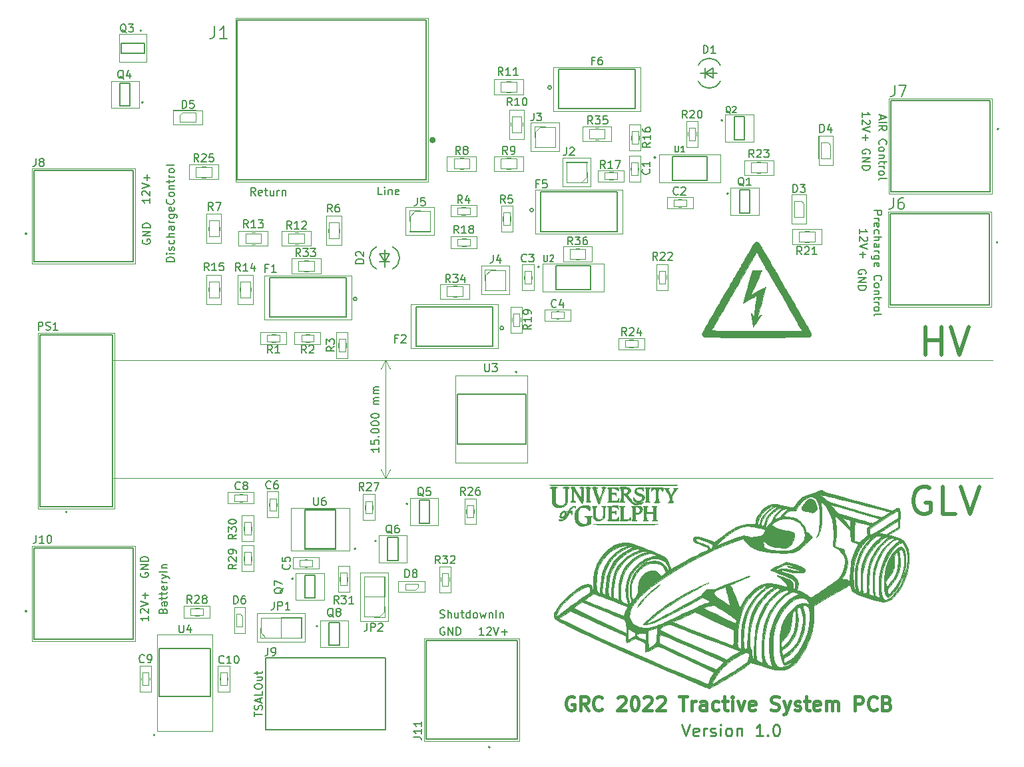
<source format=gto>
G04 #@! TF.GenerationSoftware,KiCad,Pcbnew,(5.1.10)-1*
G04 #@! TF.CreationDate,2022-04-05T17:30:23-07:00*
G04 #@! TF.ProjectId,RacingTeam,52616369-6e67-4546-9561-6d2e6b696361,rev?*
G04 #@! TF.SameCoordinates,Original*
G04 #@! TF.FileFunction,Legend,Top*
G04 #@! TF.FilePolarity,Positive*
%FSLAX46Y46*%
G04 Gerber Fmt 4.6, Leading zero omitted, Abs format (unit mm)*
G04 Created by KiCad (PCBNEW (5.1.10)-1) date 2022-04-05 17:30:23*
%MOMM*%
%LPD*%
G01*
G04 APERTURE LIST*
%ADD10C,0.150000*%
%ADD11C,0.500000*%
%ADD12C,0.120000*%
%ADD13C,0.250000*%
%ADD14C,0.437500*%
%ADD15C,0.050000*%
%ADD16C,0.100000*%
%ADD17C,0.127000*%
%ADD18C,0.200000*%
%ADD19C,0.152400*%
%ADD20C,0.400000*%
%ADD21C,0.010000*%
G04 APERTURE END LIST*
D10*
X215900000Y-63518095D02*
X215947619Y-63422857D01*
X215947619Y-63280000D01*
X215900000Y-63137142D01*
X215804761Y-63041904D01*
X215709523Y-62994285D01*
X215519047Y-62946666D01*
X215376190Y-62946666D01*
X215185714Y-62994285D01*
X215090476Y-63041904D01*
X214995238Y-63137142D01*
X214947619Y-63280000D01*
X214947619Y-63375238D01*
X214995238Y-63518095D01*
X215042857Y-63565714D01*
X215376190Y-63565714D01*
X215376190Y-63375238D01*
X214947619Y-63994285D02*
X215947619Y-63994285D01*
X214947619Y-64565714D01*
X215947619Y-64565714D01*
X214947619Y-65041904D02*
X215947619Y-65041904D01*
X215947619Y-65280000D01*
X215900000Y-65422857D01*
X215804761Y-65518095D01*
X215709523Y-65565714D01*
X215519047Y-65613333D01*
X215376190Y-65613333D01*
X215185714Y-65565714D01*
X215090476Y-65518095D01*
X214995238Y-65422857D01*
X214947619Y-65280000D01*
X214947619Y-65041904D01*
X215127619Y-58411904D02*
X215127619Y-57840476D01*
X215127619Y-58126190D02*
X216127619Y-58126190D01*
X215984761Y-58030952D01*
X215889523Y-57935714D01*
X215841904Y-57840476D01*
X216032380Y-58792857D02*
X216080000Y-58840476D01*
X216127619Y-58935714D01*
X216127619Y-59173809D01*
X216080000Y-59269047D01*
X216032380Y-59316666D01*
X215937142Y-59364285D01*
X215841904Y-59364285D01*
X215699047Y-59316666D01*
X215127619Y-58745238D01*
X215127619Y-59364285D01*
X216127619Y-59650000D02*
X215127619Y-59983333D01*
X216127619Y-60316666D01*
X215508571Y-60650000D02*
X215508571Y-61411904D01*
X215127619Y-61030952D02*
X215889523Y-61030952D01*
X216927619Y-55470952D02*
X217927619Y-55470952D01*
X217927619Y-55851904D01*
X217880000Y-55947142D01*
X217832380Y-55994761D01*
X217737142Y-56042380D01*
X217594285Y-56042380D01*
X217499047Y-55994761D01*
X217451428Y-55947142D01*
X217403809Y-55851904D01*
X217403809Y-55470952D01*
X216927619Y-56470952D02*
X217594285Y-56470952D01*
X217403809Y-56470952D02*
X217499047Y-56518571D01*
X217546666Y-56566190D01*
X217594285Y-56661428D01*
X217594285Y-56756666D01*
X216975238Y-57470952D02*
X216927619Y-57375714D01*
X216927619Y-57185238D01*
X216975238Y-57090000D01*
X217070476Y-57042380D01*
X217451428Y-57042380D01*
X217546666Y-57090000D01*
X217594285Y-57185238D01*
X217594285Y-57375714D01*
X217546666Y-57470952D01*
X217451428Y-57518571D01*
X217356190Y-57518571D01*
X217260952Y-57042380D01*
X216975238Y-58375714D02*
X216927619Y-58280476D01*
X216927619Y-58090000D01*
X216975238Y-57994761D01*
X217022857Y-57947142D01*
X217118095Y-57899523D01*
X217403809Y-57899523D01*
X217499047Y-57947142D01*
X217546666Y-57994761D01*
X217594285Y-58090000D01*
X217594285Y-58280476D01*
X217546666Y-58375714D01*
X216927619Y-58804285D02*
X217927619Y-58804285D01*
X216927619Y-59232857D02*
X217451428Y-59232857D01*
X217546666Y-59185238D01*
X217594285Y-59090000D01*
X217594285Y-58947142D01*
X217546666Y-58851904D01*
X217499047Y-58804285D01*
X216927619Y-60137619D02*
X217451428Y-60137619D01*
X217546666Y-60090000D01*
X217594285Y-59994761D01*
X217594285Y-59804285D01*
X217546666Y-59709047D01*
X216975238Y-60137619D02*
X216927619Y-60042380D01*
X216927619Y-59804285D01*
X216975238Y-59709047D01*
X217070476Y-59661428D01*
X217165714Y-59661428D01*
X217260952Y-59709047D01*
X217308571Y-59804285D01*
X217308571Y-60042380D01*
X217356190Y-60137619D01*
X216927619Y-60613809D02*
X217594285Y-60613809D01*
X217403809Y-60613809D02*
X217499047Y-60661428D01*
X217546666Y-60709047D01*
X217594285Y-60804285D01*
X217594285Y-60899523D01*
X217594285Y-61661428D02*
X216784761Y-61661428D01*
X216689523Y-61613809D01*
X216641904Y-61566190D01*
X216594285Y-61470952D01*
X216594285Y-61328095D01*
X216641904Y-61232857D01*
X216975238Y-61661428D02*
X216927619Y-61566190D01*
X216927619Y-61375714D01*
X216975238Y-61280476D01*
X217022857Y-61232857D01*
X217118095Y-61185238D01*
X217403809Y-61185238D01*
X217499047Y-61232857D01*
X217546666Y-61280476D01*
X217594285Y-61375714D01*
X217594285Y-61566190D01*
X217546666Y-61661428D01*
X216975238Y-62518571D02*
X216927619Y-62423333D01*
X216927619Y-62232857D01*
X216975238Y-62137619D01*
X217070476Y-62090000D01*
X217451428Y-62090000D01*
X217546666Y-62137619D01*
X217594285Y-62232857D01*
X217594285Y-62423333D01*
X217546666Y-62518571D01*
X217451428Y-62566190D01*
X217356190Y-62566190D01*
X217260952Y-62090000D01*
X217022857Y-64328095D02*
X216975238Y-64280476D01*
X216927619Y-64137619D01*
X216927619Y-64042380D01*
X216975238Y-63899523D01*
X217070476Y-63804285D01*
X217165714Y-63756666D01*
X217356190Y-63709047D01*
X217499047Y-63709047D01*
X217689523Y-63756666D01*
X217784761Y-63804285D01*
X217880000Y-63899523D01*
X217927619Y-64042380D01*
X217927619Y-64137619D01*
X217880000Y-64280476D01*
X217832380Y-64328095D01*
X216927619Y-64899523D02*
X216975238Y-64804285D01*
X217022857Y-64756666D01*
X217118095Y-64709047D01*
X217403809Y-64709047D01*
X217499047Y-64756666D01*
X217546666Y-64804285D01*
X217594285Y-64899523D01*
X217594285Y-65042380D01*
X217546666Y-65137619D01*
X217499047Y-65185238D01*
X217403809Y-65232857D01*
X217118095Y-65232857D01*
X217022857Y-65185238D01*
X216975238Y-65137619D01*
X216927619Y-65042380D01*
X216927619Y-64899523D01*
X217594285Y-65661428D02*
X216927619Y-65661428D01*
X217499047Y-65661428D02*
X217546666Y-65709047D01*
X217594285Y-65804285D01*
X217594285Y-65947142D01*
X217546666Y-66042380D01*
X217451428Y-66090000D01*
X216927619Y-66090000D01*
X217594285Y-66423333D02*
X217594285Y-66804285D01*
X217927619Y-66566190D02*
X217070476Y-66566190D01*
X216975238Y-66613809D01*
X216927619Y-66709047D01*
X216927619Y-66804285D01*
X216927619Y-67137619D02*
X217594285Y-67137619D01*
X217403809Y-67137619D02*
X217499047Y-67185238D01*
X217546666Y-67232857D01*
X217594285Y-67328095D01*
X217594285Y-67423333D01*
X216927619Y-67899523D02*
X216975238Y-67804285D01*
X217022857Y-67756666D01*
X217118095Y-67709047D01*
X217403809Y-67709047D01*
X217499047Y-67756666D01*
X217546666Y-67804285D01*
X217594285Y-67899523D01*
X217594285Y-68042380D01*
X217546666Y-68137619D01*
X217499047Y-68185238D01*
X217403809Y-68232857D01*
X217118095Y-68232857D01*
X217022857Y-68185238D01*
X216975238Y-68137619D01*
X216927619Y-68042380D01*
X216927619Y-67899523D01*
X216927619Y-68804285D02*
X216975238Y-68709047D01*
X217070476Y-68661428D01*
X217927619Y-68661428D01*
X216400000Y-48238095D02*
X216447619Y-48142857D01*
X216447619Y-48000000D01*
X216400000Y-47857142D01*
X216304761Y-47761904D01*
X216209523Y-47714285D01*
X216019047Y-47666666D01*
X215876190Y-47666666D01*
X215685714Y-47714285D01*
X215590476Y-47761904D01*
X215495238Y-47857142D01*
X215447619Y-48000000D01*
X215447619Y-48095238D01*
X215495238Y-48238095D01*
X215542857Y-48285714D01*
X215876190Y-48285714D01*
X215876190Y-48095238D01*
X215447619Y-48714285D02*
X216447619Y-48714285D01*
X215447619Y-49285714D01*
X216447619Y-49285714D01*
X215447619Y-49761904D02*
X216447619Y-49761904D01*
X216447619Y-50000000D01*
X216400000Y-50142857D01*
X216304761Y-50238095D01*
X216209523Y-50285714D01*
X216019047Y-50333333D01*
X215876190Y-50333333D01*
X215685714Y-50285714D01*
X215590476Y-50238095D01*
X215495238Y-50142857D01*
X215447619Y-50000000D01*
X215447619Y-49761904D01*
X215447619Y-43561904D02*
X215447619Y-42990476D01*
X215447619Y-43276190D02*
X216447619Y-43276190D01*
X216304761Y-43180952D01*
X216209523Y-43085714D01*
X216161904Y-42990476D01*
X216352380Y-43942857D02*
X216400000Y-43990476D01*
X216447619Y-44085714D01*
X216447619Y-44323809D01*
X216400000Y-44419047D01*
X216352380Y-44466666D01*
X216257142Y-44514285D01*
X216161904Y-44514285D01*
X216019047Y-44466666D01*
X215447619Y-43895238D01*
X215447619Y-44514285D01*
X216447619Y-44800000D02*
X215447619Y-45133333D01*
X216447619Y-45466666D01*
X215828571Y-45800000D02*
X215828571Y-46561904D01*
X215447619Y-46180952D02*
X216209523Y-46180952D01*
X217833333Y-43328571D02*
X217833333Y-43804761D01*
X217547619Y-43233333D02*
X218547619Y-43566666D01*
X217547619Y-43900000D01*
X217547619Y-44233333D02*
X218547619Y-44233333D01*
X217547619Y-45280952D02*
X218023809Y-44947619D01*
X217547619Y-44709523D02*
X218547619Y-44709523D01*
X218547619Y-45090476D01*
X218500000Y-45185714D01*
X218452380Y-45233333D01*
X218357142Y-45280952D01*
X218214285Y-45280952D01*
X218119047Y-45233333D01*
X218071428Y-45185714D01*
X218023809Y-45090476D01*
X218023809Y-44709523D01*
X217642857Y-47042857D02*
X217595238Y-46995238D01*
X217547619Y-46852380D01*
X217547619Y-46757142D01*
X217595238Y-46614285D01*
X217690476Y-46519047D01*
X217785714Y-46471428D01*
X217976190Y-46423809D01*
X218119047Y-46423809D01*
X218309523Y-46471428D01*
X218404761Y-46519047D01*
X218500000Y-46614285D01*
X218547619Y-46757142D01*
X218547619Y-46852380D01*
X218500000Y-46995238D01*
X218452380Y-47042857D01*
X217547619Y-47614285D02*
X217595238Y-47519047D01*
X217642857Y-47471428D01*
X217738095Y-47423809D01*
X218023809Y-47423809D01*
X218119047Y-47471428D01*
X218166666Y-47519047D01*
X218214285Y-47614285D01*
X218214285Y-47757142D01*
X218166666Y-47852380D01*
X218119047Y-47900000D01*
X218023809Y-47947619D01*
X217738095Y-47947619D01*
X217642857Y-47900000D01*
X217595238Y-47852380D01*
X217547619Y-47757142D01*
X217547619Y-47614285D01*
X218214285Y-48376190D02*
X217547619Y-48376190D01*
X218119047Y-48376190D02*
X218166666Y-48423809D01*
X218214285Y-48519047D01*
X218214285Y-48661904D01*
X218166666Y-48757142D01*
X218071428Y-48804761D01*
X217547619Y-48804761D01*
X218214285Y-49138095D02*
X218214285Y-49519047D01*
X218547619Y-49280952D02*
X217690476Y-49280952D01*
X217595238Y-49328571D01*
X217547619Y-49423809D01*
X217547619Y-49519047D01*
X217547619Y-49852380D02*
X218214285Y-49852380D01*
X218023809Y-49852380D02*
X218119047Y-49900000D01*
X218166666Y-49947619D01*
X218214285Y-50042857D01*
X218214285Y-50138095D01*
X217547619Y-50614285D02*
X217595238Y-50519047D01*
X217642857Y-50471428D01*
X217738095Y-50423809D01*
X218023809Y-50423809D01*
X218119047Y-50471428D01*
X218166666Y-50519047D01*
X218214285Y-50614285D01*
X218214285Y-50757142D01*
X218166666Y-50852380D01*
X218119047Y-50900000D01*
X218023809Y-50947619D01*
X217738095Y-50947619D01*
X217642857Y-50900000D01*
X217595238Y-50852380D01*
X217547619Y-50757142D01*
X217547619Y-50614285D01*
X217547619Y-51519047D02*
X217595238Y-51423809D01*
X217690476Y-51376190D01*
X218547619Y-51376190D01*
D11*
X224000000Y-90750000D02*
X223666666Y-90583333D01*
X223166666Y-90583333D01*
X222666666Y-90750000D01*
X222333333Y-91083333D01*
X222166666Y-91416666D01*
X222000000Y-92083333D01*
X222000000Y-92583333D01*
X222166666Y-93250000D01*
X222333333Y-93583333D01*
X222666666Y-93916666D01*
X223166666Y-94083333D01*
X223500000Y-94083333D01*
X224000000Y-93916666D01*
X224166666Y-93750000D01*
X224166666Y-92583333D01*
X223500000Y-92583333D01*
X227333333Y-94083333D02*
X225666666Y-94083333D01*
X225666666Y-90583333D01*
X228000000Y-90583333D02*
X229166666Y-94083333D01*
X230333333Y-90583333D01*
X223500000Y-73783333D02*
X223500000Y-70283333D01*
X223500000Y-71950000D02*
X225500000Y-71950000D01*
X225500000Y-73783333D02*
X225500000Y-70283333D01*
X226666666Y-70283333D02*
X227833333Y-73783333D01*
X229000000Y-70283333D01*
D10*
X162308095Y-108500000D02*
X162212857Y-108452380D01*
X162070000Y-108452380D01*
X161927142Y-108500000D01*
X161831904Y-108595238D01*
X161784285Y-108690476D01*
X161736666Y-108880952D01*
X161736666Y-109023809D01*
X161784285Y-109214285D01*
X161831904Y-109309523D01*
X161927142Y-109404761D01*
X162070000Y-109452380D01*
X162165238Y-109452380D01*
X162308095Y-109404761D01*
X162355714Y-109357142D01*
X162355714Y-109023809D01*
X162165238Y-109023809D01*
X162784285Y-109452380D02*
X162784285Y-108452380D01*
X163355714Y-109452380D01*
X163355714Y-108452380D01*
X163831904Y-109452380D02*
X163831904Y-108452380D01*
X164070000Y-108452380D01*
X164212857Y-108500000D01*
X164308095Y-108595238D01*
X164355714Y-108690476D01*
X164403333Y-108880952D01*
X164403333Y-109023809D01*
X164355714Y-109214285D01*
X164308095Y-109309523D01*
X164212857Y-109404761D01*
X164070000Y-109452380D01*
X163831904Y-109452380D01*
X167321904Y-109452380D02*
X166750476Y-109452380D01*
X167036190Y-109452380D02*
X167036190Y-108452380D01*
X166940952Y-108595238D01*
X166845714Y-108690476D01*
X166750476Y-108738095D01*
X167702857Y-108547619D02*
X167750476Y-108500000D01*
X167845714Y-108452380D01*
X168083809Y-108452380D01*
X168179047Y-108500000D01*
X168226666Y-108547619D01*
X168274285Y-108642857D01*
X168274285Y-108738095D01*
X168226666Y-108880952D01*
X167655238Y-109452380D01*
X168274285Y-109452380D01*
X168560000Y-108452380D02*
X168893333Y-109452380D01*
X169226666Y-108452380D01*
X169560000Y-109071428D02*
X170321904Y-109071428D01*
X169940952Y-109452380D02*
X169940952Y-108690476D01*
X161752380Y-107224761D02*
X161895238Y-107272380D01*
X162133333Y-107272380D01*
X162228571Y-107224761D01*
X162276190Y-107177142D01*
X162323809Y-107081904D01*
X162323809Y-106986666D01*
X162276190Y-106891428D01*
X162228571Y-106843809D01*
X162133333Y-106796190D01*
X161942857Y-106748571D01*
X161847619Y-106700952D01*
X161800000Y-106653333D01*
X161752380Y-106558095D01*
X161752380Y-106462857D01*
X161800000Y-106367619D01*
X161847619Y-106320000D01*
X161942857Y-106272380D01*
X162180952Y-106272380D01*
X162323809Y-106320000D01*
X162752380Y-107272380D02*
X162752380Y-106272380D01*
X163180952Y-107272380D02*
X163180952Y-106748571D01*
X163133333Y-106653333D01*
X163038095Y-106605714D01*
X162895238Y-106605714D01*
X162800000Y-106653333D01*
X162752380Y-106700952D01*
X164085714Y-106605714D02*
X164085714Y-107272380D01*
X163657142Y-106605714D02*
X163657142Y-107129523D01*
X163704761Y-107224761D01*
X163800000Y-107272380D01*
X163942857Y-107272380D01*
X164038095Y-107224761D01*
X164085714Y-107177142D01*
X164419047Y-106605714D02*
X164800000Y-106605714D01*
X164561904Y-106272380D02*
X164561904Y-107129523D01*
X164609523Y-107224761D01*
X164704761Y-107272380D01*
X164800000Y-107272380D01*
X165561904Y-107272380D02*
X165561904Y-106272380D01*
X165561904Y-107224761D02*
X165466666Y-107272380D01*
X165276190Y-107272380D01*
X165180952Y-107224761D01*
X165133333Y-107177142D01*
X165085714Y-107081904D01*
X165085714Y-106796190D01*
X165133333Y-106700952D01*
X165180952Y-106653333D01*
X165276190Y-106605714D01*
X165466666Y-106605714D01*
X165561904Y-106653333D01*
X166180952Y-107272380D02*
X166085714Y-107224761D01*
X166038095Y-107177142D01*
X165990476Y-107081904D01*
X165990476Y-106796190D01*
X166038095Y-106700952D01*
X166085714Y-106653333D01*
X166180952Y-106605714D01*
X166323809Y-106605714D01*
X166419047Y-106653333D01*
X166466666Y-106700952D01*
X166514285Y-106796190D01*
X166514285Y-107081904D01*
X166466666Y-107177142D01*
X166419047Y-107224761D01*
X166323809Y-107272380D01*
X166180952Y-107272380D01*
X166847619Y-106605714D02*
X167038095Y-107272380D01*
X167228571Y-106796190D01*
X167419047Y-107272380D01*
X167609523Y-106605714D01*
X167990476Y-106605714D02*
X167990476Y-107272380D01*
X167990476Y-106700952D02*
X168038095Y-106653333D01*
X168133333Y-106605714D01*
X168276190Y-106605714D01*
X168371428Y-106653333D01*
X168419047Y-106748571D01*
X168419047Y-107272380D01*
X168895238Y-107272380D02*
X168895238Y-106272380D01*
X169371428Y-106605714D02*
X169371428Y-107272380D01*
X169371428Y-106700952D02*
X169419047Y-106653333D01*
X169514285Y-106605714D01*
X169657142Y-106605714D01*
X169752380Y-106653333D01*
X169800000Y-106748571D01*
X169800000Y-107272380D01*
X124652380Y-107038095D02*
X124652380Y-107609523D01*
X124652380Y-107323809D02*
X123652380Y-107323809D01*
X123795238Y-107419047D01*
X123890476Y-107514285D01*
X123938095Y-107609523D01*
X123747619Y-106657142D02*
X123700000Y-106609523D01*
X123652380Y-106514285D01*
X123652380Y-106276190D01*
X123700000Y-106180952D01*
X123747619Y-106133333D01*
X123842857Y-106085714D01*
X123938095Y-106085714D01*
X124080952Y-106133333D01*
X124652380Y-106704761D01*
X124652380Y-106085714D01*
X123652380Y-105800000D02*
X124652380Y-105466666D01*
X123652380Y-105133333D01*
X124271428Y-104800000D02*
X124271428Y-104038095D01*
X124652380Y-104419047D02*
X123890476Y-104419047D01*
X123700000Y-101561904D02*
X123652380Y-101657142D01*
X123652380Y-101800000D01*
X123700000Y-101942857D01*
X123795238Y-102038095D01*
X123890476Y-102085714D01*
X124080952Y-102133333D01*
X124223809Y-102133333D01*
X124414285Y-102085714D01*
X124509523Y-102038095D01*
X124604761Y-101942857D01*
X124652380Y-101800000D01*
X124652380Y-101704761D01*
X124604761Y-101561904D01*
X124557142Y-101514285D01*
X124223809Y-101514285D01*
X124223809Y-101704761D01*
X124652380Y-101085714D02*
X123652380Y-101085714D01*
X124652380Y-100514285D01*
X123652380Y-100514285D01*
X124652380Y-100038095D02*
X123652380Y-100038095D01*
X123652380Y-99800000D01*
X123700000Y-99657142D01*
X123795238Y-99561904D01*
X123890476Y-99514285D01*
X124080952Y-99466666D01*
X124223809Y-99466666D01*
X124414285Y-99514285D01*
X124509523Y-99561904D01*
X124604761Y-99657142D01*
X124652380Y-99800000D01*
X124652380Y-100038095D01*
X126528571Y-106361904D02*
X126576190Y-106219047D01*
X126623809Y-106171428D01*
X126719047Y-106123809D01*
X126861904Y-106123809D01*
X126957142Y-106171428D01*
X127004761Y-106219047D01*
X127052380Y-106314285D01*
X127052380Y-106695238D01*
X126052380Y-106695238D01*
X126052380Y-106361904D01*
X126100000Y-106266666D01*
X126147619Y-106219047D01*
X126242857Y-106171428D01*
X126338095Y-106171428D01*
X126433333Y-106219047D01*
X126480952Y-106266666D01*
X126528571Y-106361904D01*
X126528571Y-106695238D01*
X127052380Y-105266666D02*
X126528571Y-105266666D01*
X126433333Y-105314285D01*
X126385714Y-105409523D01*
X126385714Y-105600000D01*
X126433333Y-105695238D01*
X127004761Y-105266666D02*
X127052380Y-105361904D01*
X127052380Y-105600000D01*
X127004761Y-105695238D01*
X126909523Y-105742857D01*
X126814285Y-105742857D01*
X126719047Y-105695238D01*
X126671428Y-105600000D01*
X126671428Y-105361904D01*
X126623809Y-105266666D01*
X126385714Y-104933333D02*
X126385714Y-104552380D01*
X126052380Y-104790476D02*
X126909523Y-104790476D01*
X127004761Y-104742857D01*
X127052380Y-104647619D01*
X127052380Y-104552380D01*
X126385714Y-104361904D02*
X126385714Y-103980952D01*
X126052380Y-104219047D02*
X126909523Y-104219047D01*
X127004761Y-104171428D01*
X127052380Y-104076190D01*
X127052380Y-103980952D01*
X127004761Y-103266666D02*
X127052380Y-103361904D01*
X127052380Y-103552380D01*
X127004761Y-103647619D01*
X126909523Y-103695238D01*
X126528571Y-103695238D01*
X126433333Y-103647619D01*
X126385714Y-103552380D01*
X126385714Y-103361904D01*
X126433333Y-103266666D01*
X126528571Y-103219047D01*
X126623809Y-103219047D01*
X126719047Y-103695238D01*
X127052380Y-102790476D02*
X126385714Y-102790476D01*
X126576190Y-102790476D02*
X126480952Y-102742857D01*
X126433333Y-102695238D01*
X126385714Y-102600000D01*
X126385714Y-102504761D01*
X126385714Y-102266666D02*
X127052380Y-102028571D01*
X126385714Y-101790476D02*
X127052380Y-102028571D01*
X127290476Y-102123809D01*
X127338095Y-102171428D01*
X127385714Y-102266666D01*
X127052380Y-101409523D02*
X126052380Y-101409523D01*
X126385714Y-100933333D02*
X127052380Y-100933333D01*
X126480952Y-100933333D02*
X126433333Y-100885714D01*
X126385714Y-100790476D01*
X126385714Y-100647619D01*
X126433333Y-100552380D01*
X126528571Y-100504761D01*
X127052380Y-100504761D01*
X138162380Y-119787142D02*
X138162380Y-119215714D01*
X139162380Y-119501428D02*
X138162380Y-119501428D01*
X139114761Y-118930000D02*
X139162380Y-118787142D01*
X139162380Y-118549047D01*
X139114761Y-118453809D01*
X139067142Y-118406190D01*
X138971904Y-118358571D01*
X138876666Y-118358571D01*
X138781428Y-118406190D01*
X138733809Y-118453809D01*
X138686190Y-118549047D01*
X138638571Y-118739523D01*
X138590952Y-118834761D01*
X138543333Y-118882380D01*
X138448095Y-118930000D01*
X138352857Y-118930000D01*
X138257619Y-118882380D01*
X138210000Y-118834761D01*
X138162380Y-118739523D01*
X138162380Y-118501428D01*
X138210000Y-118358571D01*
X138876666Y-117977619D02*
X138876666Y-117501428D01*
X139162380Y-118072857D02*
X138162380Y-117739523D01*
X139162380Y-117406190D01*
X139162380Y-116596666D02*
X139162380Y-117072857D01*
X138162380Y-117072857D01*
X138162380Y-116072857D02*
X138162380Y-115882380D01*
X138210000Y-115787142D01*
X138305238Y-115691904D01*
X138495714Y-115644285D01*
X138829047Y-115644285D01*
X139019523Y-115691904D01*
X139114761Y-115787142D01*
X139162380Y-115882380D01*
X139162380Y-116072857D01*
X139114761Y-116168095D01*
X139019523Y-116263333D01*
X138829047Y-116310952D01*
X138495714Y-116310952D01*
X138305238Y-116263333D01*
X138210000Y-116168095D01*
X138162380Y-116072857D01*
X138495714Y-114787142D02*
X139162380Y-114787142D01*
X138495714Y-115215714D02*
X139019523Y-115215714D01*
X139114761Y-115168095D01*
X139162380Y-115072857D01*
X139162380Y-114930000D01*
X139114761Y-114834761D01*
X139067142Y-114787142D01*
X138495714Y-114453809D02*
X138495714Y-114072857D01*
X138162380Y-114310952D02*
X139019523Y-114310952D01*
X139114761Y-114263333D01*
X139162380Y-114168095D01*
X139162380Y-114072857D01*
X124852380Y-53898095D02*
X124852380Y-54469523D01*
X124852380Y-54183809D02*
X123852380Y-54183809D01*
X123995238Y-54279047D01*
X124090476Y-54374285D01*
X124138095Y-54469523D01*
X123947619Y-53517142D02*
X123900000Y-53469523D01*
X123852380Y-53374285D01*
X123852380Y-53136190D01*
X123900000Y-53040952D01*
X123947619Y-52993333D01*
X124042857Y-52945714D01*
X124138095Y-52945714D01*
X124280952Y-52993333D01*
X124852380Y-53564761D01*
X124852380Y-52945714D01*
X123852380Y-52660000D02*
X124852380Y-52326666D01*
X123852380Y-51993333D01*
X124471428Y-51660000D02*
X124471428Y-50898095D01*
X124852380Y-51279047D02*
X124090476Y-51279047D01*
X123960000Y-59171904D02*
X123912380Y-59267142D01*
X123912380Y-59410000D01*
X123960000Y-59552857D01*
X124055238Y-59648095D01*
X124150476Y-59695714D01*
X124340952Y-59743333D01*
X124483809Y-59743333D01*
X124674285Y-59695714D01*
X124769523Y-59648095D01*
X124864761Y-59552857D01*
X124912380Y-59410000D01*
X124912380Y-59314761D01*
X124864761Y-59171904D01*
X124817142Y-59124285D01*
X124483809Y-59124285D01*
X124483809Y-59314761D01*
X124912380Y-58695714D02*
X123912380Y-58695714D01*
X124912380Y-58124285D01*
X123912380Y-58124285D01*
X124912380Y-57648095D02*
X123912380Y-57648095D01*
X123912380Y-57410000D01*
X123960000Y-57267142D01*
X124055238Y-57171904D01*
X124150476Y-57124285D01*
X124340952Y-57076666D01*
X124483809Y-57076666D01*
X124674285Y-57124285D01*
X124769523Y-57171904D01*
X124864761Y-57267142D01*
X124912380Y-57410000D01*
X124912380Y-57648095D01*
X127952380Y-61942857D02*
X126952380Y-61942857D01*
X126952380Y-61704761D01*
X127000000Y-61561904D01*
X127095238Y-61466666D01*
X127190476Y-61419047D01*
X127380952Y-61371428D01*
X127523809Y-61371428D01*
X127714285Y-61419047D01*
X127809523Y-61466666D01*
X127904761Y-61561904D01*
X127952380Y-61704761D01*
X127952380Y-61942857D01*
X127952380Y-60942857D02*
X127285714Y-60942857D01*
X126952380Y-60942857D02*
X127000000Y-60990476D01*
X127047619Y-60942857D01*
X127000000Y-60895238D01*
X126952380Y-60942857D01*
X127047619Y-60942857D01*
X127904761Y-60514285D02*
X127952380Y-60419047D01*
X127952380Y-60228571D01*
X127904761Y-60133333D01*
X127809523Y-60085714D01*
X127761904Y-60085714D01*
X127666666Y-60133333D01*
X127619047Y-60228571D01*
X127619047Y-60371428D01*
X127571428Y-60466666D01*
X127476190Y-60514285D01*
X127428571Y-60514285D01*
X127333333Y-60466666D01*
X127285714Y-60371428D01*
X127285714Y-60228571D01*
X127333333Y-60133333D01*
X127904761Y-59228571D02*
X127952380Y-59323809D01*
X127952380Y-59514285D01*
X127904761Y-59609523D01*
X127857142Y-59657142D01*
X127761904Y-59704761D01*
X127476190Y-59704761D01*
X127380952Y-59657142D01*
X127333333Y-59609523D01*
X127285714Y-59514285D01*
X127285714Y-59323809D01*
X127333333Y-59228571D01*
X127952380Y-58800000D02*
X126952380Y-58800000D01*
X127952380Y-58371428D02*
X127428571Y-58371428D01*
X127333333Y-58419047D01*
X127285714Y-58514285D01*
X127285714Y-58657142D01*
X127333333Y-58752380D01*
X127380952Y-58800000D01*
X127952380Y-57466666D02*
X127428571Y-57466666D01*
X127333333Y-57514285D01*
X127285714Y-57609523D01*
X127285714Y-57800000D01*
X127333333Y-57895238D01*
X127904761Y-57466666D02*
X127952380Y-57561904D01*
X127952380Y-57800000D01*
X127904761Y-57895238D01*
X127809523Y-57942857D01*
X127714285Y-57942857D01*
X127619047Y-57895238D01*
X127571428Y-57800000D01*
X127571428Y-57561904D01*
X127523809Y-57466666D01*
X127952380Y-56990476D02*
X127285714Y-56990476D01*
X127476190Y-56990476D02*
X127380952Y-56942857D01*
X127333333Y-56895238D01*
X127285714Y-56800000D01*
X127285714Y-56704761D01*
X127285714Y-55942857D02*
X128095238Y-55942857D01*
X128190476Y-55990476D01*
X128238095Y-56038095D01*
X128285714Y-56133333D01*
X128285714Y-56276190D01*
X128238095Y-56371428D01*
X127904761Y-55942857D02*
X127952380Y-56038095D01*
X127952380Y-56228571D01*
X127904761Y-56323809D01*
X127857142Y-56371428D01*
X127761904Y-56419047D01*
X127476190Y-56419047D01*
X127380952Y-56371428D01*
X127333333Y-56323809D01*
X127285714Y-56228571D01*
X127285714Y-56038095D01*
X127333333Y-55942857D01*
X127904761Y-55085714D02*
X127952380Y-55180952D01*
X127952380Y-55371428D01*
X127904761Y-55466666D01*
X127809523Y-55514285D01*
X127428571Y-55514285D01*
X127333333Y-55466666D01*
X127285714Y-55371428D01*
X127285714Y-55180952D01*
X127333333Y-55085714D01*
X127428571Y-55038095D01*
X127523809Y-55038095D01*
X127619047Y-55514285D01*
X127857142Y-54038095D02*
X127904761Y-54085714D01*
X127952380Y-54228571D01*
X127952380Y-54323809D01*
X127904761Y-54466666D01*
X127809523Y-54561904D01*
X127714285Y-54609523D01*
X127523809Y-54657142D01*
X127380952Y-54657142D01*
X127190476Y-54609523D01*
X127095238Y-54561904D01*
X127000000Y-54466666D01*
X126952380Y-54323809D01*
X126952380Y-54228571D01*
X127000000Y-54085714D01*
X127047619Y-54038095D01*
X127952380Y-53466666D02*
X127904761Y-53561904D01*
X127857142Y-53609523D01*
X127761904Y-53657142D01*
X127476190Y-53657142D01*
X127380952Y-53609523D01*
X127333333Y-53561904D01*
X127285714Y-53466666D01*
X127285714Y-53323809D01*
X127333333Y-53228571D01*
X127380952Y-53180952D01*
X127476190Y-53133333D01*
X127761904Y-53133333D01*
X127857142Y-53180952D01*
X127904761Y-53228571D01*
X127952380Y-53323809D01*
X127952380Y-53466666D01*
X127285714Y-52704761D02*
X127952380Y-52704761D01*
X127380952Y-52704761D02*
X127333333Y-52657142D01*
X127285714Y-52561904D01*
X127285714Y-52419047D01*
X127333333Y-52323809D01*
X127428571Y-52276190D01*
X127952380Y-52276190D01*
X127285714Y-51942857D02*
X127285714Y-51561904D01*
X126952380Y-51800000D02*
X127809523Y-51800000D01*
X127904761Y-51752380D01*
X127952380Y-51657142D01*
X127952380Y-51561904D01*
X127952380Y-51228571D02*
X127285714Y-51228571D01*
X127476190Y-51228571D02*
X127380952Y-51180952D01*
X127333333Y-51133333D01*
X127285714Y-51038095D01*
X127285714Y-50942857D01*
X127952380Y-50466666D02*
X127904761Y-50561904D01*
X127857142Y-50609523D01*
X127761904Y-50657142D01*
X127476190Y-50657142D01*
X127380952Y-50609523D01*
X127333333Y-50561904D01*
X127285714Y-50466666D01*
X127285714Y-50323809D01*
X127333333Y-50228571D01*
X127380952Y-50180952D01*
X127476190Y-50133333D01*
X127761904Y-50133333D01*
X127857142Y-50180952D01*
X127904761Y-50228571D01*
X127952380Y-50323809D01*
X127952380Y-50466666D01*
X127952380Y-49561904D02*
X127904761Y-49657142D01*
X127809523Y-49704761D01*
X126952380Y-49704761D01*
X138280952Y-53552380D02*
X137947619Y-53076190D01*
X137709523Y-53552380D02*
X137709523Y-52552380D01*
X138090476Y-52552380D01*
X138185714Y-52600000D01*
X138233333Y-52647619D01*
X138280952Y-52742857D01*
X138280952Y-52885714D01*
X138233333Y-52980952D01*
X138185714Y-53028571D01*
X138090476Y-53076190D01*
X137709523Y-53076190D01*
X139090476Y-53504761D02*
X138995238Y-53552380D01*
X138804761Y-53552380D01*
X138709523Y-53504761D01*
X138661904Y-53409523D01*
X138661904Y-53028571D01*
X138709523Y-52933333D01*
X138804761Y-52885714D01*
X138995238Y-52885714D01*
X139090476Y-52933333D01*
X139138095Y-53028571D01*
X139138095Y-53123809D01*
X138661904Y-53219047D01*
X139423809Y-52885714D02*
X139804761Y-52885714D01*
X139566666Y-52552380D02*
X139566666Y-53409523D01*
X139614285Y-53504761D01*
X139709523Y-53552380D01*
X139804761Y-53552380D01*
X140566666Y-52885714D02*
X140566666Y-53552380D01*
X140138095Y-52885714D02*
X140138095Y-53409523D01*
X140185714Y-53504761D01*
X140280952Y-53552380D01*
X140423809Y-53552380D01*
X140519047Y-53504761D01*
X140566666Y-53457142D01*
X141042857Y-53552380D02*
X141042857Y-52885714D01*
X141042857Y-53076190D02*
X141090476Y-52980952D01*
X141138095Y-52933333D01*
X141233333Y-52885714D01*
X141328571Y-52885714D01*
X141661904Y-52885714D02*
X141661904Y-53552380D01*
X141661904Y-52980952D02*
X141709523Y-52933333D01*
X141804761Y-52885714D01*
X141947619Y-52885714D01*
X142042857Y-52933333D01*
X142090476Y-53028571D01*
X142090476Y-53552380D01*
X154390476Y-53452380D02*
X153914285Y-53452380D01*
X153914285Y-52452380D01*
X154723809Y-53452380D02*
X154723809Y-52785714D01*
X154723809Y-52452380D02*
X154676190Y-52500000D01*
X154723809Y-52547619D01*
X154771428Y-52500000D01*
X154723809Y-52452380D01*
X154723809Y-52547619D01*
X155200000Y-52785714D02*
X155200000Y-53452380D01*
X155200000Y-52880952D02*
X155247619Y-52833333D01*
X155342857Y-52785714D01*
X155485714Y-52785714D01*
X155580952Y-52833333D01*
X155628571Y-52928571D01*
X155628571Y-53452380D01*
X156485714Y-53404761D02*
X156390476Y-53452380D01*
X156200000Y-53452380D01*
X156104761Y-53404761D01*
X156057142Y-53309523D01*
X156057142Y-52928571D01*
X156104761Y-52833333D01*
X156200000Y-52785714D01*
X156390476Y-52785714D01*
X156485714Y-52833333D01*
X156533333Y-52928571D01*
X156533333Y-53023809D01*
X156057142Y-53119047D01*
D12*
X232000000Y-74500000D02*
X120000000Y-74500000D01*
X232000000Y-89500000D02*
X120000000Y-89500000D01*
D13*
X192514285Y-120778571D02*
X193014285Y-122278571D01*
X193514285Y-120778571D01*
X194585714Y-122207142D02*
X194442857Y-122278571D01*
X194157142Y-122278571D01*
X194014285Y-122207142D01*
X193942857Y-122064285D01*
X193942857Y-121492857D01*
X194014285Y-121350000D01*
X194157142Y-121278571D01*
X194442857Y-121278571D01*
X194585714Y-121350000D01*
X194657142Y-121492857D01*
X194657142Y-121635714D01*
X193942857Y-121778571D01*
X195300000Y-122278571D02*
X195300000Y-121278571D01*
X195300000Y-121564285D02*
X195371428Y-121421428D01*
X195442857Y-121350000D01*
X195585714Y-121278571D01*
X195728571Y-121278571D01*
X196157142Y-122207142D02*
X196300000Y-122278571D01*
X196585714Y-122278571D01*
X196728571Y-122207142D01*
X196800000Y-122064285D01*
X196800000Y-121992857D01*
X196728571Y-121850000D01*
X196585714Y-121778571D01*
X196371428Y-121778571D01*
X196228571Y-121707142D01*
X196157142Y-121564285D01*
X196157142Y-121492857D01*
X196228571Y-121350000D01*
X196371428Y-121278571D01*
X196585714Y-121278571D01*
X196728571Y-121350000D01*
X197442857Y-122278571D02*
X197442857Y-121278571D01*
X197442857Y-120778571D02*
X197371428Y-120850000D01*
X197442857Y-120921428D01*
X197514285Y-120850000D01*
X197442857Y-120778571D01*
X197442857Y-120921428D01*
X198371428Y-122278571D02*
X198228571Y-122207142D01*
X198157142Y-122135714D01*
X198085714Y-121992857D01*
X198085714Y-121564285D01*
X198157142Y-121421428D01*
X198228571Y-121350000D01*
X198371428Y-121278571D01*
X198585714Y-121278571D01*
X198728571Y-121350000D01*
X198800000Y-121421428D01*
X198871428Y-121564285D01*
X198871428Y-121992857D01*
X198800000Y-122135714D01*
X198728571Y-122207142D01*
X198585714Y-122278571D01*
X198371428Y-122278571D01*
X199514285Y-121278571D02*
X199514285Y-122278571D01*
X199514285Y-121421428D02*
X199585714Y-121350000D01*
X199728571Y-121278571D01*
X199942857Y-121278571D01*
X200085714Y-121350000D01*
X200157142Y-121492857D01*
X200157142Y-122278571D01*
X202800000Y-122278571D02*
X201942857Y-122278571D01*
X202371428Y-122278571D02*
X202371428Y-120778571D01*
X202228571Y-120992857D01*
X202085714Y-121135714D01*
X201942857Y-121207142D01*
X203442857Y-122135714D02*
X203514285Y-122207142D01*
X203442857Y-122278571D01*
X203371428Y-122207142D01*
X203442857Y-122135714D01*
X203442857Y-122278571D01*
X204442857Y-120778571D02*
X204585714Y-120778571D01*
X204728571Y-120850000D01*
X204800000Y-120921428D01*
X204871428Y-121064285D01*
X204942857Y-121350000D01*
X204942857Y-121707142D01*
X204871428Y-121992857D01*
X204800000Y-122135714D01*
X204728571Y-122207142D01*
X204585714Y-122278571D01*
X204442857Y-122278571D01*
X204300000Y-122207142D01*
X204228571Y-122135714D01*
X204157142Y-121992857D01*
X204085714Y-121707142D01*
X204085714Y-121350000D01*
X204157142Y-121064285D01*
X204228571Y-120921428D01*
X204300000Y-120850000D01*
X204442857Y-120778571D01*
D14*
X178775000Y-117325000D02*
X178608333Y-117241666D01*
X178358333Y-117241666D01*
X178108333Y-117325000D01*
X177941666Y-117491666D01*
X177858333Y-117658333D01*
X177775000Y-117991666D01*
X177775000Y-118241666D01*
X177858333Y-118575000D01*
X177941666Y-118741666D01*
X178108333Y-118908333D01*
X178358333Y-118991666D01*
X178525000Y-118991666D01*
X178775000Y-118908333D01*
X178858333Y-118825000D01*
X178858333Y-118241666D01*
X178525000Y-118241666D01*
X180608333Y-118991666D02*
X180025000Y-118158333D01*
X179608333Y-118991666D02*
X179608333Y-117241666D01*
X180275000Y-117241666D01*
X180441666Y-117325000D01*
X180525000Y-117408333D01*
X180608333Y-117575000D01*
X180608333Y-117825000D01*
X180525000Y-117991666D01*
X180441666Y-118075000D01*
X180275000Y-118158333D01*
X179608333Y-118158333D01*
X182358333Y-118825000D02*
X182275000Y-118908333D01*
X182025000Y-118991666D01*
X181858333Y-118991666D01*
X181608333Y-118908333D01*
X181441666Y-118741666D01*
X181358333Y-118575000D01*
X181275000Y-118241666D01*
X181275000Y-117991666D01*
X181358333Y-117658333D01*
X181441666Y-117491666D01*
X181608333Y-117325000D01*
X181858333Y-117241666D01*
X182025000Y-117241666D01*
X182275000Y-117325000D01*
X182358333Y-117408333D01*
X184358333Y-117408333D02*
X184441666Y-117325000D01*
X184608333Y-117241666D01*
X185025000Y-117241666D01*
X185191666Y-117325000D01*
X185275000Y-117408333D01*
X185358333Y-117575000D01*
X185358333Y-117741666D01*
X185275000Y-117991666D01*
X184275000Y-118991666D01*
X185358333Y-118991666D01*
X186441666Y-117241666D02*
X186608333Y-117241666D01*
X186775000Y-117325000D01*
X186858333Y-117408333D01*
X186941666Y-117575000D01*
X187025000Y-117908333D01*
X187025000Y-118325000D01*
X186941666Y-118658333D01*
X186858333Y-118825000D01*
X186775000Y-118908333D01*
X186608333Y-118991666D01*
X186441666Y-118991666D01*
X186275000Y-118908333D01*
X186191666Y-118825000D01*
X186108333Y-118658333D01*
X186025000Y-118325000D01*
X186025000Y-117908333D01*
X186108333Y-117575000D01*
X186191666Y-117408333D01*
X186275000Y-117325000D01*
X186441666Y-117241666D01*
X187691666Y-117408333D02*
X187775000Y-117325000D01*
X187941666Y-117241666D01*
X188358333Y-117241666D01*
X188525000Y-117325000D01*
X188608333Y-117408333D01*
X188691666Y-117575000D01*
X188691666Y-117741666D01*
X188608333Y-117991666D01*
X187608333Y-118991666D01*
X188691666Y-118991666D01*
X189358333Y-117408333D02*
X189441666Y-117325000D01*
X189608333Y-117241666D01*
X190025000Y-117241666D01*
X190191666Y-117325000D01*
X190275000Y-117408333D01*
X190358333Y-117575000D01*
X190358333Y-117741666D01*
X190275000Y-117991666D01*
X189275000Y-118991666D01*
X190358333Y-118991666D01*
X192191666Y-117241666D02*
X193191666Y-117241666D01*
X192691666Y-118991666D02*
X192691666Y-117241666D01*
X193775000Y-118991666D02*
X193775000Y-117825000D01*
X193775000Y-118158333D02*
X193858333Y-117991666D01*
X193941666Y-117908333D01*
X194108333Y-117825000D01*
X194275000Y-117825000D01*
X195608333Y-118991666D02*
X195608333Y-118075000D01*
X195525000Y-117908333D01*
X195358333Y-117825000D01*
X195025000Y-117825000D01*
X194858333Y-117908333D01*
X195608333Y-118908333D02*
X195441666Y-118991666D01*
X195025000Y-118991666D01*
X194858333Y-118908333D01*
X194775000Y-118741666D01*
X194775000Y-118575000D01*
X194858333Y-118408333D01*
X195025000Y-118325000D01*
X195441666Y-118325000D01*
X195608333Y-118241666D01*
X197191666Y-118908333D02*
X197025000Y-118991666D01*
X196691666Y-118991666D01*
X196525000Y-118908333D01*
X196441666Y-118825000D01*
X196358333Y-118658333D01*
X196358333Y-118158333D01*
X196441666Y-117991666D01*
X196525000Y-117908333D01*
X196691666Y-117825000D01*
X197025000Y-117825000D01*
X197191666Y-117908333D01*
X197691666Y-117825000D02*
X198358333Y-117825000D01*
X197941666Y-117241666D02*
X197941666Y-118741666D01*
X198025000Y-118908333D01*
X198191666Y-118991666D01*
X198358333Y-118991666D01*
X198941666Y-118991666D02*
X198941666Y-117825000D01*
X198941666Y-117241666D02*
X198858333Y-117325000D01*
X198941666Y-117408333D01*
X199025000Y-117325000D01*
X198941666Y-117241666D01*
X198941666Y-117408333D01*
X199608333Y-117825000D02*
X200025000Y-118991666D01*
X200441666Y-117825000D01*
X201775000Y-118908333D02*
X201608333Y-118991666D01*
X201275000Y-118991666D01*
X201108333Y-118908333D01*
X201025000Y-118741666D01*
X201025000Y-118075000D01*
X201108333Y-117908333D01*
X201275000Y-117825000D01*
X201608333Y-117825000D01*
X201775000Y-117908333D01*
X201858333Y-118075000D01*
X201858333Y-118241666D01*
X201025000Y-118408333D01*
X203858333Y-118908333D02*
X204108333Y-118991666D01*
X204525000Y-118991666D01*
X204691666Y-118908333D01*
X204775000Y-118825000D01*
X204858333Y-118658333D01*
X204858333Y-118491666D01*
X204775000Y-118325000D01*
X204691666Y-118241666D01*
X204525000Y-118158333D01*
X204191666Y-118075000D01*
X204025000Y-117991666D01*
X203941666Y-117908333D01*
X203858333Y-117741666D01*
X203858333Y-117575000D01*
X203941666Y-117408333D01*
X204025000Y-117325000D01*
X204191666Y-117241666D01*
X204608333Y-117241666D01*
X204858333Y-117325000D01*
X205441666Y-117825000D02*
X205858333Y-118991666D01*
X206275000Y-117825000D02*
X205858333Y-118991666D01*
X205691666Y-119408333D01*
X205608333Y-119491666D01*
X205441666Y-119575000D01*
X206858333Y-118908333D02*
X207025000Y-118991666D01*
X207358333Y-118991666D01*
X207525000Y-118908333D01*
X207608333Y-118741666D01*
X207608333Y-118658333D01*
X207525000Y-118491666D01*
X207358333Y-118408333D01*
X207108333Y-118408333D01*
X206941666Y-118325000D01*
X206858333Y-118158333D01*
X206858333Y-118075000D01*
X206941666Y-117908333D01*
X207108333Y-117825000D01*
X207358333Y-117825000D01*
X207525000Y-117908333D01*
X208108333Y-117825000D02*
X208775000Y-117825000D01*
X208358333Y-117241666D02*
X208358333Y-118741666D01*
X208441666Y-118908333D01*
X208608333Y-118991666D01*
X208775000Y-118991666D01*
X210025000Y-118908333D02*
X209858333Y-118991666D01*
X209525000Y-118991666D01*
X209358333Y-118908333D01*
X209275000Y-118741666D01*
X209275000Y-118075000D01*
X209358333Y-117908333D01*
X209525000Y-117825000D01*
X209858333Y-117825000D01*
X210025000Y-117908333D01*
X210108333Y-118075000D01*
X210108333Y-118241666D01*
X209275000Y-118408333D01*
X210858333Y-118991666D02*
X210858333Y-117825000D01*
X210858333Y-117991666D02*
X210941666Y-117908333D01*
X211108333Y-117825000D01*
X211358333Y-117825000D01*
X211525000Y-117908333D01*
X211608333Y-118075000D01*
X211608333Y-118991666D01*
X211608333Y-118075000D02*
X211691666Y-117908333D01*
X211858333Y-117825000D01*
X212108333Y-117825000D01*
X212275000Y-117908333D01*
X212358333Y-118075000D01*
X212358333Y-118991666D01*
X214525000Y-118991666D02*
X214525000Y-117241666D01*
X215191666Y-117241666D01*
X215358333Y-117325000D01*
X215441666Y-117408333D01*
X215525000Y-117575000D01*
X215525000Y-117825000D01*
X215441666Y-117991666D01*
X215358333Y-118075000D01*
X215191666Y-118158333D01*
X214525000Y-118158333D01*
X217275000Y-118825000D02*
X217191666Y-118908333D01*
X216941666Y-118991666D01*
X216775000Y-118991666D01*
X216525000Y-118908333D01*
X216358333Y-118741666D01*
X216275000Y-118575000D01*
X216191666Y-118241666D01*
X216191666Y-117991666D01*
X216275000Y-117658333D01*
X216358333Y-117491666D01*
X216525000Y-117325000D01*
X216775000Y-117241666D01*
X216941666Y-117241666D01*
X217191666Y-117325000D01*
X217275000Y-117408333D01*
X218608333Y-118075000D02*
X218858333Y-118158333D01*
X218941666Y-118241666D01*
X219025000Y-118408333D01*
X219025000Y-118658333D01*
X218941666Y-118825000D01*
X218858333Y-118908333D01*
X218691666Y-118991666D01*
X218025000Y-118991666D01*
X218025000Y-117241666D01*
X218608333Y-117241666D01*
X218775000Y-117325000D01*
X218858333Y-117408333D01*
X218941666Y-117575000D01*
X218941666Y-117741666D01*
X218858333Y-117908333D01*
X218775000Y-117991666D01*
X218608333Y-118075000D01*
X218025000Y-118075000D01*
D10*
X153982380Y-85571428D02*
X153982380Y-86142857D01*
X153982380Y-85857142D02*
X152982380Y-85857142D01*
X153125238Y-85952380D01*
X153220476Y-86047619D01*
X153268095Y-86142857D01*
X152982380Y-84666666D02*
X152982380Y-85142857D01*
X153458571Y-85190476D01*
X153410952Y-85142857D01*
X153363333Y-85047619D01*
X153363333Y-84809523D01*
X153410952Y-84714285D01*
X153458571Y-84666666D01*
X153553809Y-84619047D01*
X153791904Y-84619047D01*
X153887142Y-84666666D01*
X153934761Y-84714285D01*
X153982380Y-84809523D01*
X153982380Y-85047619D01*
X153934761Y-85142857D01*
X153887142Y-85190476D01*
X153887142Y-84190476D02*
X153934761Y-84142857D01*
X153982380Y-84190476D01*
X153934761Y-84238095D01*
X153887142Y-84190476D01*
X153982380Y-84190476D01*
X152982380Y-83523809D02*
X152982380Y-83428571D01*
X153030000Y-83333333D01*
X153077619Y-83285714D01*
X153172857Y-83238095D01*
X153363333Y-83190476D01*
X153601428Y-83190476D01*
X153791904Y-83238095D01*
X153887142Y-83285714D01*
X153934761Y-83333333D01*
X153982380Y-83428571D01*
X153982380Y-83523809D01*
X153934761Y-83619047D01*
X153887142Y-83666666D01*
X153791904Y-83714285D01*
X153601428Y-83761904D01*
X153363333Y-83761904D01*
X153172857Y-83714285D01*
X153077619Y-83666666D01*
X153030000Y-83619047D01*
X152982380Y-83523809D01*
X152982380Y-82571428D02*
X152982380Y-82476190D01*
X153030000Y-82380952D01*
X153077619Y-82333333D01*
X153172857Y-82285714D01*
X153363333Y-82238095D01*
X153601428Y-82238095D01*
X153791904Y-82285714D01*
X153887142Y-82333333D01*
X153934761Y-82380952D01*
X153982380Y-82476190D01*
X153982380Y-82571428D01*
X153934761Y-82666666D01*
X153887142Y-82714285D01*
X153791904Y-82761904D01*
X153601428Y-82809523D01*
X153363333Y-82809523D01*
X153172857Y-82761904D01*
X153077619Y-82714285D01*
X153030000Y-82666666D01*
X152982380Y-82571428D01*
X152982380Y-81619047D02*
X152982380Y-81523809D01*
X153030000Y-81428571D01*
X153077619Y-81380952D01*
X153172857Y-81333333D01*
X153363333Y-81285714D01*
X153601428Y-81285714D01*
X153791904Y-81333333D01*
X153887142Y-81380952D01*
X153934761Y-81428571D01*
X153982380Y-81523809D01*
X153982380Y-81619047D01*
X153934761Y-81714285D01*
X153887142Y-81761904D01*
X153791904Y-81809523D01*
X153601428Y-81857142D01*
X153363333Y-81857142D01*
X153172857Y-81809523D01*
X153077619Y-81761904D01*
X153030000Y-81714285D01*
X152982380Y-81619047D01*
X153982380Y-80095238D02*
X153315714Y-80095238D01*
X153410952Y-80095238D02*
X153363333Y-80047619D01*
X153315714Y-79952380D01*
X153315714Y-79809523D01*
X153363333Y-79714285D01*
X153458571Y-79666666D01*
X153982380Y-79666666D01*
X153458571Y-79666666D02*
X153363333Y-79619047D01*
X153315714Y-79523809D01*
X153315714Y-79380952D01*
X153363333Y-79285714D01*
X153458571Y-79238095D01*
X153982380Y-79238095D01*
X153982380Y-78761904D02*
X153315714Y-78761904D01*
X153410952Y-78761904D02*
X153363333Y-78714285D01*
X153315714Y-78619047D01*
X153315714Y-78476190D01*
X153363333Y-78380952D01*
X153458571Y-78333333D01*
X153982380Y-78333333D01*
X153458571Y-78333333D02*
X153363333Y-78285714D01*
X153315714Y-78190476D01*
X153315714Y-78047619D01*
X153363333Y-77952380D01*
X153458571Y-77904761D01*
X153982380Y-77904761D01*
D12*
X154800000Y-89500000D02*
X154800000Y-74500000D01*
X155800000Y-89500000D02*
X154213579Y-89500000D01*
X155800000Y-74500000D02*
X154213579Y-74500000D01*
X154800000Y-74500000D02*
X155386421Y-75626504D01*
X154800000Y-74500000D02*
X154213579Y-75626504D01*
X154800000Y-89500000D02*
X155386421Y-88373496D01*
X154800000Y-89500000D02*
X154213579Y-88373496D01*
D15*
G04 #@! TO.C,C10*
X134980000Y-113350000D02*
X134980000Y-116650000D01*
X133520000Y-113350000D02*
X134980000Y-113350000D01*
X133520000Y-116650000D02*
X133520000Y-113350000D01*
X134980000Y-116650000D02*
X133520000Y-116650000D01*
D12*
X134760000Y-115146300D02*
X134760000Y-114853700D01*
X133740000Y-115146300D02*
X133740000Y-114853700D01*
D16*
X134650000Y-114200000D02*
X134650000Y-115800000D01*
X133850000Y-114200000D02*
X134650000Y-114200000D01*
X133850000Y-115800000D02*
X133850000Y-114200000D01*
X134650000Y-115800000D02*
X133850000Y-115800000D01*
D17*
G04 #@! TO.C,Q4*
X121050000Y-39240000D02*
X121930000Y-39240000D01*
X121050000Y-39950000D02*
X121050000Y-39240000D01*
X121050000Y-42160000D02*
X121930000Y-42160000D01*
X121050000Y-41450000D02*
X121050000Y-42160000D01*
X121050000Y-39240000D02*
X121050000Y-42160000D01*
X122350000Y-39240000D02*
X121050000Y-39240000D01*
X122350000Y-42160000D02*
X122350000Y-39240000D01*
X121050000Y-42160000D02*
X122350000Y-42160000D01*
D18*
X124000000Y-41700000D02*
G75*
G03*
X124000000Y-41700000I-100000J0D01*
G01*
X124000000Y-41700000D02*
G75*
G03*
X124000000Y-41700000I-100000J0D01*
G01*
D15*
X119900000Y-38990000D02*
X123500000Y-38990000D01*
X119900000Y-42410000D02*
X119900000Y-38990000D01*
X123500000Y-42410000D02*
X119900000Y-42410000D01*
X123500000Y-38990000D02*
X123500000Y-42410000D01*
D18*
G04 #@! TO.C,U4*
X125490000Y-122170000D02*
G75*
G03*
X125490000Y-122170000I-100000J0D01*
G01*
D17*
X126030000Y-117275000D02*
X132570000Y-117275000D01*
X132570000Y-117275000D02*
X132570000Y-111180000D01*
X132570000Y-111180000D02*
X126030000Y-111180000D01*
X126030000Y-111180000D02*
X126030000Y-117275000D01*
X126030000Y-111180000D02*
X126030000Y-117275000D01*
X126030000Y-117275000D02*
X132570000Y-117275000D01*
X132570000Y-117275000D02*
X132570000Y-111180000D01*
D15*
X125780000Y-121610000D02*
X132820000Y-121610000D01*
X132820000Y-121610000D02*
X132820000Y-109400000D01*
X132820000Y-109400000D02*
X125780000Y-109400000D01*
X125780000Y-109400000D02*
X125780000Y-121610000D01*
G04 #@! TO.C,R32*
X163130000Y-100737500D02*
X163130000Y-104037500D01*
X161670000Y-100737500D02*
X163130000Y-100737500D01*
X161670000Y-104037500D02*
X161670000Y-100737500D01*
X163130000Y-104037500D02*
X161670000Y-104037500D01*
D12*
X162922500Y-102642200D02*
X162922500Y-102132800D01*
X161877500Y-102642200D02*
X161877500Y-102132800D01*
D16*
X162812500Y-101587500D02*
X162812500Y-103187500D01*
X161987500Y-101587500D02*
X162812500Y-101587500D01*
X161987500Y-103187500D02*
X161987500Y-101587500D01*
X162812500Y-103187500D02*
X161987500Y-103187500D01*
G04 #@! TO.C,D8*
X157350000Y-103700000D02*
X158650000Y-103700000D01*
X158650000Y-103700000D02*
X158950000Y-103400000D01*
X158950000Y-103400000D02*
X158950000Y-102900000D01*
X158950000Y-102900000D02*
X157350000Y-102900000D01*
X157350000Y-102900000D02*
X157350000Y-103700000D01*
D12*
X157350000Y-103985000D02*
X159835000Y-103985000D01*
X159835000Y-103985000D02*
X159835000Y-102615000D01*
X159835000Y-102615000D02*
X157350000Y-102615000D01*
D15*
X159830000Y-102620000D02*
X159830000Y-103980000D01*
X159830000Y-103980000D02*
X156470000Y-103980000D01*
X156470000Y-103980000D02*
X156470000Y-102620000D01*
X156470000Y-102620000D02*
X159830000Y-102620000D01*
D16*
G04 #@! TO.C,JP2*
X154035000Y-107110000D02*
X152130000Y-107110000D01*
X152130000Y-107110000D02*
X152130000Y-102030000D01*
X152130000Y-102030000D02*
X154670000Y-102030000D01*
X154670000Y-102030000D02*
X154670000Y-106475000D01*
X154670000Y-106475000D02*
X154035000Y-107110000D01*
D12*
X154730000Y-101970000D02*
X152070000Y-101970000D01*
X154730000Y-104570000D02*
X154730000Y-101970000D01*
X152070000Y-104570000D02*
X152070000Y-101970000D01*
X154730000Y-104570000D02*
X152070000Y-104570000D01*
X154730000Y-105840000D02*
X154730000Y-107170000D01*
X154730000Y-107170000D02*
X153400000Y-107170000D01*
D15*
X155200000Y-107640000D02*
X155200000Y-101490000D01*
X155200000Y-101490000D02*
X151600000Y-101490000D01*
X151600000Y-101490000D02*
X151600000Y-107640000D01*
X151600000Y-107640000D02*
X155200000Y-107640000D01*
G04 #@! TO.C,R26*
X164870000Y-95362500D02*
X164870000Y-92062500D01*
X166330000Y-95362500D02*
X164870000Y-95362500D01*
X166330000Y-92062500D02*
X166330000Y-95362500D01*
X164870000Y-92062500D02*
X166330000Y-92062500D01*
D12*
X165077500Y-93457800D02*
X165077500Y-93967200D01*
X166122500Y-93457800D02*
X166122500Y-93967200D01*
D16*
X165187500Y-94512500D02*
X165187500Y-92912500D01*
X166012500Y-94512500D02*
X165187500Y-94512500D01*
X166012500Y-92912500D02*
X166012500Y-94512500D01*
X165187500Y-92912500D02*
X166012500Y-92912500D01*
D15*
G04 #@! TO.C,Q5*
X157950000Y-95460000D02*
X157950000Y-92040000D01*
X157950000Y-92040000D02*
X161550000Y-92040000D01*
X161550000Y-92040000D02*
X161550000Y-95460000D01*
X161550000Y-95460000D02*
X157950000Y-95460000D01*
D18*
X157650000Y-92750000D02*
G75*
G03*
X157650000Y-92750000I-100000J0D01*
G01*
X157650000Y-92750000D02*
G75*
G03*
X157650000Y-92750000I-100000J0D01*
G01*
D17*
X160400000Y-92290000D02*
X159100000Y-92290000D01*
X159100000Y-92290000D02*
X159100000Y-95210000D01*
X159100000Y-95210000D02*
X160400000Y-95210000D01*
X160400000Y-95210000D02*
X160400000Y-92290000D01*
X160400000Y-93000000D02*
X160400000Y-92290000D01*
X160400000Y-92290000D02*
X159520000Y-92290000D01*
X160400000Y-94500000D02*
X160400000Y-95210000D01*
X160400000Y-95210000D02*
X159520000Y-95210000D01*
D16*
G04 #@! TO.C,R27*
X152287500Y-92400000D02*
X153112500Y-92400000D01*
X153112500Y-92400000D02*
X153112500Y-94000000D01*
X153112500Y-94000000D02*
X152287500Y-94000000D01*
X152287500Y-94000000D02*
X152287500Y-92400000D01*
D12*
X153222500Y-92945300D02*
X153222500Y-93454700D01*
X152177500Y-92945300D02*
X152177500Y-93454700D01*
D15*
X151970000Y-91550000D02*
X153430000Y-91550000D01*
X153430000Y-91550000D02*
X153430000Y-94850000D01*
X153430000Y-94850000D02*
X151970000Y-94850000D01*
X151970000Y-94850000D02*
X151970000Y-91550000D01*
D17*
G04 #@! TO.C,Q8*
X148950000Y-110760000D02*
X148070000Y-110760000D01*
X148950000Y-110050000D02*
X148950000Y-110760000D01*
X148950000Y-107840000D02*
X148070000Y-107840000D01*
X148950000Y-108550000D02*
X148950000Y-107840000D01*
X148950000Y-110760000D02*
X148950000Y-107840000D01*
X147650000Y-110760000D02*
X148950000Y-110760000D01*
X147650000Y-107840000D02*
X147650000Y-110760000D01*
X148950000Y-107840000D02*
X147650000Y-107840000D01*
D18*
X146200000Y-108300000D02*
G75*
G03*
X146200000Y-108300000I-100000J0D01*
G01*
X146200000Y-108300000D02*
G75*
G03*
X146200000Y-108300000I-100000J0D01*
G01*
D15*
X150100000Y-111010000D02*
X146500000Y-111010000D01*
X150100000Y-107590000D02*
X150100000Y-111010000D01*
X146500000Y-107590000D02*
X150100000Y-107590000D01*
X146500000Y-111010000D02*
X146500000Y-107590000D01*
D17*
G04 #@! TO.C,Q7*
X145850000Y-104760000D02*
X144970000Y-104760000D01*
X145850000Y-104050000D02*
X145850000Y-104760000D01*
X145850000Y-101840000D02*
X144970000Y-101840000D01*
X145850000Y-102550000D02*
X145850000Y-101840000D01*
X145850000Y-104760000D02*
X145850000Y-101840000D01*
X144550000Y-104760000D02*
X145850000Y-104760000D01*
X144550000Y-101840000D02*
X144550000Y-104760000D01*
X145850000Y-101840000D02*
X144550000Y-101840000D01*
D18*
X143100000Y-102300000D02*
G75*
G03*
X143100000Y-102300000I-100000J0D01*
G01*
X143100000Y-102300000D02*
G75*
G03*
X143100000Y-102300000I-100000J0D01*
G01*
D15*
X147000000Y-105010000D02*
X143400000Y-105010000D01*
X147000000Y-101590000D02*
X147000000Y-105010000D01*
X143400000Y-101590000D02*
X147000000Y-101590000D01*
X143400000Y-105010000D02*
X143400000Y-101590000D01*
D16*
G04 #@! TO.C,R31*
X149087500Y-101537500D02*
X149912500Y-101537500D01*
X149912500Y-101537500D02*
X149912500Y-103137500D01*
X149912500Y-103137500D02*
X149087500Y-103137500D01*
X149087500Y-103137500D02*
X149087500Y-101537500D01*
D12*
X150022500Y-102082800D02*
X150022500Y-102592200D01*
X148977500Y-102082800D02*
X148977500Y-102592200D01*
D15*
X148770000Y-100687500D02*
X150230000Y-100687500D01*
X150230000Y-100687500D02*
X150230000Y-103987500D01*
X150230000Y-103987500D02*
X148770000Y-103987500D01*
X148770000Y-103987500D02*
X148770000Y-100687500D01*
D16*
G04 #@! TO.C,C9*
X124700000Y-115800000D02*
X123900000Y-115800000D01*
X123900000Y-115800000D02*
X123900000Y-114200000D01*
X123900000Y-114200000D02*
X124700000Y-114200000D01*
X124700000Y-114200000D02*
X124700000Y-115800000D01*
D12*
X123790000Y-115146300D02*
X123790000Y-114853700D01*
X124810000Y-115146300D02*
X124810000Y-114853700D01*
D15*
X125030000Y-116650000D02*
X123570000Y-116650000D01*
X123570000Y-116650000D02*
X123570000Y-113350000D01*
X123570000Y-113350000D02*
X125030000Y-113350000D01*
X125030000Y-113350000D02*
X125030000Y-116650000D01*
G04 #@! TO.C,JP1*
X138450000Y-106700000D02*
X138450000Y-110300000D01*
X144600000Y-106700000D02*
X138450000Y-106700000D01*
X144600000Y-110300000D02*
X144600000Y-106700000D01*
X138450000Y-110300000D02*
X144600000Y-110300000D01*
D12*
X138920000Y-109830000D02*
X138920000Y-108500000D01*
X140250000Y-109830000D02*
X138920000Y-109830000D01*
X141520000Y-109830000D02*
X141520000Y-107170000D01*
X141520000Y-107170000D02*
X144120000Y-107170000D01*
X141520000Y-109830000D02*
X144120000Y-109830000D01*
X144120000Y-109830000D02*
X144120000Y-107170000D01*
D16*
X139615000Y-109770000D02*
X138980000Y-109135000D01*
X144060000Y-109770000D02*
X139615000Y-109770000D01*
X144060000Y-107230000D02*
X144060000Y-109770000D01*
X138980000Y-107230000D02*
X144060000Y-107230000D01*
X138980000Y-109135000D02*
X138980000Y-107230000D01*
D15*
G04 #@! TO.C,D6*
X135570000Y-109230000D02*
X135570000Y-105870000D01*
X136930000Y-109230000D02*
X135570000Y-109230000D01*
X136930000Y-105870000D02*
X136930000Y-109230000D01*
X135570000Y-105870000D02*
X136930000Y-105870000D01*
D12*
X135565000Y-105865000D02*
X135565000Y-108350000D01*
X136935000Y-105865000D02*
X135565000Y-105865000D01*
X136935000Y-108350000D02*
X136935000Y-105865000D01*
D16*
X135850000Y-108350000D02*
X136650000Y-108350000D01*
X135850000Y-106750000D02*
X135850000Y-108350000D01*
X136350000Y-106750000D02*
X135850000Y-106750000D01*
X136650000Y-107050000D02*
X136350000Y-106750000D01*
X136650000Y-108350000D02*
X136650000Y-107050000D01*
D15*
G04 #@! TO.C,R28*
X129187500Y-105770000D02*
X132487500Y-105770000D01*
X129187500Y-107230000D02*
X129187500Y-105770000D01*
X132487500Y-107230000D02*
X129187500Y-107230000D01*
X132487500Y-105770000D02*
X132487500Y-107230000D01*
D12*
X131092200Y-105977500D02*
X130582800Y-105977500D01*
X131092200Y-107022500D02*
X130582800Y-107022500D01*
D16*
X130037500Y-106087500D02*
X131637500Y-106087500D01*
X130037500Y-106912500D02*
X130037500Y-106087500D01*
X131637500Y-106912500D02*
X130037500Y-106912500D01*
X131637500Y-106087500D02*
X131637500Y-106912500D01*
D15*
G04 #@! TO.C,Q6*
X153950000Y-100210000D02*
X153950000Y-96790000D01*
X153950000Y-96790000D02*
X157550000Y-96790000D01*
X157550000Y-96790000D02*
X157550000Y-100210000D01*
X157550000Y-100210000D02*
X153950000Y-100210000D01*
D18*
X153650000Y-97500000D02*
G75*
G03*
X153650000Y-97500000I-100000J0D01*
G01*
X153650000Y-97500000D02*
G75*
G03*
X153650000Y-97500000I-100000J0D01*
G01*
D17*
X156400000Y-97040000D02*
X155100000Y-97040000D01*
X155100000Y-97040000D02*
X155100000Y-99960000D01*
X155100000Y-99960000D02*
X156400000Y-99960000D01*
X156400000Y-99960000D02*
X156400000Y-97040000D01*
X156400000Y-97750000D02*
X156400000Y-97040000D01*
X156400000Y-97040000D02*
X155520000Y-97040000D01*
X156400000Y-99250000D02*
X156400000Y-99960000D01*
X156400000Y-99960000D02*
X155520000Y-99960000D01*
G04 #@! TO.C,U3*
X172645000Y-85175000D02*
X163945000Y-85175000D01*
X163945000Y-85175000D02*
X163945000Y-78825000D01*
X163945000Y-78825000D02*
X172645000Y-78825000D01*
X172645000Y-78825000D02*
X172645000Y-85175000D01*
X172455000Y-85175000D02*
X172645000Y-85175000D01*
X172645000Y-85175000D02*
X172645000Y-78825000D01*
X172645000Y-78825000D02*
X172455000Y-78825000D01*
X163945000Y-85175000D02*
X172455000Y-85175000D01*
X163945000Y-78825000D02*
X172455000Y-78825000D01*
X163945000Y-78825000D02*
X163945000Y-85175000D01*
D18*
X171550000Y-76000000D02*
G75*
G03*
X171550000Y-76000000I-100000J0D01*
G01*
D15*
X172895000Y-87520000D02*
X163695000Y-87520000D01*
X163695000Y-87520000D02*
X163695000Y-76480000D01*
X163695000Y-76480000D02*
X172895000Y-76480000D01*
X172895000Y-76480000D02*
X172895000Y-87520000D01*
D18*
X171535000Y-76002000D02*
G75*
G03*
X171535000Y-76002000I-100000J0D01*
G01*
D15*
G04 #@! TO.C,C3*
X172220000Y-65637500D02*
X172220000Y-62337500D01*
X173680000Y-65637500D02*
X172220000Y-65637500D01*
X173680000Y-62337500D02*
X173680000Y-65637500D01*
X172220000Y-62337500D02*
X173680000Y-62337500D01*
D12*
X172440000Y-63841200D02*
X172440000Y-64133800D01*
X173460000Y-63841200D02*
X173460000Y-64133800D01*
D16*
X172550000Y-64787500D02*
X172550000Y-63187500D01*
X173350000Y-64787500D02*
X172550000Y-64787500D01*
X173350000Y-63187500D02*
X173350000Y-64787500D01*
X172550000Y-63187500D02*
X173350000Y-63187500D01*
D18*
G04 #@! TO.C,U2*
X174360000Y-62615000D02*
G75*
G03*
X174360000Y-62615000I-100000J0D01*
G01*
X174360000Y-62615000D02*
G75*
G03*
X174360000Y-62615000I-100000J0D01*
G01*
D17*
X176500000Y-62500000D02*
X180900000Y-62500000D01*
X176500000Y-65500000D02*
X180900000Y-65500000D01*
X176500000Y-62500000D02*
X180900000Y-62500000D01*
X176500000Y-65500000D02*
X180900000Y-65500000D01*
X176500000Y-62500000D02*
X176500000Y-65500000D01*
X180900000Y-62500000D02*
X180900000Y-65500000D01*
D15*
X174795000Y-62250000D02*
X182605000Y-62250000D01*
X174795000Y-65750000D02*
X182605000Y-65750000D01*
X174795000Y-62250000D02*
X174795000Y-65750000D01*
X182605000Y-62250000D02*
X182605000Y-65750000D01*
D16*
G04 #@! TO.C,R36*
X178250000Y-61625000D02*
X178250000Y-60375000D01*
X178250000Y-60375000D02*
X180250000Y-60375000D01*
X180250000Y-60375000D02*
X180250000Y-61625000D01*
X180250000Y-61625000D02*
X178250000Y-61625000D01*
D12*
X179022900Y-60265000D02*
X179477100Y-60265000D01*
X179022900Y-61735000D02*
X179477100Y-61735000D01*
D15*
X177400000Y-61950000D02*
X177400000Y-60050000D01*
X177400000Y-60050000D02*
X181100000Y-60050000D01*
X181100000Y-60050000D02*
X181100000Y-61950000D01*
X181100000Y-61950000D02*
X177400000Y-61950000D01*
D16*
G04 #@! TO.C,R5*
X169837500Y-55700000D02*
X170662500Y-55700000D01*
X170662500Y-55700000D02*
X170662500Y-57300000D01*
X170662500Y-57300000D02*
X169837500Y-57300000D01*
X169837500Y-57300000D02*
X169837500Y-55700000D01*
D12*
X170772500Y-56245300D02*
X170772500Y-56754700D01*
X169727500Y-56245300D02*
X169727500Y-56754700D01*
D15*
X169520000Y-54850000D02*
X170980000Y-54850000D01*
X170980000Y-54850000D02*
X170980000Y-58150000D01*
X170980000Y-58150000D02*
X169520000Y-58150000D01*
X169520000Y-58150000D02*
X169520000Y-54850000D01*
G04 #@! TO.C,C8*
X134787500Y-91270000D02*
X138087500Y-91270000D01*
X134787500Y-92730000D02*
X134787500Y-91270000D01*
X138087500Y-92730000D02*
X134787500Y-92730000D01*
X138087500Y-91270000D02*
X138087500Y-92730000D01*
D12*
X136583800Y-91490000D02*
X136291200Y-91490000D01*
X136583800Y-92510000D02*
X136291200Y-92510000D01*
D16*
X135637500Y-91600000D02*
X137237500Y-91600000D01*
X135637500Y-92400000D02*
X135637500Y-91600000D01*
X137237500Y-92400000D02*
X135637500Y-92400000D01*
X137237500Y-91600000D02*
X137237500Y-92400000D01*
D18*
G04 #@! TO.C,U6*
X151045000Y-98475000D02*
G75*
G03*
X151045000Y-98475000I-100000J0D01*
G01*
X151045000Y-98475000D02*
G75*
G03*
X151045000Y-98475000I-100000J0D01*
G01*
D17*
X148450000Y-98450000D02*
X144550000Y-98450000D01*
X148450000Y-93550000D02*
X144550000Y-93550000D01*
X148450000Y-98525000D02*
X144550000Y-98525000D01*
X148450000Y-93475000D02*
X144550000Y-93475000D01*
X148450000Y-98450000D02*
X148450000Y-93550000D01*
X144550000Y-98450000D02*
X144550000Y-93550000D01*
D15*
X150210000Y-98700000D02*
X142790000Y-98700000D01*
X150210000Y-93300000D02*
X142790000Y-93300000D01*
X150210000Y-98700000D02*
X150210000Y-93300000D01*
X142790000Y-98700000D02*
X142790000Y-93300000D01*
G04 #@! TO.C,C5*
X146350000Y-101030000D02*
X143050000Y-101030000D01*
X146350000Y-99570000D02*
X146350000Y-101030000D01*
X143050000Y-99570000D02*
X146350000Y-99570000D01*
X143050000Y-101030000D02*
X143050000Y-99570000D01*
D12*
X144553700Y-100810000D02*
X144846300Y-100810000D01*
X144553700Y-99790000D02*
X144846300Y-99790000D01*
D16*
X145500000Y-100700000D02*
X143900000Y-100700000D01*
X145500000Y-99900000D02*
X145500000Y-100700000D01*
X143900000Y-99900000D02*
X145500000Y-99900000D01*
X143900000Y-100700000D02*
X143900000Y-99900000D01*
G04 #@! TO.C,C6*
X140900000Y-93662500D02*
X140100000Y-93662500D01*
X140100000Y-93662500D02*
X140100000Y-92062500D01*
X140100000Y-92062500D02*
X140900000Y-92062500D01*
X140900000Y-92062500D02*
X140900000Y-93662500D01*
D12*
X139990000Y-93008800D02*
X139990000Y-92716200D01*
X141010000Y-93008800D02*
X141010000Y-92716200D01*
D15*
X141230000Y-94512500D02*
X139770000Y-94512500D01*
X139770000Y-94512500D02*
X139770000Y-91212500D01*
X139770000Y-91212500D02*
X141230000Y-91212500D01*
X141230000Y-91212500D02*
X141230000Y-94512500D01*
G04 #@! TO.C,R30*
X138030000Y-94237500D02*
X138030000Y-97537500D01*
X136570000Y-94237500D02*
X138030000Y-94237500D01*
X136570000Y-97537500D02*
X136570000Y-94237500D01*
X138030000Y-97537500D02*
X136570000Y-97537500D01*
D12*
X137822500Y-96142200D02*
X137822500Y-95632800D01*
X136777500Y-96142200D02*
X136777500Y-95632800D01*
D16*
X137712500Y-95087500D02*
X137712500Y-96687500D01*
X136887500Y-95087500D02*
X137712500Y-95087500D01*
X136887500Y-96687500D02*
X136887500Y-95087500D01*
X137712500Y-96687500D02*
X136887500Y-96687500D01*
D15*
G04 #@! TO.C,R29*
X138030000Y-98037500D02*
X138030000Y-101337500D01*
X136570000Y-98037500D02*
X138030000Y-98037500D01*
X136570000Y-101337500D02*
X136570000Y-98037500D01*
X138030000Y-101337500D02*
X136570000Y-101337500D01*
D12*
X137822500Y-99942200D02*
X137822500Y-99432800D01*
X136777500Y-99942200D02*
X136777500Y-99432800D01*
D16*
X137712500Y-98887500D02*
X137712500Y-100487500D01*
X136887500Y-98887500D02*
X137712500Y-98887500D01*
X136887500Y-100487500D02*
X136887500Y-98887500D01*
X137712500Y-100487500D02*
X136887500Y-100487500D01*
G04 #@! TO.C,R4*
X163950000Y-55912500D02*
X163950000Y-55087500D01*
X163950000Y-55087500D02*
X165550000Y-55087500D01*
X165550000Y-55087500D02*
X165550000Y-55912500D01*
X165550000Y-55912500D02*
X163950000Y-55912500D01*
D12*
X164495300Y-54977500D02*
X165004700Y-54977500D01*
X164495300Y-56022500D02*
X165004700Y-56022500D01*
D15*
X163100000Y-56230000D02*
X163100000Y-54770000D01*
X163100000Y-54770000D02*
X166400000Y-54770000D01*
X166400000Y-54770000D02*
X166400000Y-56230000D01*
X166400000Y-56230000D02*
X163100000Y-56230000D01*
G04 #@! TO.C,R18*
X163137500Y-58770000D02*
X166437500Y-58770000D01*
X163137500Y-60230000D02*
X163137500Y-58770000D01*
X166437500Y-60230000D02*
X163137500Y-60230000D01*
X166437500Y-58770000D02*
X166437500Y-60230000D01*
D12*
X165042200Y-58977500D02*
X164532800Y-58977500D01*
X165042200Y-60022500D02*
X164532800Y-60022500D01*
D16*
X163987500Y-59087500D02*
X165587500Y-59087500D01*
X163987500Y-59912500D02*
X163987500Y-59087500D01*
X165587500Y-59912500D02*
X163987500Y-59912500D01*
X165587500Y-59087500D02*
X165587500Y-59912500D01*
D15*
G04 #@! TO.C,R34*
X161800000Y-64800000D02*
X165500000Y-64800000D01*
X161800000Y-66700000D02*
X161800000Y-64800000D01*
X165500000Y-66700000D02*
X161800000Y-66700000D01*
X165500000Y-64800000D02*
X165500000Y-66700000D01*
D12*
X163877100Y-65015000D02*
X163422900Y-65015000D01*
X163877100Y-66485000D02*
X163422900Y-66485000D01*
D16*
X162650000Y-65125000D02*
X164650000Y-65125000D01*
X162650000Y-66375000D02*
X162650000Y-65125000D01*
X164650000Y-66375000D02*
X162650000Y-66375000D01*
X164650000Y-65125000D02*
X164650000Y-66375000D01*
D15*
G04 #@! TO.C,J4*
X170600000Y-62500000D02*
X167000000Y-62500000D01*
X170600000Y-66100000D02*
X170600000Y-62500000D01*
X167000000Y-66100000D02*
X170600000Y-66100000D01*
X167000000Y-62500000D02*
X167000000Y-66100000D01*
D12*
X167470000Y-62970000D02*
X168800000Y-62970000D01*
X167470000Y-64300000D02*
X167470000Y-62970000D01*
X167470000Y-65570000D02*
X170130000Y-65570000D01*
X170130000Y-65570000D02*
X170130000Y-65630000D01*
X167470000Y-65570000D02*
X167470000Y-65630000D01*
X167470000Y-65630000D02*
X170130000Y-65630000D01*
D16*
X167530000Y-63665000D02*
X168165000Y-63030000D01*
X167530000Y-65570000D02*
X167530000Y-63665000D01*
X170070000Y-65570000D02*
X167530000Y-65570000D01*
X170070000Y-63030000D02*
X170070000Y-65570000D01*
X168165000Y-63030000D02*
X170070000Y-63030000D01*
D18*
G04 #@! TO.C,F2*
X168473000Y-72715000D02*
X158747000Y-72715000D01*
X158747000Y-72715000D02*
X158747000Y-67685000D01*
X158747000Y-67685000D02*
X168473000Y-67685000D01*
X168473000Y-67685000D02*
X168473000Y-72715000D01*
D15*
X169160000Y-73000000D02*
X158060000Y-73000000D01*
X158060000Y-73000000D02*
X158060000Y-67400000D01*
X158060000Y-67400000D02*
X169160000Y-67400000D01*
X169160000Y-67400000D02*
X169160000Y-73000000D01*
D18*
X169833600Y-70400000D02*
G75*
G03*
X169833600Y-70400000I-223600J0D01*
G01*
D15*
G04 #@! TO.C,R19*
X170720000Y-70987500D02*
X170720000Y-67687500D01*
X172180000Y-70987500D02*
X170720000Y-70987500D01*
X172180000Y-67687500D02*
X172180000Y-70987500D01*
X170720000Y-67687500D02*
X172180000Y-67687500D01*
D12*
X170927500Y-69082800D02*
X170927500Y-69592200D01*
X171972500Y-69082800D02*
X171972500Y-69592200D01*
D16*
X171037500Y-70137500D02*
X171037500Y-68537500D01*
X171862500Y-70137500D02*
X171037500Y-70137500D01*
X171862500Y-68537500D02*
X171862500Y-70137500D01*
X171037500Y-68537500D02*
X171862500Y-68537500D01*
G04 #@! TO.C,C4*
X175900000Y-69150000D02*
X175900000Y-68350000D01*
X175900000Y-68350000D02*
X177500000Y-68350000D01*
X177500000Y-68350000D02*
X177500000Y-69150000D01*
X177500000Y-69150000D02*
X175900000Y-69150000D01*
D12*
X176553700Y-68240000D02*
X176846300Y-68240000D01*
X176553700Y-69260000D02*
X176846300Y-69260000D01*
D15*
X175050000Y-69480000D02*
X175050000Y-68020000D01*
X175050000Y-68020000D02*
X178350000Y-68020000D01*
X178350000Y-68020000D02*
X178350000Y-69480000D01*
X178350000Y-69480000D02*
X175050000Y-69480000D01*
D16*
G04 #@! TO.C,R24*
X186900000Y-71987500D02*
X186900000Y-72812500D01*
X186900000Y-72812500D02*
X185300000Y-72812500D01*
X185300000Y-72812500D02*
X185300000Y-71987500D01*
X185300000Y-71987500D02*
X186900000Y-71987500D01*
D12*
X186354700Y-72922500D02*
X185845300Y-72922500D01*
X186354700Y-71877500D02*
X185845300Y-71877500D01*
D15*
X187750000Y-71670000D02*
X187750000Y-73130000D01*
X187750000Y-73130000D02*
X184450000Y-73130000D01*
X184450000Y-73130000D02*
X184450000Y-71670000D01*
X184450000Y-71670000D02*
X187750000Y-71670000D01*
G04 #@! TO.C,R22*
X190730000Y-62287500D02*
X190730000Y-65587500D01*
X189270000Y-62287500D02*
X190730000Y-62287500D01*
X189270000Y-65587500D02*
X189270000Y-62287500D01*
X190730000Y-65587500D02*
X189270000Y-65587500D01*
D12*
X190522500Y-64192200D02*
X190522500Y-63682800D01*
X189477500Y-64192200D02*
X189477500Y-63682800D01*
D16*
X190412500Y-63137500D02*
X190412500Y-64737500D01*
X189587500Y-63137500D02*
X190412500Y-63137500D01*
X189587500Y-64737500D02*
X189587500Y-63137500D01*
X190412500Y-64737500D02*
X189587500Y-64737500D01*
D18*
G04 #@! TO.C,J6*
X232700000Y-59500000D02*
G75*
G03*
X232700000Y-59500000I-100000J0D01*
G01*
X232700000Y-59500000D02*
G75*
G03*
X232700000Y-59500000I-100000J0D01*
G01*
D15*
X231850000Y-67750000D02*
X218750000Y-67750000D01*
X218750000Y-55650000D02*
X231850000Y-55650000D01*
X218750000Y-67750000D02*
X218750000Y-55650000D01*
X231850000Y-55650000D02*
X231850000Y-67750000D01*
D17*
X219000000Y-67500000D02*
X219000000Y-55900000D01*
X231600000Y-55900000D02*
X231600000Y-67500000D01*
X231600000Y-67500000D02*
X219000000Y-67500000D01*
X219000000Y-55900000D02*
X231600000Y-55900000D01*
X219000000Y-67500000D02*
X219000000Y-55900000D01*
X231600000Y-67500000D02*
X219000000Y-67500000D01*
X231600000Y-55900000D02*
X231600000Y-67500000D01*
X219000000Y-55900000D02*
X231600000Y-55900000D01*
G04 #@! TO.C,J7*
X219100000Y-41500000D02*
X231700000Y-41500000D01*
X231700000Y-41500000D02*
X231700000Y-53100000D01*
X231700000Y-53100000D02*
X219100000Y-53100000D01*
X219100000Y-53100000D02*
X219100000Y-41500000D01*
X219100000Y-41500000D02*
X231700000Y-41500000D01*
X231700000Y-53100000D02*
X219100000Y-53100000D01*
X231700000Y-41500000D02*
X231700000Y-53100000D01*
X219100000Y-53100000D02*
X219100000Y-41500000D01*
D15*
X231950000Y-41250000D02*
X231950000Y-53350000D01*
X218850000Y-53350000D02*
X218850000Y-41250000D01*
X218850000Y-41250000D02*
X231950000Y-41250000D01*
X231950000Y-53350000D02*
X218850000Y-53350000D01*
D18*
X232800000Y-45100000D02*
G75*
G03*
X232800000Y-45100000I-100000J0D01*
G01*
X232800000Y-45100000D02*
G75*
G03*
X232800000Y-45100000I-100000J0D01*
G01*
D15*
G04 #@! TO.C,Q1*
X198700000Y-56010000D02*
X198700000Y-52590000D01*
X198700000Y-52590000D02*
X202300000Y-52590000D01*
X202300000Y-52590000D02*
X202300000Y-56010000D01*
X202300000Y-56010000D02*
X198700000Y-56010000D01*
D18*
X198400000Y-53300000D02*
G75*
G03*
X198400000Y-53300000I-100000J0D01*
G01*
X198400000Y-53300000D02*
G75*
G03*
X198400000Y-53300000I-100000J0D01*
G01*
D17*
X201150000Y-52840000D02*
X199850000Y-52840000D01*
X199850000Y-52840000D02*
X199850000Y-55760000D01*
X199850000Y-55760000D02*
X201150000Y-55760000D01*
X201150000Y-55760000D02*
X201150000Y-52840000D01*
X201150000Y-53550000D02*
X201150000Y-52840000D01*
X201150000Y-52840000D02*
X200270000Y-52840000D01*
X201150000Y-55050000D02*
X201150000Y-55760000D01*
X201150000Y-55760000D02*
X200270000Y-55760000D01*
D15*
G04 #@! TO.C,R21*
X206550000Y-57850000D02*
X210250000Y-57850000D01*
X206550000Y-59750000D02*
X206550000Y-57850000D01*
X210250000Y-59750000D02*
X206550000Y-59750000D01*
X210250000Y-57850000D02*
X210250000Y-59750000D01*
D12*
X208627100Y-58065000D02*
X208172900Y-58065000D01*
X208627100Y-59535000D02*
X208172900Y-59535000D01*
D16*
X207400000Y-58175000D02*
X209400000Y-58175000D01*
X207400000Y-59425000D02*
X207400000Y-58175000D01*
X209400000Y-59425000D02*
X207400000Y-59425000D01*
X209400000Y-58175000D02*
X209400000Y-59425000D01*
G04 #@! TO.C,D3*
X208000000Y-56287500D02*
X208000000Y-54587500D01*
X208000000Y-54587500D02*
X207700000Y-54287500D01*
X207700000Y-54287500D02*
X206800000Y-54287500D01*
X206800000Y-54287500D02*
X206800000Y-56287500D01*
X206800000Y-56287500D02*
X208000000Y-56287500D01*
D12*
X208310000Y-56287500D02*
X208310000Y-53402500D01*
X208310000Y-53402500D02*
X206490000Y-53402500D01*
X206490000Y-53402500D02*
X206490000Y-56287500D01*
D15*
X206500000Y-53407500D02*
X208300000Y-53407500D01*
X208300000Y-53407500D02*
X208300000Y-57167500D01*
X208300000Y-57167500D02*
X206500000Y-57167500D01*
X206500000Y-57167500D02*
X206500000Y-53407500D01*
D16*
G04 #@! TO.C,R23*
X203300000Y-49375000D02*
X203300000Y-50625000D01*
X203300000Y-50625000D02*
X201300000Y-50625000D01*
X201300000Y-50625000D02*
X201300000Y-49375000D01*
X201300000Y-49375000D02*
X203300000Y-49375000D01*
D12*
X202527100Y-50735000D02*
X202072900Y-50735000D01*
X202527100Y-49265000D02*
X202072900Y-49265000D01*
D15*
X204150000Y-49050000D02*
X204150000Y-50950000D01*
X204150000Y-50950000D02*
X200450000Y-50950000D01*
X200450000Y-50950000D02*
X200450000Y-49050000D01*
X200450000Y-49050000D02*
X204150000Y-49050000D01*
G04 #@! TO.C,D4*
X209900000Y-49717500D02*
X209900000Y-45957500D01*
X211700000Y-49717500D02*
X209900000Y-49717500D01*
X211700000Y-45957500D02*
X211700000Y-49717500D01*
X209900000Y-45957500D02*
X211700000Y-45957500D01*
D12*
X209890000Y-45952500D02*
X209890000Y-48837500D01*
X211710000Y-45952500D02*
X209890000Y-45952500D01*
X211710000Y-48837500D02*
X211710000Y-45952500D01*
D16*
X210200000Y-48837500D02*
X211400000Y-48837500D01*
X210200000Y-46837500D02*
X210200000Y-48837500D01*
X211100000Y-46837500D02*
X210200000Y-46837500D01*
X211400000Y-47137500D02*
X211100000Y-46837500D01*
X211400000Y-48837500D02*
X211400000Y-47137500D01*
D15*
G04 #@! TO.C,Q2*
X198000000Y-46710000D02*
X198000000Y-43290000D01*
X198000000Y-43290000D02*
X201600000Y-43290000D01*
X201600000Y-43290000D02*
X201600000Y-46710000D01*
X201600000Y-46710000D02*
X198000000Y-46710000D01*
D18*
X197700000Y-44000000D02*
G75*
G03*
X197700000Y-44000000I-100000J0D01*
G01*
X197700000Y-44000000D02*
G75*
G03*
X197700000Y-44000000I-100000J0D01*
G01*
D17*
X200450000Y-43540000D02*
X199150000Y-43540000D01*
X199150000Y-43540000D02*
X199150000Y-46460000D01*
X199150000Y-46460000D02*
X200450000Y-46460000D01*
X200450000Y-46460000D02*
X200450000Y-43540000D01*
X200450000Y-44250000D02*
X200450000Y-43540000D01*
X200450000Y-43540000D02*
X199570000Y-43540000D01*
X200450000Y-45750000D02*
X200450000Y-46460000D01*
X200450000Y-46460000D02*
X199570000Y-46460000D01*
D18*
G04 #@! TO.C,F5*
X173633600Y-55400000D02*
G75*
G03*
X173633600Y-55400000I-223600J0D01*
G01*
D15*
X173860000Y-58400000D02*
X173860000Y-52800000D01*
X184960000Y-58400000D02*
X173860000Y-58400000D01*
X184960000Y-52800000D02*
X184960000Y-58400000D01*
X173860000Y-52800000D02*
X184960000Y-52800000D01*
D18*
X174547000Y-58115000D02*
X174547000Y-53085000D01*
X184273000Y-58115000D02*
X174547000Y-58115000D01*
X184273000Y-53085000D02*
X184273000Y-58115000D01*
X174547000Y-53085000D02*
X184273000Y-53085000D01*
D15*
G04 #@! TO.C,C2*
X193900000Y-55230000D02*
X190600000Y-55230000D01*
X193900000Y-53770000D02*
X193900000Y-55230000D01*
X190600000Y-53770000D02*
X193900000Y-53770000D01*
X190600000Y-55230000D02*
X190600000Y-53770000D01*
D12*
X192103700Y-55010000D02*
X192396300Y-55010000D01*
X192103700Y-53990000D02*
X192396300Y-53990000D01*
D16*
X193050000Y-54900000D02*
X191450000Y-54900000D01*
X193050000Y-54100000D02*
X193050000Y-54900000D01*
X191450000Y-54100000D02*
X193050000Y-54100000D01*
X191450000Y-54900000D02*
X191450000Y-54100000D01*
G04 #@! TO.C,R20*
X194212500Y-46537500D02*
X193387500Y-46537500D01*
X193387500Y-46537500D02*
X193387500Y-44937500D01*
X193387500Y-44937500D02*
X194212500Y-44937500D01*
X194212500Y-44937500D02*
X194212500Y-46537500D01*
D12*
X193277500Y-45992200D02*
X193277500Y-45482800D01*
X194322500Y-45992200D02*
X194322500Y-45482800D01*
D15*
X194530000Y-47387500D02*
X193070000Y-47387500D01*
X193070000Y-47387500D02*
X193070000Y-44087500D01*
X193070000Y-44087500D02*
X194530000Y-44087500D01*
X194530000Y-44087500D02*
X194530000Y-47387500D01*
G04 #@! TO.C,U1*
X197405000Y-48350000D02*
X197405000Y-51850000D01*
X189595000Y-48350000D02*
X189595000Y-51850000D01*
X189595000Y-51850000D02*
X197405000Y-51850000D01*
X189595000Y-48350000D02*
X197405000Y-48350000D01*
D17*
X195700000Y-48600000D02*
X195700000Y-51600000D01*
X191300000Y-48600000D02*
X191300000Y-51600000D01*
X191300000Y-51600000D02*
X195700000Y-51600000D01*
X191300000Y-48600000D02*
X195700000Y-48600000D01*
X191300000Y-51600000D02*
X195700000Y-51600000D01*
X191300000Y-48600000D02*
X195700000Y-48600000D01*
D18*
X189160000Y-48715000D02*
G75*
G03*
X189160000Y-48715000I-100000J0D01*
G01*
X189160000Y-48715000D02*
G75*
G03*
X189160000Y-48715000I-100000J0D01*
G01*
D16*
G04 #@! TO.C,R16*
X186962500Y-47000000D02*
X186137500Y-47000000D01*
X186137500Y-47000000D02*
X186137500Y-45400000D01*
X186137500Y-45400000D02*
X186962500Y-45400000D01*
X186962500Y-45400000D02*
X186962500Y-47000000D01*
D12*
X186027500Y-46454700D02*
X186027500Y-45945300D01*
X187072500Y-46454700D02*
X187072500Y-45945300D01*
D15*
X187280000Y-47850000D02*
X185820000Y-47850000D01*
X185820000Y-47850000D02*
X185820000Y-44550000D01*
X185820000Y-44550000D02*
X187280000Y-44550000D01*
X187280000Y-44550000D02*
X187280000Y-47850000D01*
D16*
G04 #@! TO.C,C1*
X186100000Y-49337500D02*
X186900000Y-49337500D01*
X186900000Y-49337500D02*
X186900000Y-50937500D01*
X186900000Y-50937500D02*
X186100000Y-50937500D01*
X186100000Y-50937500D02*
X186100000Y-49337500D01*
D12*
X187010000Y-49991200D02*
X187010000Y-50283800D01*
X185990000Y-49991200D02*
X185990000Y-50283800D01*
D15*
X185770000Y-48487500D02*
X187230000Y-48487500D01*
X187230000Y-48487500D02*
X187230000Y-51787500D01*
X187230000Y-51787500D02*
X185770000Y-51787500D01*
X185770000Y-51787500D02*
X185770000Y-48487500D01*
D16*
G04 #@! TO.C,R17*
X184287500Y-50637500D02*
X184287500Y-51462500D01*
X184287500Y-51462500D02*
X182687500Y-51462500D01*
X182687500Y-51462500D02*
X182687500Y-50637500D01*
X182687500Y-50637500D02*
X184287500Y-50637500D01*
D12*
X183742200Y-51572500D02*
X183232800Y-51572500D01*
X183742200Y-50527500D02*
X183232800Y-50527500D01*
D15*
X185137500Y-50320000D02*
X185137500Y-51780000D01*
X185137500Y-51780000D02*
X181837500Y-51780000D01*
X181837500Y-51780000D02*
X181837500Y-50320000D01*
X181837500Y-50320000D02*
X185137500Y-50320000D01*
G04 #@! TO.C,J2*
X177320000Y-52380000D02*
X180920000Y-52380000D01*
X177320000Y-48780000D02*
X177320000Y-52380000D01*
X180920000Y-48780000D02*
X177320000Y-48780000D01*
X180920000Y-52380000D02*
X180920000Y-48780000D01*
D12*
X180450000Y-51910000D02*
X179120000Y-51910000D01*
X180450000Y-50580000D02*
X180450000Y-51910000D01*
X180450000Y-49310000D02*
X177790000Y-49310000D01*
X177790000Y-49310000D02*
X177790000Y-49250000D01*
X180450000Y-49310000D02*
X180450000Y-49250000D01*
X180450000Y-49250000D02*
X177790000Y-49250000D01*
D16*
X180390000Y-51215000D02*
X179755000Y-51850000D01*
X180390000Y-49310000D02*
X180390000Y-51215000D01*
X177850000Y-49310000D02*
X180390000Y-49310000D01*
X177850000Y-51850000D02*
X177850000Y-49310000D01*
X179755000Y-51850000D02*
X177850000Y-51850000D01*
G04 #@! TO.C,J3*
X174465000Y-44830000D02*
X176370000Y-44830000D01*
X176370000Y-44830000D02*
X176370000Y-47370000D01*
X176370000Y-47370000D02*
X173830000Y-47370000D01*
X173830000Y-47370000D02*
X173830000Y-45465000D01*
X173830000Y-45465000D02*
X174465000Y-44830000D01*
D12*
X173770000Y-47430000D02*
X176430000Y-47430000D01*
X173770000Y-47370000D02*
X173770000Y-47430000D01*
X176430000Y-47370000D02*
X176430000Y-47430000D01*
X173770000Y-47370000D02*
X176430000Y-47370000D01*
X173770000Y-46100000D02*
X173770000Y-44770000D01*
X173770000Y-44770000D02*
X175100000Y-44770000D01*
D15*
X173300000Y-44300000D02*
X173300000Y-47900000D01*
X173300000Y-47900000D02*
X176900000Y-47900000D01*
X176900000Y-47900000D02*
X176900000Y-44300000D01*
X176900000Y-44300000D02*
X173300000Y-44300000D01*
D19*
G04 #@! TO.C,D1*
X194857000Y-38000000D02*
X195492000Y-38000000D01*
X196508000Y-37365000D02*
X196508000Y-38635000D01*
X196508000Y-38635000D02*
X195492000Y-38000000D01*
X195492000Y-38000000D02*
X197016000Y-38000000D01*
X195492000Y-38000000D02*
X196508000Y-37365000D01*
X195492000Y-38000000D02*
X195492000Y-38635000D01*
X195492000Y-37365000D02*
X195492000Y-38000000D01*
X194603134Y-39016295D02*
G75*
G03*
X197397000Y-39016000I1396866J635295D01*
G01*
X194603134Y-36983705D02*
G75*
G02*
X197397000Y-36984000I1396866J-635295D01*
G01*
D18*
G04 #@! TO.C,F6*
X176827000Y-37485000D02*
X186553000Y-37485000D01*
X186553000Y-37485000D02*
X186553000Y-42515000D01*
X186553000Y-42515000D02*
X176827000Y-42515000D01*
X176827000Y-42515000D02*
X176827000Y-37485000D01*
D15*
X176140000Y-37200000D02*
X187240000Y-37200000D01*
X187240000Y-37200000D02*
X187240000Y-42800000D01*
X187240000Y-42800000D02*
X176140000Y-42800000D01*
X176140000Y-42800000D02*
X176140000Y-37200000D01*
D18*
X175913600Y-39800000D02*
G75*
G03*
X175913600Y-39800000I-223600J0D01*
G01*
D16*
G04 #@! TO.C,R11*
X171500000Y-39125000D02*
X171500000Y-40375000D01*
X171500000Y-40375000D02*
X169500000Y-40375000D01*
X169500000Y-40375000D02*
X169500000Y-39125000D01*
X169500000Y-39125000D02*
X171500000Y-39125000D01*
D12*
X170727100Y-40485000D02*
X170272900Y-40485000D01*
X170727100Y-39015000D02*
X170272900Y-39015000D01*
D15*
X172350000Y-38800000D02*
X172350000Y-40700000D01*
X172350000Y-40700000D02*
X168650000Y-40700000D01*
X168650000Y-40700000D02*
X168650000Y-38800000D01*
X168650000Y-38800000D02*
X172350000Y-38800000D01*
G04 #@! TO.C,R35*
X179850000Y-44750000D02*
X183550000Y-44750000D01*
X179850000Y-46650000D02*
X179850000Y-44750000D01*
X183550000Y-46650000D02*
X179850000Y-46650000D01*
X183550000Y-44750000D02*
X183550000Y-46650000D01*
D12*
X181927100Y-44965000D02*
X181472900Y-44965000D01*
X181927100Y-46435000D02*
X181472900Y-46435000D01*
D16*
X180700000Y-45075000D02*
X182700000Y-45075000D01*
X180700000Y-46325000D02*
X180700000Y-45075000D01*
X182700000Y-46325000D02*
X180700000Y-46325000D01*
X182700000Y-45075000D02*
X182700000Y-46325000D01*
D15*
G04 #@! TO.C,R10*
X172450000Y-42650000D02*
X172450000Y-46350000D01*
X170550000Y-42650000D02*
X172450000Y-42650000D01*
X170550000Y-46350000D02*
X170550000Y-42650000D01*
X172450000Y-46350000D02*
X170550000Y-46350000D01*
D12*
X172235000Y-44727100D02*
X172235000Y-44272900D01*
X170765000Y-44727100D02*
X170765000Y-44272900D01*
D16*
X172125000Y-43500000D02*
X172125000Y-45500000D01*
X170875000Y-43500000D02*
X172125000Y-43500000D01*
X170875000Y-45500000D02*
X170875000Y-43500000D01*
X172125000Y-45500000D02*
X170875000Y-45500000D01*
G04 #@! TO.C,R9*
X169500000Y-50125000D02*
X169500000Y-48875000D01*
X169500000Y-48875000D02*
X171500000Y-48875000D01*
X171500000Y-48875000D02*
X171500000Y-50125000D01*
X171500000Y-50125000D02*
X169500000Y-50125000D01*
D12*
X170272900Y-48765000D02*
X170727100Y-48765000D01*
X170272900Y-50235000D02*
X170727100Y-50235000D01*
D15*
X168650000Y-50450000D02*
X168650000Y-48550000D01*
X168650000Y-48550000D02*
X172350000Y-48550000D01*
X172350000Y-48550000D02*
X172350000Y-50450000D01*
X172350000Y-50450000D02*
X168650000Y-50450000D01*
D16*
G04 #@! TO.C,R8*
X163500000Y-50125000D02*
X163500000Y-48875000D01*
X163500000Y-48875000D02*
X165500000Y-48875000D01*
X165500000Y-48875000D02*
X165500000Y-50125000D01*
X165500000Y-50125000D02*
X163500000Y-50125000D01*
D12*
X164272900Y-48765000D02*
X164727100Y-48765000D01*
X164272900Y-50235000D02*
X164727100Y-50235000D01*
D15*
X162650000Y-50450000D02*
X162650000Y-48550000D01*
X162650000Y-48550000D02*
X166350000Y-48550000D01*
X166350000Y-48550000D02*
X166350000Y-50450000D01*
X166350000Y-50450000D02*
X162650000Y-50450000D01*
D19*
G04 #@! TO.C,D2*
X154065000Y-61988000D02*
X154700000Y-61988000D01*
X154700000Y-61988000D02*
X155335000Y-61988000D01*
X154700000Y-61988000D02*
X154065000Y-60972000D01*
X154700000Y-61988000D02*
X154700000Y-60464000D01*
X155335000Y-60972000D02*
X154700000Y-61988000D01*
X154065000Y-60972000D02*
X155335000Y-60972000D01*
X154700000Y-62623000D02*
X154700000Y-61988000D01*
X153683705Y-62876866D02*
G75*
G02*
X153684000Y-60083000I635295J1396866D01*
G01*
X155716295Y-62876866D02*
G75*
G03*
X155716000Y-60083000I-635295J1396866D01*
G01*
D16*
G04 #@! TO.C,J5*
X158565000Y-55530000D02*
X160470000Y-55530000D01*
X160470000Y-55530000D02*
X160470000Y-58070000D01*
X160470000Y-58070000D02*
X157930000Y-58070000D01*
X157930000Y-58070000D02*
X157930000Y-56165000D01*
X157930000Y-56165000D02*
X158565000Y-55530000D01*
D12*
X157870000Y-58130000D02*
X160530000Y-58130000D01*
X157870000Y-58070000D02*
X157870000Y-58130000D01*
X160530000Y-58070000D02*
X160530000Y-58130000D01*
X157870000Y-58070000D02*
X160530000Y-58070000D01*
X157870000Y-56800000D02*
X157870000Y-55470000D01*
X157870000Y-55470000D02*
X159200000Y-55470000D01*
D15*
X157400000Y-55000000D02*
X157400000Y-58600000D01*
X157400000Y-58600000D02*
X161000000Y-58600000D01*
X161000000Y-58600000D02*
X161000000Y-55000000D01*
X161000000Y-55000000D02*
X157400000Y-55000000D01*
D16*
G04 #@! TO.C,R6*
X148875000Y-59000000D02*
X147625000Y-59000000D01*
X147625000Y-59000000D02*
X147625000Y-57000000D01*
X147625000Y-57000000D02*
X148875000Y-57000000D01*
X148875000Y-57000000D02*
X148875000Y-59000000D01*
D12*
X147515000Y-58227100D02*
X147515000Y-57772900D01*
X148985000Y-58227100D02*
X148985000Y-57772900D01*
D15*
X149200000Y-59850000D02*
X147300000Y-59850000D01*
X147300000Y-59850000D02*
X147300000Y-56150000D01*
X147300000Y-56150000D02*
X149200000Y-56150000D01*
X149200000Y-56150000D02*
X149200000Y-59850000D01*
G04 #@! TO.C,R12*
X145350000Y-59950000D02*
X141650000Y-59950000D01*
X145350000Y-58050000D02*
X145350000Y-59950000D01*
X141650000Y-58050000D02*
X145350000Y-58050000D01*
X141650000Y-59950000D02*
X141650000Y-58050000D01*
D12*
X143272900Y-59735000D02*
X143727100Y-59735000D01*
X143272900Y-58265000D02*
X143727100Y-58265000D01*
D16*
X144500000Y-59625000D02*
X142500000Y-59625000D01*
X144500000Y-58375000D02*
X144500000Y-59625000D01*
X142500000Y-58375000D02*
X144500000Y-58375000D01*
X142500000Y-59625000D02*
X142500000Y-58375000D01*
D15*
G04 #@! TO.C,R33*
X142900000Y-61550000D02*
X146600000Y-61550000D01*
X142900000Y-63450000D02*
X142900000Y-61550000D01*
X146600000Y-63450000D02*
X142900000Y-63450000D01*
X146600000Y-61550000D02*
X146600000Y-63450000D01*
D12*
X144977100Y-61765000D02*
X144522900Y-61765000D01*
X144977100Y-63235000D02*
X144522900Y-63235000D01*
D16*
X143750000Y-61875000D02*
X145750000Y-61875000D01*
X143750000Y-63125000D02*
X143750000Y-61875000D01*
X145750000Y-63125000D02*
X143750000Y-63125000D01*
X145750000Y-61875000D02*
X145750000Y-63125000D01*
D15*
G04 #@! TO.C,R3*
X150030000Y-70937500D02*
X150030000Y-74237500D01*
X148570000Y-70937500D02*
X150030000Y-70937500D01*
X148570000Y-74237500D02*
X148570000Y-70937500D01*
X150030000Y-74237500D02*
X148570000Y-74237500D01*
D12*
X149822500Y-72842200D02*
X149822500Y-72332800D01*
X148777500Y-72842200D02*
X148777500Y-72332800D01*
D16*
X149712500Y-71787500D02*
X149712500Y-73387500D01*
X148887500Y-71787500D02*
X149712500Y-71787500D01*
X148887500Y-73387500D02*
X148887500Y-71787500D01*
X149712500Y-73387500D02*
X148887500Y-73387500D01*
D15*
G04 #@! TO.C,R2*
X143262500Y-70970000D02*
X146562500Y-70970000D01*
X143262500Y-72430000D02*
X143262500Y-70970000D01*
X146562500Y-72430000D02*
X143262500Y-72430000D01*
X146562500Y-70970000D02*
X146562500Y-72430000D01*
D12*
X145167200Y-71177500D02*
X144657800Y-71177500D01*
X145167200Y-72222500D02*
X144657800Y-72222500D01*
D16*
X144112500Y-71287500D02*
X145712500Y-71287500D01*
X144112500Y-72112500D02*
X144112500Y-71287500D01*
X145712500Y-72112500D02*
X144112500Y-72112500D01*
X145712500Y-71287500D02*
X145712500Y-72112500D01*
G04 #@! TO.C,R1*
X141387500Y-71287500D02*
X141387500Y-72112500D01*
X141387500Y-72112500D02*
X139787500Y-72112500D01*
X139787500Y-72112500D02*
X139787500Y-71287500D01*
X139787500Y-71287500D02*
X141387500Y-71287500D01*
D12*
X140842200Y-72222500D02*
X140332800Y-72222500D01*
X140842200Y-71177500D02*
X140332800Y-71177500D01*
D15*
X142237500Y-70970000D02*
X142237500Y-72430000D01*
X142237500Y-72430000D02*
X138937500Y-72430000D01*
X138937500Y-72430000D02*
X138937500Y-70970000D01*
X138937500Y-70970000D02*
X142237500Y-70970000D01*
D18*
G04 #@! TO.C,F1*
X151163600Y-66700000D02*
G75*
G03*
X151163600Y-66700000I-223600J0D01*
G01*
D15*
X150490000Y-63700000D02*
X150490000Y-69300000D01*
X139390000Y-63700000D02*
X150490000Y-63700000D01*
X139390000Y-69300000D02*
X139390000Y-63700000D01*
X150490000Y-69300000D02*
X139390000Y-69300000D01*
D18*
X149803000Y-63985000D02*
X149803000Y-69015000D01*
X140077000Y-63985000D02*
X149803000Y-63985000D01*
X140077000Y-69015000D02*
X140077000Y-63985000D01*
X149803000Y-69015000D02*
X140077000Y-69015000D01*
D15*
G04 #@! TO.C,R14*
X136050000Y-67350000D02*
X136050000Y-63650000D01*
X137950000Y-67350000D02*
X136050000Y-67350000D01*
X137950000Y-63650000D02*
X137950000Y-67350000D01*
X136050000Y-63650000D02*
X137950000Y-63650000D01*
D12*
X136265000Y-65272900D02*
X136265000Y-65727100D01*
X137735000Y-65272900D02*
X137735000Y-65727100D01*
D16*
X136375000Y-66500000D02*
X136375000Y-64500000D01*
X137625000Y-66500000D02*
X136375000Y-66500000D01*
X137625000Y-64500000D02*
X137625000Y-66500000D01*
X136375000Y-64500000D02*
X137625000Y-64500000D01*
D15*
G04 #@! TO.C,R15*
X133950000Y-63650000D02*
X133950000Y-67350000D01*
X132050000Y-63650000D02*
X133950000Y-63650000D01*
X132050000Y-67350000D02*
X132050000Y-63650000D01*
X133950000Y-67350000D02*
X132050000Y-67350000D01*
D12*
X133735000Y-65727100D02*
X133735000Y-65272900D01*
X132265000Y-65727100D02*
X132265000Y-65272900D01*
D16*
X133625000Y-64500000D02*
X133625000Y-66500000D01*
X132375000Y-64500000D02*
X133625000Y-64500000D01*
X132375000Y-66500000D02*
X132375000Y-64500000D01*
X133625000Y-66500000D02*
X132375000Y-66500000D01*
G04 #@! TO.C,R13*
X139000000Y-58375000D02*
X139000000Y-59625000D01*
X139000000Y-59625000D02*
X137000000Y-59625000D01*
X137000000Y-59625000D02*
X137000000Y-58375000D01*
X137000000Y-58375000D02*
X139000000Y-58375000D01*
D12*
X138227100Y-59735000D02*
X137772900Y-59735000D01*
X138227100Y-58265000D02*
X137772900Y-58265000D01*
D15*
X139850000Y-58050000D02*
X139850000Y-59950000D01*
X139850000Y-59950000D02*
X136150000Y-59950000D01*
X136150000Y-59950000D02*
X136150000Y-58050000D01*
X136150000Y-58050000D02*
X139850000Y-58050000D01*
G04 #@! TO.C,R7*
X133950000Y-55900000D02*
X133950000Y-59600000D01*
X132050000Y-55900000D02*
X133950000Y-55900000D01*
X132050000Y-59600000D02*
X132050000Y-55900000D01*
X133950000Y-59600000D02*
X132050000Y-59600000D01*
D12*
X133735000Y-57977100D02*
X133735000Y-57522900D01*
X132265000Y-57977100D02*
X132265000Y-57522900D01*
D16*
X133625000Y-56750000D02*
X133625000Y-58750000D01*
X132375000Y-56750000D02*
X133625000Y-56750000D01*
X132375000Y-58750000D02*
X132375000Y-56750000D01*
X133625000Y-58750000D02*
X132375000Y-58750000D01*
D17*
G04 #@! TO.C,J1*
X160026900Y-51580000D02*
X135973100Y-51580000D01*
X135973100Y-51580000D02*
X135973100Y-31260000D01*
X135973100Y-31260000D02*
X160026900Y-31260000D01*
X160026900Y-31260000D02*
X160026900Y-51580000D01*
D15*
X160250000Y-51830000D02*
X135750000Y-51830000D01*
X135750000Y-51830000D02*
X135750000Y-31010000D01*
X135750000Y-31010000D02*
X160250000Y-31010000D01*
X160250000Y-31010000D02*
X160250000Y-51830000D01*
D17*
X160026900Y-51580000D02*
X135973100Y-51580000D01*
X135973100Y-51580000D02*
X135973100Y-31260000D01*
X135973100Y-31260000D02*
X160026900Y-31260000D01*
X160026900Y-31260000D02*
X160026900Y-51580000D01*
D20*
X161001000Y-46500000D02*
G75*
G03*
X161001000Y-46500000I-200000J0D01*
G01*
D15*
G04 #@! TO.C,D5*
X131580000Y-44500000D02*
X127820000Y-44500000D01*
X131580000Y-42700000D02*
X131580000Y-44500000D01*
X127820000Y-42700000D02*
X131580000Y-42700000D01*
X127820000Y-44500000D02*
X127820000Y-42700000D01*
D12*
X127815000Y-44510000D02*
X130700000Y-44510000D01*
X127815000Y-42690000D02*
X127815000Y-44510000D01*
X130700000Y-42690000D02*
X127815000Y-42690000D01*
D16*
X130700000Y-44200000D02*
X130700000Y-43000000D01*
X128700000Y-44200000D02*
X130700000Y-44200000D01*
X128700000Y-43300000D02*
X128700000Y-44200000D01*
X129000000Y-43000000D02*
X128700000Y-43300000D01*
X130700000Y-43000000D02*
X129000000Y-43000000D01*
G04 #@! TO.C,R25*
X132700000Y-49925000D02*
X132700000Y-51175000D01*
X132700000Y-51175000D02*
X130700000Y-51175000D01*
X130700000Y-51175000D02*
X130700000Y-49925000D01*
X130700000Y-49925000D02*
X132700000Y-49925000D01*
D12*
X131927100Y-51285000D02*
X131472900Y-51285000D01*
X131927100Y-49815000D02*
X131472900Y-49815000D01*
D15*
X133550000Y-49600000D02*
X133550000Y-51500000D01*
X133550000Y-51500000D02*
X129850000Y-51500000D01*
X129850000Y-51500000D02*
X129850000Y-49600000D01*
X129850000Y-49600000D02*
X133550000Y-49600000D01*
D17*
G04 #@! TO.C,Q3*
X121240000Y-35450000D02*
X121240000Y-34570000D01*
X121950000Y-35450000D02*
X121240000Y-35450000D01*
X124160000Y-35450000D02*
X124160000Y-34570000D01*
X123450000Y-35450000D02*
X124160000Y-35450000D01*
X121240000Y-35450000D02*
X124160000Y-35450000D01*
X121240000Y-34150000D02*
X121240000Y-35450000D01*
X124160000Y-34150000D02*
X121240000Y-34150000D01*
X124160000Y-35450000D02*
X124160000Y-34150000D01*
D18*
X123800000Y-32600000D02*
G75*
G03*
X123800000Y-32600000I-100000J0D01*
G01*
X123800000Y-32600000D02*
G75*
G03*
X123800000Y-32600000I-100000J0D01*
G01*
D15*
X120990000Y-36600000D02*
X120990000Y-33000000D01*
X124410000Y-36600000D02*
X120990000Y-36600000D01*
X124410000Y-33000000D02*
X124410000Y-36600000D01*
X120990000Y-33000000D02*
X124410000Y-33000000D01*
D17*
G04 #@! TO.C,J8*
X122700000Y-62000000D02*
X110100000Y-62000000D01*
X110100000Y-62000000D02*
X110100000Y-50400000D01*
X110100000Y-50400000D02*
X122700000Y-50400000D01*
X122700000Y-50400000D02*
X122700000Y-62000000D01*
X122700000Y-62000000D02*
X110100000Y-62000000D01*
X110100000Y-50400000D02*
X122700000Y-50400000D01*
X110100000Y-62000000D02*
X110100000Y-50400000D01*
X122700000Y-50400000D02*
X122700000Y-62000000D01*
D15*
X109850000Y-62250000D02*
X109850000Y-50150000D01*
X122950000Y-50150000D02*
X122950000Y-62250000D01*
X122950000Y-62250000D02*
X109850000Y-62250000D01*
X109850000Y-50150000D02*
X122950000Y-50150000D01*
D18*
X109200000Y-58400000D02*
G75*
G03*
X109200000Y-58400000I-100000J0D01*
G01*
X109200000Y-58400000D02*
G75*
G03*
X109200000Y-58400000I-100000J0D01*
G01*
D17*
G04 #@! TO.C,J11*
X171600000Y-110100000D02*
X171600000Y-122700000D01*
X171600000Y-122700000D02*
X160000000Y-122700000D01*
X160000000Y-122700000D02*
X160000000Y-110100000D01*
X160000000Y-110100000D02*
X171600000Y-110100000D01*
X171600000Y-110100000D02*
X171600000Y-122700000D01*
X160000000Y-122700000D02*
X160000000Y-110100000D01*
X171600000Y-122700000D02*
X160000000Y-122700000D01*
X160000000Y-110100000D02*
X171600000Y-110100000D01*
D15*
X171850000Y-122950000D02*
X159750000Y-122950000D01*
X159750000Y-109850000D02*
X171850000Y-109850000D01*
X171850000Y-109850000D02*
X171850000Y-122950000D01*
X159750000Y-122950000D02*
X159750000Y-109850000D01*
D18*
X168100000Y-123700000D02*
G75*
G03*
X168100000Y-123700000I-100000J0D01*
G01*
X168100000Y-123700000D02*
G75*
G03*
X168100000Y-123700000I-100000J0D01*
G01*
D17*
G04 #@! TO.C,J9*
X139560000Y-112350000D02*
X154840000Y-112350000D01*
X154840000Y-121450000D02*
X139560000Y-121450000D01*
X139560000Y-121450000D02*
X139560000Y-112350000D01*
X154840000Y-112350000D02*
X154840000Y-121450000D01*
D18*
G04 #@! TO.C,J10*
X109200000Y-106400000D02*
G75*
G03*
X109200000Y-106400000I-100000J0D01*
G01*
X109200000Y-106400000D02*
G75*
G03*
X109200000Y-106400000I-100000J0D01*
G01*
D15*
X109850000Y-98150000D02*
X122950000Y-98150000D01*
X122950000Y-110250000D02*
X109850000Y-110250000D01*
X122950000Y-98150000D02*
X122950000Y-110250000D01*
X109850000Y-110250000D02*
X109850000Y-98150000D01*
D17*
X122700000Y-98400000D02*
X122700000Y-110000000D01*
X110100000Y-110000000D02*
X110100000Y-98400000D01*
X110100000Y-98400000D02*
X122700000Y-98400000D01*
X122700000Y-110000000D02*
X110100000Y-110000000D01*
X122700000Y-98400000D02*
X122700000Y-110000000D01*
X110100000Y-98400000D02*
X122700000Y-98400000D01*
X110100000Y-110000000D02*
X110100000Y-98400000D01*
X122700000Y-110000000D02*
X110100000Y-110000000D01*
G04 #@! TO.C,PS1*
X120140000Y-71300000D02*
X120140000Y-93100000D01*
X120140000Y-71300000D02*
X110840000Y-71300000D01*
X120140000Y-93100000D02*
X110840000Y-93100000D01*
X110840000Y-71300000D02*
X110840000Y-93100000D01*
X120140000Y-71300000D02*
X120140000Y-93100000D01*
X120140000Y-71300000D02*
X110840000Y-71300000D01*
X120140000Y-93100000D02*
X110840000Y-93100000D01*
X110840000Y-71300000D02*
X110840000Y-93100000D01*
D15*
X120390000Y-71050000D02*
X120390000Y-93350000D01*
X120390000Y-71050000D02*
X110590000Y-71050000D01*
X120390000Y-93350000D02*
X110590000Y-93350000D01*
X110590000Y-71050000D02*
X110590000Y-93350000D01*
D18*
X114320000Y-93781000D02*
G75*
G03*
X114320000Y-93781000I-100000J0D01*
G01*
X114320000Y-93781000D02*
G75*
G03*
X114320000Y-93781000I-100000J0D01*
G01*
D21*
G04 #@! TO.C,G\u002A\u002A\u002A*
G36*
X220546720Y-98259324D02*
G01*
X220707414Y-98475995D01*
X220743090Y-98541166D01*
X220853123Y-98857291D01*
X220930799Y-99292387D01*
X220973162Y-99798663D01*
X220977252Y-100328328D01*
X220940114Y-100833592D01*
X220900590Y-101086098D01*
X220670867Y-101901466D01*
X220310370Y-102721639D01*
X219847247Y-103492959D01*
X219309645Y-104161771D01*
X219259804Y-104213833D01*
X218961962Y-104481824D01*
X218731085Y-104599695D01*
X218559067Y-104569109D01*
X218437802Y-104391728D01*
X218434486Y-104383167D01*
X218277683Y-103790604D01*
X218624968Y-103790604D01*
X218669355Y-103989913D01*
X218699750Y-104073775D01*
X218787499Y-104304574D01*
X219087140Y-104015787D01*
X219286908Y-103796428D01*
X219524527Y-103497024D01*
X219749109Y-103181752D01*
X219752493Y-103176667D01*
X220244318Y-102306942D01*
X220571113Y-101421648D01*
X220737165Y-100507285D01*
X220761487Y-100001667D01*
X220739908Y-99528034D01*
X220676482Y-99125231D01*
X220579553Y-98813186D01*
X220457464Y-98611824D01*
X220318557Y-98541075D01*
X220179643Y-98611940D01*
X220117608Y-98706364D01*
X220108327Y-98842404D01*
X220152163Y-99069816D01*
X220183893Y-99194618D01*
X220294850Y-99903362D01*
X220255687Y-100628097D01*
X220064006Y-101384817D01*
X219742361Y-102140104D01*
X219531109Y-102506841D01*
X219272850Y-102877714D01*
X219023487Y-103172446D01*
X219023426Y-103172508D01*
X218785359Y-103428248D01*
X218658088Y-103618831D01*
X218624968Y-103790604D01*
X218277683Y-103790604D01*
X218269158Y-103758388D01*
X218199126Y-103038886D01*
X218205482Y-102778969D01*
X218442667Y-102778969D01*
X218458364Y-103059772D01*
X218514857Y-103198118D01*
X218626249Y-103194682D01*
X218806644Y-103050140D01*
X219033229Y-102807254D01*
X219438593Y-102241148D01*
X219751124Y-101586710D01*
X219960509Y-100884530D01*
X220056431Y-100175194D01*
X220028576Y-99499292D01*
X219959005Y-99164541D01*
X219867621Y-98835416D01*
X219693682Y-99009355D01*
X219615224Y-99106746D01*
X219563601Y-99234964D01*
X219532819Y-99429706D01*
X219516879Y-99726665D01*
X219510372Y-100100480D01*
X219502602Y-100518794D01*
X219483504Y-100814606D01*
X219444217Y-101034730D01*
X219375881Y-101225979D01*
X219269635Y-101435167D01*
X219251538Y-101467996D01*
X219062428Y-101764149D01*
X218846827Y-102037351D01*
X218722371Y-102163909D01*
X218536681Y-102357640D01*
X218457085Y-102555155D01*
X218442667Y-102778969D01*
X218205482Y-102778969D01*
X218218113Y-102262450D01*
X218319846Y-101466872D01*
X218498047Y-100689941D01*
X218746443Y-99969448D01*
X219058758Y-99343185D01*
X219336358Y-98951897D01*
X219582927Y-98697101D01*
X219862250Y-98464141D01*
X220131070Y-98284326D01*
X220346131Y-98188964D01*
X220400983Y-98181333D01*
X220546720Y-98259324D01*
G37*
X220546720Y-98259324D02*
X220707414Y-98475995D01*
X220743090Y-98541166D01*
X220853123Y-98857291D01*
X220930799Y-99292387D01*
X220973162Y-99798663D01*
X220977252Y-100328328D01*
X220940114Y-100833592D01*
X220900590Y-101086098D01*
X220670867Y-101901466D01*
X220310370Y-102721639D01*
X219847247Y-103492959D01*
X219309645Y-104161771D01*
X219259804Y-104213833D01*
X218961962Y-104481824D01*
X218731085Y-104599695D01*
X218559067Y-104569109D01*
X218437802Y-104391728D01*
X218434486Y-104383167D01*
X218277683Y-103790604D01*
X218624968Y-103790604D01*
X218669355Y-103989913D01*
X218699750Y-104073775D01*
X218787499Y-104304574D01*
X219087140Y-104015787D01*
X219286908Y-103796428D01*
X219524527Y-103497024D01*
X219749109Y-103181752D01*
X219752493Y-103176667D01*
X220244318Y-102306942D01*
X220571113Y-101421648D01*
X220737165Y-100507285D01*
X220761487Y-100001667D01*
X220739908Y-99528034D01*
X220676482Y-99125231D01*
X220579553Y-98813186D01*
X220457464Y-98611824D01*
X220318557Y-98541075D01*
X220179643Y-98611940D01*
X220117608Y-98706364D01*
X220108327Y-98842404D01*
X220152163Y-99069816D01*
X220183893Y-99194618D01*
X220294850Y-99903362D01*
X220255687Y-100628097D01*
X220064006Y-101384817D01*
X219742361Y-102140104D01*
X219531109Y-102506841D01*
X219272850Y-102877714D01*
X219023487Y-103172446D01*
X219023426Y-103172508D01*
X218785359Y-103428248D01*
X218658088Y-103618831D01*
X218624968Y-103790604D01*
X218277683Y-103790604D01*
X218269158Y-103758388D01*
X218199126Y-103038886D01*
X218205482Y-102778969D01*
X218442667Y-102778969D01*
X218458364Y-103059772D01*
X218514857Y-103198118D01*
X218626249Y-103194682D01*
X218806644Y-103050140D01*
X219033229Y-102807254D01*
X219438593Y-102241148D01*
X219751124Y-101586710D01*
X219960509Y-100884530D01*
X220056431Y-100175194D01*
X220028576Y-99499292D01*
X219959005Y-99164541D01*
X219867621Y-98835416D01*
X219693682Y-99009355D01*
X219615224Y-99106746D01*
X219563601Y-99234964D01*
X219532819Y-99429706D01*
X219516879Y-99726665D01*
X219510372Y-100100480D01*
X219502602Y-100518794D01*
X219483504Y-100814606D01*
X219444217Y-101034730D01*
X219375881Y-101225979D01*
X219269635Y-101435167D01*
X219251538Y-101467996D01*
X219062428Y-101764149D01*
X218846827Y-102037351D01*
X218722371Y-102163909D01*
X218536681Y-102357640D01*
X218457085Y-102555155D01*
X218442667Y-102778969D01*
X218205482Y-102778969D01*
X218218113Y-102262450D01*
X218319846Y-101466872D01*
X218498047Y-100689941D01*
X218746443Y-99969448D01*
X219058758Y-99343185D01*
X219336358Y-98951897D01*
X219582927Y-98697101D01*
X219862250Y-98464141D01*
X220131070Y-98284326D01*
X220346131Y-98188964D01*
X220400983Y-98181333D01*
X220546720Y-98259324D01*
G36*
X209174262Y-92146628D02*
G01*
X209386262Y-92338566D01*
X209552159Y-92673224D01*
X209680582Y-93162473D01*
X209691884Y-93385661D01*
X209597759Y-93565702D01*
X209520391Y-93649306D01*
X209341622Y-93786059D01*
X209130761Y-93846894D01*
X208849230Y-93834420D01*
X208458453Y-93751247D01*
X208367334Y-93727308D01*
X208015289Y-93619659D01*
X207812072Y-93510158D01*
X207739194Y-93370918D01*
X207778162Y-93174052D01*
X207868256Y-92974625D01*
X208123374Y-92570743D01*
X208420917Y-92275306D01*
X208734071Y-92111258D01*
X208907491Y-92085333D01*
X209174262Y-92146628D01*
G37*
X209174262Y-92146628D02*
X209386262Y-92338566D01*
X209552159Y-92673224D01*
X209680582Y-93162473D01*
X209691884Y-93385661D01*
X209597759Y-93565702D01*
X209520391Y-93649306D01*
X209341622Y-93786059D01*
X209130761Y-93846894D01*
X208849230Y-93834420D01*
X208458453Y-93751247D01*
X208367334Y-93727308D01*
X208015289Y-93619659D01*
X207812072Y-93510158D01*
X207739194Y-93370918D01*
X207778162Y-93174052D01*
X207868256Y-92974625D01*
X208123374Y-92570743D01*
X208420917Y-92275306D01*
X208734071Y-92111258D01*
X208907491Y-92085333D01*
X209174262Y-92146628D01*
G36*
X195921334Y-102795667D02*
G01*
X195879000Y-102838000D01*
X195836667Y-102795667D01*
X195879000Y-102753333D01*
X195921334Y-102795667D01*
G37*
X195921334Y-102795667D02*
X195879000Y-102838000D01*
X195836667Y-102795667D01*
X195879000Y-102753333D01*
X195921334Y-102795667D01*
G36*
X195752000Y-102880333D02*
G01*
X195709667Y-102922667D01*
X195667334Y-102880333D01*
X195709667Y-102838000D01*
X195752000Y-102880333D01*
G37*
X195752000Y-102880333D02*
X195709667Y-102922667D01*
X195667334Y-102880333D01*
X195709667Y-102838000D01*
X195752000Y-102880333D01*
G36*
X189701094Y-103051273D02*
G01*
X189600426Y-103145847D01*
X189370488Y-103334887D01*
X189063334Y-103578216D01*
X188137147Y-104407094D01*
X187336579Y-105337297D01*
X187252806Y-105450814D01*
X187071617Y-105691195D01*
X186935043Y-105854722D01*
X186866074Y-105914476D01*
X186862000Y-105908440D01*
X186905632Y-105801901D01*
X187020312Y-105598442D01*
X187181719Y-105341062D01*
X187190529Y-105327626D01*
X187542381Y-104866087D01*
X188002429Y-104370744D01*
X188526972Y-103882634D01*
X189072308Y-103442795D01*
X189529000Y-103131736D01*
X189676087Y-103047718D01*
X189701094Y-103051273D01*
G37*
X189701094Y-103051273D02*
X189600426Y-103145847D01*
X189370488Y-103334887D01*
X189063334Y-103578216D01*
X188137147Y-104407094D01*
X187336579Y-105337297D01*
X187252806Y-105450814D01*
X187071617Y-105691195D01*
X186935043Y-105854722D01*
X186866074Y-105914476D01*
X186862000Y-105908440D01*
X186905632Y-105801901D01*
X187020312Y-105598442D01*
X187181719Y-105341062D01*
X187190529Y-105327626D01*
X187542381Y-104866087D01*
X188002429Y-104370744D01*
X188526972Y-103882634D01*
X189072308Y-103442795D01*
X189529000Y-103131736D01*
X189676087Y-103047718D01*
X189701094Y-103051273D01*
G36*
X210363830Y-91034167D02*
G01*
X210520877Y-91148580D01*
X210639539Y-91210309D01*
X210901529Y-91305942D01*
X211310130Y-91436443D01*
X211868623Y-91602781D01*
X212580291Y-91805922D01*
X213448415Y-92046832D01*
X214476277Y-92326477D01*
X214995231Y-92466131D01*
X219294795Y-93619769D01*
X219577224Y-93445218D01*
X219868558Y-93301163D01*
X220070180Y-93290069D01*
X220196465Y-93411324D01*
X220200112Y-93418833D01*
X220222805Y-93555465D01*
X220235418Y-93824762D01*
X220237267Y-94190319D01*
X220227670Y-94615729D01*
X220224258Y-94706252D01*
X220178334Y-95845505D01*
X219469607Y-96267858D01*
X218760881Y-96690210D01*
X219572787Y-96951593D01*
X220065895Y-97122258D01*
X220425752Y-97281443D01*
X220685111Y-97451072D01*
X220876726Y-97653071D01*
X221033351Y-97909365D01*
X221048724Y-97939569D01*
X221269476Y-98549529D01*
X221379928Y-99256817D01*
X221384178Y-100033915D01*
X221286326Y-100853305D01*
X221090471Y-101687469D01*
X220800710Y-102508887D01*
X220421143Y-103290042D01*
X220196620Y-103660515D01*
X219775196Y-104248394D01*
X219370873Y-104683911D01*
X218965306Y-104980287D01*
X218540150Y-105150742D01*
X218077061Y-105208496D01*
X218048337Y-105208667D01*
X217758263Y-105178349D01*
X217362827Y-105094647D01*
X216893035Y-104968436D01*
X216379897Y-104810593D01*
X215854421Y-104631994D01*
X215347616Y-104443514D01*
X214890490Y-104256029D01*
X214514052Y-104080417D01*
X214249310Y-103927552D01*
X214147531Y-103840486D01*
X214062059Y-103677294D01*
X213983497Y-103435551D01*
X213970767Y-103381703D01*
X213895502Y-103159110D01*
X213803992Y-103073702D01*
X213787574Y-103074887D01*
X213689471Y-103123085D01*
X213464876Y-103247401D01*
X213132591Y-103436987D01*
X212711415Y-103680994D01*
X212220151Y-103968572D01*
X211677600Y-104288872D01*
X211461193Y-104417325D01*
X209245377Y-105734542D01*
X209247821Y-107016771D01*
X209239241Y-107678272D01*
X209203740Y-108225569D01*
X209130889Y-108712986D01*
X209010257Y-109194848D01*
X208831413Y-109725478D01*
X208626150Y-110254655D01*
X208223239Y-111148116D01*
X207777911Y-111938031D01*
X207301297Y-112609458D01*
X206804531Y-113147454D01*
X206298742Y-113537078D01*
X206099205Y-113646675D01*
X205823965Y-113767915D01*
X205576852Y-113838191D01*
X205292718Y-113869882D01*
X204906413Y-113875366D01*
X204896000Y-113875284D01*
X204616967Y-113867913D01*
X204363926Y-113845557D01*
X204102185Y-113800362D01*
X203797054Y-113724478D01*
X203413844Y-113610052D01*
X202917862Y-113449234D01*
X202713647Y-113381349D01*
X201250960Y-112893326D01*
X201062647Y-113095115D01*
X200908927Y-113226196D01*
X200638150Y-113421971D01*
X200271344Y-113669708D01*
X199829540Y-113956677D01*
X199333768Y-114270146D01*
X198805058Y-114597383D01*
X198264440Y-114925657D01*
X197732944Y-115242237D01*
X197231602Y-115534391D01*
X196781441Y-115789388D01*
X196403494Y-115994496D01*
X196118790Y-116136984D01*
X195948358Y-116204121D01*
X195921334Y-116207608D01*
X195789604Y-116171381D01*
X195547921Y-116081334D01*
X195240241Y-115954250D01*
X195117000Y-115900549D01*
X194900542Y-115805689D01*
X194639299Y-115691964D01*
X196340362Y-115691964D01*
X196388390Y-115694480D01*
X196518074Y-115615699D01*
X196644926Y-115536728D01*
X196894949Y-115383282D01*
X197246462Y-115168586D01*
X197677783Y-114905865D01*
X198167229Y-114608343D01*
X198640431Y-114321190D01*
X199162509Y-114001648D01*
X199643852Y-113701386D01*
X200063105Y-113434174D01*
X200398914Y-113213783D01*
X200629926Y-113053984D01*
X200730671Y-112973261D01*
X200876632Y-112752950D01*
X200991280Y-112464905D01*
X201058886Y-112168712D01*
X201063722Y-111923959D01*
X201032359Y-111830300D01*
X200932571Y-111715764D01*
X200800165Y-111662258D01*
X200616541Y-111675699D01*
X200363100Y-111762002D01*
X200021245Y-111927084D01*
X199572376Y-112176861D01*
X199138667Y-112432695D01*
X198382750Y-112968648D01*
X197682345Y-113625943D01*
X197082904Y-114359051D01*
X196835007Y-114740215D01*
X196650537Y-115057282D01*
X196495805Y-115335491D01*
X196394684Y-115531403D01*
X196373414Y-115580104D01*
X196340362Y-115691964D01*
X194639299Y-115691964D01*
X194547486Y-115651996D01*
X194076740Y-115447656D01*
X193507210Y-115200859D01*
X192857803Y-114919794D01*
X192147427Y-114612648D01*
X191394989Y-114287610D01*
X190714334Y-113993827D01*
X189010211Y-113257248D01*
X187453353Y-112581382D01*
X186034611Y-111962068D01*
X184744834Y-111395147D01*
X183574872Y-110876461D01*
X182515576Y-110401849D01*
X181557796Y-109967153D01*
X180692383Y-109568213D01*
X179910186Y-109200870D01*
X179202057Y-108860964D01*
X178558844Y-108544337D01*
X177971399Y-108246828D01*
X177430571Y-107964280D01*
X177315834Y-107903123D01*
X176848562Y-107650076D01*
X176517055Y-107451408D01*
X176339417Y-107307371D01*
X176856157Y-107307371D01*
X177689245Y-107707414D01*
X178848239Y-108262831D01*
X179879687Y-108754522D01*
X180807850Y-109193782D01*
X181656990Y-109591909D01*
X182451367Y-109960200D01*
X183215243Y-110309952D01*
X183972878Y-110652461D01*
X184748533Y-110999024D01*
X184957000Y-111091566D01*
X185887171Y-111502133D01*
X186842960Y-111920563D01*
X187811701Y-112341546D01*
X188780729Y-112759771D01*
X189737377Y-113169926D01*
X190668979Y-113566700D01*
X191562870Y-113944783D01*
X192406383Y-114298864D01*
X193186853Y-114623631D01*
X193891613Y-114913774D01*
X194507997Y-115163981D01*
X195023339Y-115368943D01*
X195424974Y-115523347D01*
X195700236Y-115621882D01*
X195836457Y-115659239D01*
X195847738Y-115658157D01*
X195907690Y-115556329D01*
X195962146Y-115375589D01*
X196034155Y-115174349D01*
X196167562Y-114896421D01*
X196308775Y-114644230D01*
X196452967Y-114396733D01*
X196550016Y-114214479D01*
X196579004Y-114136763D01*
X196578948Y-114136709D01*
X196500073Y-114097582D01*
X196283025Y-113993872D01*
X195943009Y-113832747D01*
X195495232Y-113621378D01*
X194954900Y-113366932D01*
X194337219Y-113076580D01*
X193657396Y-112757490D01*
X193000334Y-112449483D01*
X192164501Y-112058489D01*
X191468124Y-111734466D01*
X190897673Y-111471799D01*
X190439616Y-111264871D01*
X190080424Y-111108065D01*
X189806567Y-110995765D01*
X189604514Y-110922354D01*
X189460735Y-110882214D01*
X189361699Y-110869730D01*
X189293878Y-110879285D01*
X189257950Y-110895944D01*
X189074620Y-111007365D01*
X188823740Y-111160856D01*
X188701917Y-111235672D01*
X188437474Y-111382012D01*
X188191712Y-111491896D01*
X188105133Y-111520017D01*
X187878000Y-111577024D01*
X187878000Y-110491904D01*
X187221834Y-110172356D01*
X186565667Y-109852809D01*
X186184667Y-110061886D01*
X185922996Y-110196246D01*
X185692496Y-110299307D01*
X185613167Y-110327854D01*
X185499005Y-110348917D01*
X185442676Y-110297574D01*
X185423733Y-110136321D01*
X185422678Y-110048477D01*
X185676667Y-110048477D01*
X185994167Y-109855983D01*
X186227959Y-109714478D01*
X186421267Y-109597871D01*
X186459834Y-109574712D01*
X186565017Y-109450661D01*
X186565612Y-109448222D01*
X186777772Y-109448222D01*
X186798904Y-109575426D01*
X186885670Y-109678208D01*
X187072225Y-109784998D01*
X187306500Y-109888323D01*
X187582616Y-110001200D01*
X187795815Y-110082681D01*
X187899167Y-110114934D01*
X187934525Y-110041131D01*
X187957578Y-109846719D01*
X187962667Y-109672147D01*
X187962667Y-109224961D01*
X187370438Y-109227647D01*
X187060992Y-109232046D01*
X186883915Y-109250894D01*
X186802244Y-109297948D01*
X186779015Y-109386965D01*
X186777772Y-109448222D01*
X186565612Y-109448222D01*
X186605138Y-109286357D01*
X186575375Y-109148919D01*
X186493703Y-109103333D01*
X186363156Y-109056486D01*
X186156890Y-108936989D01*
X186078555Y-108883376D01*
X188216667Y-108883376D01*
X188216667Y-110009355D01*
X188220168Y-110423819D01*
X188229759Y-110769574D01*
X188244071Y-111015540D01*
X188261734Y-111130636D01*
X188266267Y-111135333D01*
X188356028Y-111090467D01*
X188542354Y-110973148D01*
X188771739Y-110817833D01*
X188958983Y-110685061D01*
X189093156Y-110568856D01*
X189131154Y-110514916D01*
X189589907Y-110514916D01*
X193200120Y-112172491D01*
X193930662Y-112507621D01*
X194613469Y-112820299D01*
X195233275Y-113103573D01*
X195774811Y-113350492D01*
X196222810Y-113554104D01*
X196562005Y-113707457D01*
X196777129Y-113803599D01*
X196852667Y-113835610D01*
X196927483Y-113782157D01*
X197089106Y-113635144D01*
X197306809Y-113422907D01*
X197378387Y-113350829D01*
X197861774Y-112860503D01*
X193822387Y-111080107D01*
X192863812Y-110659798D01*
X192022049Y-110295250D01*
X191302722Y-109988785D01*
X190711456Y-109742724D01*
X190253876Y-109559385D01*
X189935607Y-109441091D01*
X189762272Y-109390161D01*
X189730555Y-109392022D01*
X189695759Y-109521111D01*
X189659003Y-109761772D01*
X189634009Y-109999624D01*
X189589907Y-110514916D01*
X189131154Y-110514916D01*
X189185345Y-110437992D01*
X189246639Y-110261241D01*
X189288126Y-110007377D01*
X189320895Y-109645172D01*
X189353570Y-109179282D01*
X189386447Y-108700099D01*
X189742209Y-108700099D01*
X189754833Y-108747414D01*
X189799920Y-108802352D01*
X189889389Y-108870645D01*
X190035158Y-108958024D01*
X190249148Y-109070219D01*
X190543277Y-109212962D01*
X190929464Y-109391983D01*
X191419629Y-109613014D01*
X192025690Y-109881785D01*
X192759567Y-110204027D01*
X193633178Y-110585472D01*
X193954376Y-110725409D01*
X194747648Y-111070812D01*
X195493135Y-111395273D01*
X196176608Y-111692608D01*
X196783837Y-111956633D01*
X197300594Y-112181165D01*
X197712650Y-112360020D01*
X198005775Y-112487015D01*
X198165741Y-112555966D01*
X198191816Y-112566909D01*
X198268795Y-112525336D01*
X198431129Y-112411526D01*
X198511610Y-112351201D01*
X198734659Y-112199521D01*
X199044523Y-112011686D01*
X199376374Y-111826893D01*
X199395238Y-111816932D01*
X199985888Y-111506127D01*
X197085778Y-110417551D01*
X196338775Y-110135328D01*
X195569570Y-109841411D01*
X194810491Y-109548382D01*
X194093868Y-109268827D01*
X193452028Y-109015328D01*
X192917301Y-108800470D01*
X192661667Y-108695478D01*
X192176333Y-108498298D01*
X191732470Y-108326500D01*
X191358169Y-108190282D01*
X191081522Y-108099844D01*
X190930619Y-108065383D01*
X190926000Y-108065321D01*
X190736600Y-108101493D01*
X190462529Y-108191821D01*
X190227500Y-108288596D01*
X189947210Y-108428636D01*
X189796642Y-108545337D01*
X189743863Y-108665774D01*
X189742209Y-108700099D01*
X189386447Y-108700099D01*
X189397736Y-108535564D01*
X188807201Y-108709470D01*
X188216667Y-108883376D01*
X186078555Y-108883376D01*
X186028037Y-108848802D01*
X185676667Y-108594271D01*
X185676667Y-110048477D01*
X185422678Y-110048477D01*
X185421817Y-109976872D01*
X185420968Y-109569000D01*
X181929317Y-107980853D01*
X181208983Y-107654102D01*
X180535104Y-107350130D01*
X179923485Y-107075945D01*
X179389932Y-106838551D01*
X178950249Y-106644956D01*
X178620242Y-106502166D01*
X178415716Y-106417186D01*
X178353000Y-106395536D01*
X178249615Y-106440118D01*
X178039822Y-106557835D01*
X177758514Y-106728506D01*
X177562245Y-106852868D01*
X176856157Y-107307371D01*
X176339417Y-107307371D01*
X176307736Y-107281683D01*
X176207026Y-107115466D01*
X176206972Y-107113667D01*
X176503167Y-107113667D01*
X176793083Y-106895230D01*
X176971492Y-106762811D01*
X177250746Y-106557879D01*
X177594423Y-106307071D01*
X177966099Y-106037027D01*
X178014334Y-106002071D01*
X178061363Y-105968291D01*
X178734000Y-105968291D01*
X178807453Y-106016888D01*
X179015177Y-106128441D01*
X179338223Y-106293816D01*
X179757641Y-106503879D01*
X180254481Y-106749496D01*
X180809793Y-107021534D01*
X181404627Y-107310858D01*
X182020033Y-107608336D01*
X182637061Y-107904832D01*
X183236762Y-108191214D01*
X183800184Y-108458347D01*
X184308379Y-108697099D01*
X184742397Y-108898334D01*
X185083287Y-109052919D01*
X185312099Y-109151721D01*
X185409020Y-109185621D01*
X185473155Y-109143147D01*
X185497463Y-108992704D01*
X185486592Y-108705152D01*
X185486297Y-108701167D01*
X185353944Y-107969538D01*
X185178543Y-107510160D01*
X185090485Y-107452194D01*
X184864225Y-107338448D01*
X184518286Y-107177258D01*
X184321810Y-107089234D01*
X185834687Y-107089234D01*
X185970914Y-107550083D01*
X186266649Y-107956875D01*
X186325275Y-108013488D01*
X186718851Y-108304644D01*
X187158788Y-108481698D01*
X187664203Y-108546152D01*
X188254214Y-108499509D01*
X188947940Y-108343271D01*
X189275000Y-108245277D01*
X189541286Y-108147097D01*
X189933205Y-107984113D01*
X190349151Y-107801290D01*
X191341670Y-107801290D01*
X193356335Y-108596381D01*
X194460713Y-109032062D01*
X195417463Y-109409113D01*
X196236363Y-109731333D01*
X196927192Y-110002521D01*
X197499728Y-110226473D01*
X197963749Y-110406989D01*
X198329032Y-110547866D01*
X198605357Y-110652902D01*
X198802501Y-110725897D01*
X198930242Y-110770647D01*
X198998359Y-110790952D01*
X199011667Y-110793109D01*
X199049029Y-110713365D01*
X199075046Y-110482434D01*
X199075728Y-110463709D01*
X199563908Y-110463709D01*
X199570547Y-110706883D01*
X199591275Y-110861756D01*
X199628182Y-110955280D01*
X199683357Y-111014404D01*
X199694498Y-111022823D01*
X199865060Y-111130141D01*
X199977576Y-111144576D01*
X200040400Y-111048783D01*
X200061882Y-110825414D01*
X200050378Y-110457120D01*
X200040930Y-110303335D01*
X200040005Y-110028286D01*
X200328772Y-110028286D01*
X200335621Y-110537390D01*
X200373551Y-110897181D01*
X200444365Y-111116546D01*
X200549865Y-111204372D01*
X200691854Y-111169548D01*
X200715033Y-111155203D01*
X200757232Y-111043961D01*
X200795171Y-110776799D01*
X200827492Y-110367108D01*
X200848200Y-109926837D01*
X201112203Y-109926837D01*
X201115693Y-110423694D01*
X201154987Y-110829414D01*
X201231228Y-111115177D01*
X201290205Y-111211755D01*
X201376074Y-111385016D01*
X201418236Y-111680946D01*
X201424667Y-111925167D01*
X201433068Y-112239852D01*
X201462776Y-112416440D01*
X201520546Y-112485541D01*
X201549342Y-112490000D01*
X201598622Y-112465332D01*
X201633335Y-112375700D01*
X201655821Y-112197658D01*
X201668418Y-111907761D01*
X201673464Y-111482564D01*
X201673894Y-111241167D01*
X201691849Y-110497054D01*
X201874681Y-110497054D01*
X201881082Y-111431667D01*
X201914515Y-111912919D01*
X201952319Y-112254120D01*
X202003591Y-112484484D01*
X202077429Y-112633225D01*
X202182932Y-112729560D01*
X202304796Y-112792276D01*
X202565276Y-112892933D01*
X202704379Y-112893667D01*
X202748765Y-112773648D01*
X202725094Y-112512044D01*
X202718750Y-112468833D01*
X202694824Y-112215923D01*
X202676737Y-111841173D01*
X202666053Y-111392024D01*
X202665325Y-111189921D01*
X202883765Y-111189921D01*
X202935803Y-111856470D01*
X202937579Y-111867946D01*
X203022480Y-112357844D01*
X203109174Y-112710435D01*
X203212710Y-112957226D01*
X203348133Y-113129722D01*
X203530493Y-113259432D01*
X203626000Y-113309367D01*
X203845135Y-113416905D01*
X203986751Y-113486770D01*
X204015026Y-113501002D01*
X203994932Y-113431293D01*
X203934659Y-113245937D01*
X203871321Y-113056557D01*
X203655211Y-112186836D01*
X203564759Y-111289757D01*
X204058888Y-111289757D01*
X204083577Y-111924521D01*
X204149018Y-112427606D01*
X204257989Y-112815989D01*
X204413266Y-113106648D01*
X204517453Y-113229053D01*
X204721705Y-113405437D01*
X204919872Y-113485708D01*
X205197692Y-113504168D01*
X205205034Y-113504140D01*
X205538432Y-113467985D01*
X205869820Y-113379998D01*
X205954334Y-113345483D01*
X206241359Y-113173789D01*
X206509830Y-112954021D01*
X206547000Y-112915985D01*
X206801000Y-112643283D01*
X206377667Y-112898614D01*
X206093053Y-113051629D01*
X205820239Y-113168347D01*
X205687686Y-113207828D01*
X205543340Y-113229753D01*
X205448969Y-113201450D01*
X205374700Y-113090493D01*
X205290662Y-112864455D01*
X205245362Y-112727689D01*
X205211823Y-112595692D01*
X205426576Y-112595692D01*
X205487364Y-112782908D01*
X205570729Y-113002172D01*
X205984705Y-112792395D01*
X206280553Y-112610064D01*
X206599833Y-112364924D01*
X206785434Y-112195865D01*
X207303367Y-111580370D01*
X207768052Y-110838521D01*
X208164069Y-110009017D01*
X208475998Y-109130556D01*
X208688419Y-108241839D01*
X208785914Y-107381564D01*
X208790535Y-107163623D01*
X208765492Y-106596769D01*
X208686955Y-106176824D01*
X208549505Y-105888332D01*
X208347719Y-105715833D01*
X208271407Y-105683547D01*
X208023758Y-105623834D01*
X207891431Y-105667380D01*
X207865415Y-105827617D01*
X207936698Y-106117982D01*
X207951012Y-106161170D01*
X208133059Y-106958160D01*
X208164982Y-107806551D01*
X208049019Y-108683858D01*
X207787409Y-109567593D01*
X207559354Y-110095917D01*
X207218756Y-110698895D01*
X206814828Y-111252299D01*
X206377300Y-111721507D01*
X205935904Y-112071897D01*
X205787578Y-112159222D01*
X205542229Y-112304463D01*
X205429738Y-112433658D01*
X205426576Y-112595692D01*
X205211823Y-112595692D01*
X205053218Y-111971490D01*
X204981619Y-111448107D01*
X205179701Y-111448107D01*
X205202268Y-111636297D01*
X205247740Y-111853954D01*
X205288172Y-111992978D01*
X205292958Y-112002910D01*
X205388741Y-112017778D01*
X205575584Y-111930958D01*
X205826153Y-111761826D01*
X206113116Y-111529756D01*
X206409138Y-111254126D01*
X206539962Y-111118965D01*
X207105375Y-110396645D01*
X207517205Y-109603962D01*
X207776082Y-108739306D01*
X207882634Y-107801064D01*
X207885392Y-107667702D01*
X207870878Y-107267206D01*
X207824776Y-106861523D01*
X207754974Y-106485608D01*
X207669359Y-106174415D01*
X207575819Y-105962898D01*
X207483359Y-105886000D01*
X207338795Y-105932408D01*
X207232772Y-105996360D01*
X207144545Y-106083341D01*
X207123996Y-106201153D01*
X207165701Y-106406842D01*
X207186471Y-106483193D01*
X207267789Y-106948567D01*
X207292583Y-107505831D01*
X207263217Y-108088109D01*
X207182054Y-108628528D01*
X207099838Y-108934000D01*
X206855398Y-109518032D01*
X206537946Y-110071647D01*
X206172581Y-110561628D01*
X205784403Y-110954761D01*
X205398513Y-111217827D01*
X205360328Y-111236015D01*
X205221034Y-111322831D01*
X205179701Y-111448107D01*
X204981619Y-111448107D01*
X204939661Y-111141402D01*
X204918291Y-110602516D01*
X205072281Y-110602516D01*
X205102901Y-110793696D01*
X205116725Y-110832075D01*
X205177573Y-110937693D01*
X205269633Y-110947686D01*
X205431617Y-110856331D01*
X205555936Y-110767168D01*
X206019497Y-110326099D01*
X206407288Y-109755022D01*
X206708296Y-109080390D01*
X206911510Y-108328655D01*
X207005919Y-107526271D01*
X207011370Y-107270779D01*
X207000808Y-106819249D01*
X206967593Y-106522758D01*
X206906663Y-106367927D01*
X206812955Y-106341379D01*
X206690125Y-106421741D01*
X206611452Y-106521053D01*
X206556713Y-106673787D01*
X206518761Y-106914689D01*
X206490451Y-107278505D01*
X206481855Y-107434374D01*
X206419583Y-108122687D01*
X206302701Y-108683203D01*
X206117494Y-109152448D01*
X205850247Y-109566947D01*
X205558601Y-109893273D01*
X205283882Y-110186826D01*
X205127191Y-110411733D01*
X205072281Y-110602516D01*
X204918291Y-110602516D01*
X204905820Y-110288059D01*
X204952828Y-109462094D01*
X205081814Y-108714142D01*
X205150222Y-108468333D01*
X205472343Y-107636045D01*
X205879662Y-106906919D01*
X206359681Y-106297833D01*
X206899902Y-105825667D01*
X207271864Y-105602934D01*
X207711553Y-105437460D01*
X208123394Y-105382259D01*
X208469323Y-105439995D01*
X208602495Y-105509801D01*
X208745406Y-105587948D01*
X208779975Y-105543920D01*
X208706480Y-105374330D01*
X208625059Y-105234433D01*
X208344537Y-104907383D01*
X208001807Y-104724454D01*
X207610677Y-104678459D01*
X207184957Y-104762206D01*
X206738454Y-104968508D01*
X206284977Y-105290174D01*
X205838334Y-105720014D01*
X205412334Y-106250841D01*
X205020786Y-106875462D01*
X204853102Y-107198333D01*
X204557507Y-107860528D01*
X204343679Y-108485006D01*
X204199042Y-109125042D01*
X204111019Y-109833916D01*
X204072175Y-110506335D01*
X204058888Y-111289757D01*
X203564759Y-111289757D01*
X203560765Y-111250148D01*
X203581735Y-110275696D01*
X203711871Y-109292684D01*
X203944925Y-108330315D01*
X204274646Y-107417792D01*
X204694787Y-106584318D01*
X205199098Y-105859096D01*
X205477786Y-105549320D01*
X205893155Y-105159561D01*
X206317775Y-104815977D01*
X206718185Y-104542497D01*
X207060925Y-104363054D01*
X207203167Y-104315351D01*
X207387035Y-104251647D01*
X207411602Y-104184476D01*
X207273693Y-104109099D01*
X207013033Y-104031609D01*
X206743149Y-103973344D01*
X206545873Y-103976465D01*
X206332850Y-104049778D01*
X206198387Y-104112815D01*
X205715632Y-104416122D01*
X205217622Y-104854110D01*
X204729099Y-105396922D01*
X204274805Y-106014698D01*
X203879482Y-106677579D01*
X203621182Y-107222999D01*
X203362753Y-107950985D01*
X203153176Y-108756657D01*
X202999072Y-109595028D01*
X202907061Y-110421111D01*
X202883765Y-111189921D01*
X202665325Y-111189921D01*
X202664336Y-110915916D01*
X202665013Y-110839000D01*
X202741109Y-109559593D01*
X202940408Y-108389825D01*
X203262216Y-107332284D01*
X203705840Y-106389555D01*
X203972159Y-105963454D01*
X204401720Y-105391689D01*
X204873493Y-104860563D01*
X205350086Y-104409015D01*
X205769663Y-104091531D01*
X206002026Y-103926611D01*
X206092949Y-103818075D01*
X206065996Y-103758063D01*
X205808246Y-103691882D01*
X205475243Y-103760503D01*
X205081535Y-103955167D01*
X204641672Y-104267116D01*
X204170202Y-104687593D01*
X203708193Y-105177406D01*
X203222163Y-105839407D01*
X202796367Y-106632131D01*
X202439765Y-107524918D01*
X202161311Y-108487107D01*
X201969964Y-109488039D01*
X201874681Y-110497054D01*
X201691849Y-110497054D01*
X201699688Y-110172188D01*
X201782015Y-109229953D01*
X201927955Y-108379252D01*
X202144585Y-107584879D01*
X202438985Y-106811625D01*
X202660579Y-106333652D01*
X202930261Y-105816979D01*
X203187029Y-105402530D01*
X203470326Y-105031492D01*
X203728503Y-104741433D01*
X204029244Y-104434280D01*
X204337504Y-104144101D01*
X204605921Y-103914521D01*
X204714549Y-103833211D01*
X205100225Y-103567859D01*
X204851124Y-103501239D01*
X204652863Y-103480261D01*
X204449810Y-103546200D01*
X204262179Y-103657885D01*
X203423550Y-104308232D01*
X202703228Y-105074355D01*
X202111988Y-105941219D01*
X201660605Y-106893794D01*
X201433392Y-107604428D01*
X201305110Y-108177639D01*
X201208055Y-108774990D01*
X201143371Y-109367662D01*
X201112203Y-109926837D01*
X200848200Y-109926837D01*
X200852836Y-109828276D01*
X200854499Y-109780667D01*
X200941241Y-108630076D01*
X201123172Y-107604910D01*
X201407670Y-106685806D01*
X201802115Y-105853403D01*
X202313887Y-105088337D01*
X202894838Y-104427146D01*
X203193358Y-104144138D01*
X203519348Y-103866165D01*
X203801646Y-103653825D01*
X204233819Y-103362782D01*
X203964156Y-103303554D01*
X203789019Y-103286348D01*
X203614608Y-103331617D01*
X203389079Y-103457665D01*
X203234410Y-103561198D01*
X202664715Y-104029073D01*
X202098353Y-104639517D01*
X201558992Y-105366990D01*
X201553845Y-105374724D01*
X201077059Y-106210022D01*
X200724484Y-107103638D01*
X200488716Y-108080108D01*
X200362351Y-109163970D01*
X200351202Y-109360981D01*
X200328772Y-110028286D01*
X200040005Y-110028286D01*
X200037470Y-109275380D01*
X200151358Y-108208971D01*
X200293817Y-107494667D01*
X200562209Y-106673951D01*
X200963780Y-105842046D01*
X201471194Y-105041702D01*
X202057116Y-104315664D01*
X202694210Y-103706680D01*
X202739637Y-103669844D01*
X202980652Y-103465307D01*
X203146335Y-103302095D01*
X203211978Y-103205644D01*
X203204430Y-103191365D01*
X203027310Y-103206964D01*
X202759702Y-103322174D01*
X202431771Y-103517793D01*
X202073685Y-103774623D01*
X201715610Y-104073463D01*
X201505722Y-104272540D01*
X200899699Y-104989489D01*
X200410183Y-105811759D01*
X200035115Y-106745064D01*
X199772436Y-107795119D01*
X199620086Y-108967638D01*
X199584538Y-109604657D01*
X199569269Y-110105284D01*
X199563908Y-110463709D01*
X199075728Y-110463709D01*
X199088315Y-110118171D01*
X199089343Y-109803472D01*
X199082352Y-108810254D01*
X196637054Y-107640279D01*
X194191757Y-106470304D01*
X193596045Y-106744568D01*
X193250808Y-106904470D01*
X192821944Y-107104482D01*
X192378848Y-107312194D01*
X192171002Y-107410061D01*
X191341670Y-107801290D01*
X190349151Y-107801290D01*
X190425236Y-107767848D01*
X190991857Y-107509823D01*
X191607546Y-107221560D01*
X192246779Y-106914581D01*
X192534667Y-106773724D01*
X193360387Y-106372427D01*
X194078730Y-106034021D01*
X194250111Y-105956721D01*
X195244483Y-105956721D01*
X195317367Y-106011269D01*
X195519440Y-106124879D01*
X195826376Y-106285797D01*
X196213848Y-106482270D01*
X196657531Y-106702545D01*
X197133099Y-106934869D01*
X197616225Y-107167489D01*
X198082583Y-107388652D01*
X198507848Y-107586605D01*
X198867692Y-107749595D01*
X199137791Y-107865868D01*
X199293817Y-107923673D01*
X199321847Y-107926676D01*
X199375741Y-107811047D01*
X199406513Y-107668276D01*
X199402689Y-107581657D01*
X199354065Y-107488869D01*
X199241590Y-107373548D01*
X199046211Y-107219328D01*
X198748874Y-107009843D01*
X198330528Y-106728726D01*
X198252188Y-106676734D01*
X197731172Y-106330854D01*
X197329196Y-106067203D01*
X197022769Y-105876585D01*
X196788402Y-105749806D01*
X196602604Y-105677668D01*
X196441883Y-105650976D01*
X196282750Y-105660533D01*
X196101713Y-105697144D01*
X195883873Y-105749591D01*
X195582199Y-105827418D01*
X195357228Y-105898235D01*
X195248764Y-105949149D01*
X195244483Y-105956721D01*
X194250111Y-105956721D01*
X194680473Y-105762610D01*
X195156394Y-105562302D01*
X195497269Y-105437201D01*
X195607657Y-105405684D01*
X195879976Y-105328920D01*
X196061230Y-105255816D01*
X196115878Y-105201048D01*
X196112929Y-105197062D01*
X196004828Y-105123817D01*
X195793844Y-105003522D01*
X195566453Y-104883358D01*
X195090029Y-104639706D01*
X193621848Y-105438263D01*
X192723666Y-105923417D01*
X191879192Y-106372933D01*
X191101768Y-106780042D01*
X190404733Y-107137979D01*
X189801426Y-107439975D01*
X189305187Y-107679262D01*
X188929357Y-107849073D01*
X188687275Y-107942641D01*
X188682334Y-107944164D01*
X188277571Y-108055638D01*
X187948870Y-108122817D01*
X187722760Y-108141819D01*
X187625772Y-108108760D01*
X187624000Y-108099097D01*
X187690733Y-107974395D01*
X187878301Y-107769112D01*
X188167762Y-107498247D01*
X188540173Y-107176801D01*
X188976590Y-106819771D01*
X189458069Y-106442157D01*
X189965668Y-106058960D01*
X190480444Y-105685176D01*
X190983453Y-105335807D01*
X191455751Y-105025852D01*
X191683045Y-104885155D01*
X191990669Y-104706553D01*
X192381621Y-104490299D01*
X192830969Y-104249077D01*
X193313782Y-103995572D01*
X193805127Y-103742469D01*
X194280074Y-103502452D01*
X194713689Y-103288205D01*
X195081041Y-103112413D01*
X195357199Y-102987760D01*
X195517231Y-102926932D01*
X195539698Y-102923017D01*
X195495776Y-102960627D01*
X195323171Y-103065241D01*
X195042980Y-103224868D01*
X194676299Y-103427519D01*
X194244226Y-103661203D01*
X194185667Y-103692535D01*
X193455673Y-104097231D01*
X192672962Y-104556726D01*
X191877905Y-105045607D01*
X191110869Y-105538459D01*
X190412226Y-106009869D01*
X189822344Y-106434422D01*
X189783000Y-106464131D01*
X189407575Y-106753917D01*
X189034465Y-107050991D01*
X188686351Y-107336226D01*
X188385914Y-107590497D01*
X188155832Y-107794678D01*
X188018785Y-107929644D01*
X187991398Y-107974954D01*
X188104100Y-107977070D01*
X188341528Y-107903481D01*
X188682075Y-107763689D01*
X189104134Y-107567198D01*
X189586097Y-107323509D01*
X190083595Y-107054815D01*
X190495179Y-106828383D01*
X191017935Y-106544891D01*
X191612753Y-106225311D01*
X192240522Y-105890617D01*
X192862132Y-105561781D01*
X193145968Y-105412632D01*
X193666851Y-105135371D01*
X194134399Y-104878382D01*
X194528596Y-104653332D01*
X194829425Y-104471886D01*
X195016869Y-104345711D01*
X195072135Y-104290033D01*
X195129754Y-104167428D01*
X195170136Y-104115729D01*
X196598667Y-104115729D01*
X196613640Y-104219642D01*
X196672278Y-104326102D01*
X196795160Y-104454174D01*
X197002865Y-104622924D01*
X197315971Y-104851416D01*
X197632718Y-105073717D01*
X197996136Y-105323311D01*
X198307933Y-105531085D01*
X198543214Y-105680950D01*
X198677081Y-105756812D01*
X198697994Y-105762228D01*
X198686356Y-105674214D01*
X198631672Y-105457426D01*
X198542740Y-105144291D01*
X198428357Y-104767237D01*
X198425943Y-104759500D01*
X198305765Y-104352098D01*
X198208106Y-103978340D01*
X198143597Y-103681836D01*
X198122667Y-103515606D01*
X198096565Y-103321015D01*
X198017203Y-103284221D01*
X198016834Y-103284364D01*
X197893408Y-103334722D01*
X197658134Y-103432504D01*
X197355186Y-103559325D01*
X197254834Y-103601494D01*
X196932205Y-103742200D01*
X196736610Y-103847044D01*
X196636852Y-103940474D01*
X196601737Y-104046939D01*
X196598667Y-104115729D01*
X195170136Y-104115729D01*
X195273597Y-103983277D01*
X195373855Y-103876545D01*
X195559719Y-103703083D01*
X195710788Y-103621669D01*
X195899678Y-103608370D01*
X196121602Y-103630076D01*
X196315258Y-103646356D01*
X196492366Y-103638551D01*
X196688559Y-103597075D01*
X196939468Y-103512346D01*
X197280724Y-103374780D01*
X197638440Y-103222092D01*
X198035065Y-103055728D01*
X198489585Y-102872706D01*
X198976172Y-102682571D01*
X199469001Y-102494872D01*
X199942245Y-102319153D01*
X200370077Y-102164964D01*
X200726672Y-102041850D01*
X200986201Y-101959358D01*
X201122840Y-101927035D01*
X201136556Y-101929000D01*
X201072329Y-101969023D01*
X200876113Y-102061528D01*
X200572866Y-102195432D01*
X200187549Y-102359652D01*
X199855826Y-102497649D01*
X199295830Y-102733930D01*
X198892008Y-102917462D01*
X198640369Y-103050453D01*
X198536920Y-103135114D01*
X198577669Y-103173654D01*
X198628946Y-103176667D01*
X198706314Y-103227622D01*
X198811046Y-103388351D01*
X198948705Y-103670645D01*
X199124855Y-104086296D01*
X199345061Y-104647098D01*
X199437843Y-104891167D01*
X199590097Y-105284685D01*
X199724505Y-105613995D01*
X199828742Y-105850215D01*
X199890484Y-105964466D01*
X199898513Y-105970667D01*
X199961924Y-105901125D01*
X200067611Y-105722613D01*
X200146299Y-105568500D01*
X200566905Y-104845135D01*
X201088361Y-104183572D01*
X201679667Y-103616810D01*
X202309825Y-103177848D01*
X202475357Y-103089149D01*
X202873188Y-102930079D01*
X203295330Y-102850550D01*
X203773345Y-102850483D01*
X204338791Y-102929799D01*
X205001834Y-103082812D01*
X205365467Y-103174182D01*
X205660016Y-103241279D01*
X205852710Y-103277104D01*
X205912000Y-103277238D01*
X205851919Y-103103990D01*
X205694292Y-102865235D01*
X205473039Y-102602190D01*
X205222083Y-102356071D01*
X205027125Y-102202078D01*
X204795637Y-102036296D01*
X204636967Y-101910350D01*
X204584806Y-101851021D01*
X204585086Y-101850692D01*
X204676752Y-101860153D01*
X204885851Y-101918563D01*
X205172645Y-102011844D01*
X205497400Y-102125920D01*
X205820380Y-102246713D01*
X206101850Y-102360147D01*
X206302073Y-102452144D01*
X206336516Y-102471166D01*
X206574552Y-102688337D01*
X206667184Y-102980722D01*
X206644400Y-103261165D01*
X206636244Y-103459107D01*
X206686239Y-103565231D01*
X206798905Y-103567578D01*
X206877930Y-103444026D01*
X206918177Y-103235593D01*
X206914508Y-102983299D01*
X206861786Y-102728161D01*
X206807542Y-102596651D01*
X206733801Y-102479872D01*
X206628031Y-102373639D01*
X206468157Y-102266521D01*
X206232103Y-102147085D01*
X205897795Y-102003899D01*
X205443155Y-101825532D01*
X204982359Y-101651467D01*
X204569840Y-101494214D01*
X204213874Y-101353167D01*
X203944841Y-101240773D01*
X203793127Y-101169479D01*
X203772741Y-101155940D01*
X203804216Y-101119463D01*
X204445528Y-101119463D01*
X204464850Y-101139835D01*
X204625978Y-101158115D01*
X204884492Y-101098719D01*
X204947463Y-101076633D01*
X205123208Y-101017807D01*
X205282562Y-100989389D01*
X205468847Y-100992891D01*
X205725388Y-101029825D01*
X206095507Y-101101704D01*
X206184042Y-101119805D01*
X206700290Y-101221222D01*
X207066012Y-101281835D01*
X207294678Y-101303004D01*
X207399764Y-101286092D01*
X207401990Y-101242800D01*
X207303523Y-101187080D01*
X207086519Y-101108191D01*
X206797024Y-101022781D01*
X206783160Y-101019085D01*
X206423540Y-100914804D01*
X206136251Y-100814741D01*
X205943607Y-100728951D01*
X205867919Y-100667490D01*
X205931500Y-100640412D01*
X205942112Y-100640056D01*
X206105620Y-100658828D01*
X206368530Y-100710951D01*
X206607645Y-100768412D01*
X206878261Y-100832127D01*
X207075493Y-100866548D01*
X207150403Y-100865819D01*
X207095769Y-100827394D01*
X206920811Y-100761193D01*
X206669556Y-100680224D01*
X206386032Y-100597492D01*
X206114263Y-100526003D01*
X205898277Y-100478763D01*
X205800618Y-100467065D01*
X205655544Y-100501390D01*
X205405035Y-100592438D01*
X205095860Y-100722719D01*
X204997379Y-100767431D01*
X204667735Y-100929663D01*
X204487399Y-101044479D01*
X204445528Y-101119463D01*
X203804216Y-101119463D01*
X203820711Y-101100348D01*
X203999538Y-100995032D01*
X204283048Y-100853637D01*
X204645068Y-100689813D01*
X204767103Y-100637470D01*
X205829775Y-100187309D01*
X206693143Y-100413577D01*
X207089625Y-100524010D01*
X207456695Y-100637766D01*
X207742695Y-100738285D01*
X207856089Y-100786423D01*
X208088860Y-100955467D01*
X208181996Y-101149931D01*
X208125644Y-101340144D01*
X208061857Y-101406075D01*
X207869463Y-101481677D01*
X207551179Y-101515931D01*
X207144918Y-101510403D01*
X206688595Y-101466658D01*
X206220124Y-101386261D01*
X205939277Y-101318443D01*
X205523061Y-101218151D01*
X205246765Y-101184176D01*
X205102711Y-101210099D01*
X205061083Y-101261163D01*
X205130082Y-101320476D01*
X205329295Y-101399010D01*
X205583434Y-101479389D01*
X206241757Y-101711565D01*
X206737941Y-101965437D01*
X207078583Y-102248498D01*
X207270281Y-102568235D01*
X207319630Y-102932141D01*
X207233229Y-103347705D01*
X207232029Y-103351198D01*
X207160298Y-103570400D01*
X207123216Y-103705935D01*
X207122250Y-103726460D01*
X207205132Y-103753784D01*
X207403888Y-103818981D01*
X207643446Y-103897445D01*
X208115190Y-104110680D01*
X208482727Y-104381512D01*
X208673174Y-104557616D01*
X208808730Y-104673530D01*
X208850069Y-104700667D01*
X208953385Y-104654253D01*
X209170821Y-104525794D01*
X209478560Y-104331459D01*
X209852783Y-104087419D01*
X210269670Y-103809845D01*
X210705404Y-103514907D01*
X211136166Y-103218776D01*
X211538137Y-102937622D01*
X211887499Y-102687616D01*
X212160433Y-102484928D01*
X212333121Y-102345729D01*
X212367957Y-102312354D01*
X212726195Y-101844613D01*
X213000263Y-101322715D01*
X213180957Y-100781383D01*
X213259071Y-100255339D01*
X213225397Y-99779305D01*
X213120416Y-99474363D01*
X212972971Y-99232249D01*
X212816622Y-99043452D01*
X212767568Y-99001959D01*
X212643534Y-98868190D01*
X212618268Y-98765550D01*
X212560783Y-98666863D01*
X212379560Y-98527146D01*
X212151940Y-98395019D01*
X211889560Y-98254158D01*
X211748284Y-98153026D01*
X211698862Y-98053460D01*
X211712045Y-97917294D01*
X211728607Y-97842667D01*
X211754730Y-97642644D01*
X211775503Y-97318496D01*
X211788793Y-96915400D01*
X211792507Y-96488000D01*
X211748847Y-95602758D01*
X211618665Y-94827177D01*
X211477801Y-94386299D01*
X211975245Y-94386299D01*
X211997281Y-94606259D01*
X212040163Y-94908638D01*
X212055948Y-95006333D01*
X212150878Y-95845872D01*
X212158590Y-96658690D01*
X212079068Y-97390274D01*
X212056584Y-97504000D01*
X212004808Y-97790404D01*
X211982863Y-98006853D01*
X211994848Y-98104679D01*
X212097776Y-98157559D01*
X212312902Y-98246801D01*
X212579500Y-98347835D01*
X212878955Y-98466585D01*
X213047091Y-98568065D01*
X213115617Y-98680777D01*
X213116570Y-98830604D01*
X213153375Y-98956950D01*
X213260225Y-99155502D01*
X213310954Y-99233901D01*
X213520334Y-99690525D01*
X213587245Y-100222981D01*
X213512572Y-100816972D01*
X213297201Y-101458201D01*
X213154544Y-101758500D01*
X212858994Y-102330000D01*
X213131997Y-102333000D01*
X213400365Y-102373030D01*
X213616667Y-102453497D01*
X213828334Y-102570993D01*
X213857316Y-101999866D01*
X214294593Y-101999866D01*
X214307693Y-102656044D01*
X214347497Y-103153165D01*
X214413623Y-103488864D01*
X214505691Y-103660772D01*
X214565461Y-103684667D01*
X214614301Y-103616190D01*
X214604462Y-103494167D01*
X214542167Y-103119015D01*
X214503345Y-102633794D01*
X214489493Y-102096337D01*
X214489903Y-102079025D01*
X214735113Y-102079025D01*
X214748070Y-102542612D01*
X214781828Y-102985616D01*
X214832583Y-103373552D01*
X214896528Y-103671932D01*
X214969857Y-103846270D01*
X214994028Y-103869818D01*
X215088990Y-103918323D01*
X215159169Y-103912928D01*
X215208282Y-103834207D01*
X215240046Y-103662731D01*
X215258178Y-103379074D01*
X215266393Y-102963807D01*
X215267192Y-102753020D01*
X215404900Y-102753020D01*
X215433676Y-103292735D01*
X215468599Y-103656083D01*
X215506881Y-103886040D01*
X215559236Y-104018385D01*
X215636378Y-104088900D01*
X215677910Y-104108349D01*
X215818909Y-104159074D01*
X215915437Y-104162161D01*
X215974917Y-104094502D01*
X216004775Y-103932990D01*
X216012434Y-103654518D01*
X216005982Y-103275004D01*
X216241368Y-103275004D01*
X216253035Y-103727854D01*
X216276047Y-103959698D01*
X216325796Y-104202833D01*
X216413182Y-104336049D01*
X216586025Y-104402737D01*
X216800016Y-104435136D01*
X216847320Y-104384652D01*
X216846677Y-104203503D01*
X216813195Y-103959833D01*
X216771202Y-103521002D01*
X216768659Y-103351826D01*
X216971392Y-103351826D01*
X216986045Y-103803464D01*
X217019842Y-104130384D01*
X217076992Y-104354726D01*
X217161708Y-104498627D01*
X217278199Y-104584226D01*
X217323514Y-104603154D01*
X217545397Y-104674654D01*
X217643080Y-104657676D01*
X217648908Y-104528304D01*
X217621003Y-104383167D01*
X217596172Y-104179071D01*
X217576601Y-103849038D01*
X217564083Y-103436428D01*
X217561818Y-103157997D01*
X217801676Y-103157997D01*
X217823168Y-103724506D01*
X217889537Y-104206774D01*
X217995331Y-104552500D01*
X218146055Y-104813830D01*
X218314790Y-104939353D01*
X218529422Y-104932586D01*
X218817839Y-104797047D01*
X219002284Y-104679500D01*
X219443436Y-104301612D01*
X219868364Y-103785151D01*
X220261017Y-103160880D01*
X220605343Y-102459557D01*
X220885290Y-101711946D01*
X221084808Y-100948805D01*
X221150546Y-100562621D01*
X221191373Y-99995713D01*
X221168667Y-99415364D01*
X221089218Y-98861934D01*
X220959819Y-98375785D01*
X220787260Y-97997280D01*
X220698101Y-97873713D01*
X220506084Y-97650480D01*
X220190878Y-97800055D01*
X219831265Y-98043643D01*
X219458185Y-98426658D01*
X219088353Y-98921906D01*
X218738481Y-99502193D01*
X218425284Y-100140324D01*
X218165475Y-100809104D01*
X218005216Y-101356333D01*
X217892825Y-101933580D01*
X217824937Y-102547578D01*
X217801676Y-103157997D01*
X217561818Y-103157997D01*
X217560407Y-102984600D01*
X217560688Y-102922667D01*
X217593167Y-102091895D01*
X217688216Y-101365539D01*
X217858877Y-100686087D01*
X218118192Y-99996026D01*
X218327527Y-99541095D01*
X218579275Y-99063693D01*
X218837108Y-98676527D01*
X219152437Y-98306679D01*
X219320206Y-98133098D01*
X219587939Y-97871547D01*
X219822387Y-97657481D01*
X219991740Y-97519163D01*
X220051334Y-97483428D01*
X220139723Y-97422572D01*
X220063322Y-97353940D01*
X219881236Y-97295201D01*
X219617706Y-97311725D01*
X219305681Y-97466931D01*
X218962280Y-97743396D01*
X218604625Y-98123698D01*
X218249836Y-98590414D01*
X217915032Y-99126122D01*
X217720860Y-99493667D01*
X217415175Y-100172079D01*
X217200382Y-100800517D01*
X217063435Y-101435737D01*
X216991290Y-102134499D01*
X216971672Y-102753333D01*
X216971392Y-103351826D01*
X216768659Y-103351826D01*
X216762935Y-102971049D01*
X216785283Y-102364132D01*
X216835138Y-101754405D01*
X216909388Y-101196027D01*
X216996013Y-100776352D01*
X217244903Y-100035022D01*
X217589980Y-99309776D01*
X218008331Y-98636051D01*
X218477042Y-98049287D01*
X218973200Y-97584923D01*
X219135858Y-97466730D01*
X219363071Y-97310163D01*
X219464660Y-97220496D01*
X219456291Y-97171292D01*
X219353626Y-97136115D01*
X219334597Y-97131301D01*
X219157197Y-97113995D01*
X218969360Y-97164397D01*
X218739300Y-97298364D01*
X218435231Y-97531753D01*
X218291425Y-97651705D01*
X217803917Y-98148097D01*
X217348211Y-98771435D01*
X216949277Y-99479466D01*
X216632085Y-100229941D01*
X216484507Y-100709181D01*
X216406116Y-101099875D01*
X216339476Y-101600608D01*
X216287719Y-102162577D01*
X216253973Y-102736977D01*
X216241368Y-103275004D01*
X216005982Y-103275004D01*
X216005318Y-103235977D01*
X216001926Y-103099863D01*
X216035133Y-101927839D01*
X216199100Y-100858944D01*
X216496971Y-99885003D01*
X216931892Y-98997843D01*
X217507006Y-98189289D01*
X218148418Y-97520811D01*
X218421438Y-97261307D01*
X218574326Y-97089798D01*
X218619901Y-96989409D01*
X218583905Y-96947415D01*
X218437749Y-96971522D01*
X218194151Y-97106074D01*
X217946877Y-97282937D01*
X217155023Y-97991892D01*
X216508449Y-98786709D01*
X216008653Y-99663809D01*
X215657132Y-100619614D01*
X215455382Y-101650544D01*
X215404900Y-102753020D01*
X215267192Y-102753020D01*
X215268396Y-102435664D01*
X215270886Y-101872514D01*
X215279914Y-101443510D01*
X215298750Y-101113496D01*
X215330666Y-100847317D01*
X215378933Y-100609818D01*
X215446823Y-100365841D01*
X215467114Y-100300135D01*
X215780529Y-99470591D01*
X216181076Y-98736034D01*
X216694763Y-98056733D01*
X217347599Y-97392960D01*
X217403549Y-97342105D01*
X217974649Y-96826666D01*
X217567611Y-96826666D01*
X217388461Y-96831627D01*
X217244291Y-96860177D01*
X217102726Y-96932822D01*
X216931389Y-97070064D01*
X216697907Y-97292410D01*
X216464713Y-97525167D01*
X215865088Y-98216957D01*
X215402084Y-98959740D01*
X215066656Y-99775129D01*
X214849757Y-100684735D01*
X214746766Y-101629341D01*
X214735113Y-102079025D01*
X214489903Y-102079025D01*
X214502109Y-101564477D01*
X214542383Y-101098408D01*
X214755772Y-100036671D01*
X215106050Y-99071472D01*
X215596635Y-98195141D01*
X216152551Y-97485375D01*
X216369742Y-97240533D01*
X216479131Y-97102322D01*
X216489440Y-97054504D01*
X216409392Y-97080844D01*
X216355392Y-97107801D01*
X216069631Y-97310883D01*
X215747994Y-97627903D01*
X215424345Y-98018495D01*
X215132552Y-98442292D01*
X214932072Y-98804280D01*
X214649306Y-99486015D01*
X214454708Y-100188931D01*
X214339684Y-100956098D01*
X214295644Y-101830583D01*
X214294593Y-101999866D01*
X213857316Y-101999866D01*
X213880636Y-101540330D01*
X213914436Y-101066583D01*
X213965214Y-100586324D01*
X214025457Y-100162703D01*
X214074421Y-99911226D01*
X214180573Y-99551745D01*
X214338782Y-99120714D01*
X214520036Y-98695252D01*
X214576998Y-98575260D01*
X214938092Y-97837733D01*
X214498033Y-97709805D01*
X214251814Y-97625893D01*
X214094276Y-97522361D01*
X214005701Y-97362379D01*
X213966371Y-97109117D01*
X213956568Y-96725744D01*
X213956490Y-96698285D01*
X213955433Y-96232387D01*
X214463334Y-96232387D01*
X214463334Y-97500774D01*
X214696167Y-97552126D01*
X214897437Y-97597362D01*
X215013667Y-97624691D01*
X215113427Y-97582625D01*
X215300842Y-97452039D01*
X215539031Y-97259150D01*
X215589840Y-97215118D01*
X216081347Y-96784333D01*
X216040683Y-96342022D01*
X216038102Y-96297500D01*
X216342299Y-96297500D01*
X216347966Y-96529931D01*
X216420716Y-96645079D01*
X216580636Y-96647875D01*
X216847814Y-96543254D01*
X217010151Y-96461522D01*
X217024833Y-96453145D01*
X217635733Y-96453145D01*
X217650358Y-96463786D01*
X217778574Y-96495814D01*
X218004325Y-96544098D01*
X218108929Y-96565033D01*
X218336033Y-96610928D01*
X218476788Y-96641970D01*
X218497497Y-96648057D01*
X218569875Y-96610451D01*
X218756095Y-96501470D01*
X219026077Y-96338960D01*
X219280663Y-96183325D01*
X220051334Y-95709317D01*
X220051334Y-94878173D01*
X219352834Y-95315040D01*
X218798495Y-95662295D01*
X218372754Y-95930731D01*
X218060260Y-96130706D01*
X217845662Y-96272576D01*
X217713608Y-96366701D01*
X217648749Y-96423438D01*
X217635733Y-96453145D01*
X217024833Y-96453145D01*
X217203060Y-96351458D01*
X217506193Y-96167546D01*
X217888417Y-95929168D01*
X218318600Y-95655708D01*
X218696667Y-95411492D01*
X220009000Y-94557272D01*
X220031057Y-94189136D01*
X220040525Y-93974188D01*
X220029799Y-93818313D01*
X219983861Y-93725985D01*
X219887694Y-93701678D01*
X219726281Y-93749866D01*
X219484606Y-93875023D01*
X219147650Y-94081623D01*
X218700397Y-94374140D01*
X218130190Y-94755465D01*
X216368334Y-95937667D01*
X216342299Y-96297500D01*
X216038102Y-96297500D01*
X216025109Y-96073398D01*
X216055437Y-95906527D01*
X216153076Y-95775611D01*
X216254173Y-95685855D01*
X216405123Y-95551837D01*
X216472812Y-95477393D01*
X216470872Y-95472000D01*
X216379070Y-95451710D01*
X216157194Y-95396511D01*
X215838844Y-95314907D01*
X215469542Y-95218540D01*
X215091621Y-95119563D01*
X214779527Y-95038586D01*
X214566141Y-94984087D01*
X214484500Y-94964540D01*
X214477130Y-95044129D01*
X214470876Y-95263782D01*
X214466228Y-95594229D01*
X214463673Y-96006200D01*
X214463334Y-96232387D01*
X213955433Y-96232387D01*
X213955334Y-96188904D01*
X212984508Y-95220833D01*
X212656562Y-94898079D01*
X212371577Y-94625688D01*
X212319615Y-94578053D01*
X212958392Y-94578053D01*
X212997774Y-94647256D01*
X213119627Y-94807399D01*
X213293977Y-95022809D01*
X213490853Y-95257814D01*
X213680281Y-95476741D01*
X213832291Y-95643918D01*
X213916908Y-95723673D01*
X213922914Y-95726000D01*
X213940907Y-95649521D01*
X213952679Y-95452795D01*
X213955334Y-95274266D01*
X213955334Y-94822532D01*
X213469772Y-94687383D01*
X213207893Y-94619568D01*
X213021504Y-94580862D01*
X212958392Y-94578053D01*
X212319615Y-94578053D01*
X212150209Y-94422756D01*
X212013113Y-94308379D01*
X211978609Y-94290881D01*
X211975245Y-94386299D01*
X211477801Y-94386299D01*
X211392809Y-94120294D01*
X211145799Y-93593005D01*
X210965129Y-93293394D01*
X210753216Y-93000179D01*
X210639515Y-92866091D01*
X211486060Y-92866091D01*
X211504133Y-92935348D01*
X211615721Y-93099524D01*
X211799631Y-93328973D01*
X211900166Y-93445424D01*
X212389000Y-93999846D01*
X213574334Y-94314851D01*
X214106187Y-94459254D01*
X214681243Y-94620417D01*
X215230735Y-94778795D01*
X215685898Y-94914846D01*
X215691000Y-94916416D01*
X216071904Y-95031214D01*
X216399504Y-95125494D01*
X216636350Y-95188763D01*
X216740456Y-95210488D01*
X216876068Y-95172091D01*
X217091319Y-95065798D01*
X217227138Y-94985167D01*
X217436157Y-94843694D01*
X217569790Y-94735137D01*
X217595849Y-94699132D01*
X217522870Y-94645528D01*
X217341198Y-94578135D01*
X217278500Y-94560145D01*
X217121975Y-94515277D01*
X216825256Y-94427795D01*
X216410195Y-94304235D01*
X215898641Y-94151130D01*
X215312445Y-93975015D01*
X214673458Y-93782424D01*
X214260894Y-93657771D01*
X213614002Y-93463510D01*
X213018268Y-93287253D01*
X212493156Y-93134555D01*
X212058132Y-93010969D01*
X211732661Y-92922048D01*
X211536207Y-92873345D01*
X211486060Y-92866091D01*
X210639515Y-92866091D01*
X210539666Y-92748339D01*
X210354084Y-92572853D01*
X210228041Y-92508667D01*
X210190127Y-92580726D01*
X210206326Y-92762124D01*
X210210950Y-92783833D01*
X210232810Y-92965516D01*
X210251235Y-93278180D01*
X210264704Y-93683485D01*
X210271693Y-94143091D01*
X210272334Y-94329000D01*
X210269203Y-94848235D01*
X210257048Y-95237222D01*
X210231727Y-95534973D01*
X210189098Y-95780502D01*
X210125018Y-96012824D01*
X210079050Y-96149333D01*
X209960167Y-96456733D01*
X209839609Y-96718792D01*
X209750159Y-96869000D01*
X209614553Y-97038333D01*
X209677936Y-96869000D01*
X209813214Y-96475245D01*
X209908148Y-96105990D01*
X209969142Y-95716259D01*
X210002600Y-95261073D01*
X210014925Y-94695455D01*
X210015460Y-94498333D01*
X209998103Y-93741119D01*
X209942963Y-93135172D01*
X209844622Y-92665545D01*
X209697661Y-92317294D01*
X209496661Y-92075473D01*
X209236204Y-91925136D01*
X209064660Y-91875823D01*
X208739358Y-91886382D01*
X208373947Y-92027192D01*
X207999265Y-92274745D01*
X207646149Y-92605538D01*
X207345434Y-92996064D01*
X207170247Y-93319850D01*
X207060313Y-93544453D01*
X206966066Y-93644728D01*
X206844947Y-93655348D01*
X206775625Y-93641368D01*
X206593860Y-93602129D01*
X206504667Y-93588451D01*
X206225454Y-93616711D01*
X206005575Y-93710545D01*
X205775806Y-93903041D01*
X205711539Y-93967555D01*
X205361667Y-94325778D01*
X205996667Y-94379914D01*
X206532245Y-94452481D01*
X206955265Y-94579712D01*
X207318959Y-94781816D01*
X207561407Y-94973959D01*
X207775842Y-95209183D01*
X207984927Y-95515323D01*
X208157768Y-95837834D01*
X208263472Y-96122168D01*
X208281840Y-96245988D01*
X208354745Y-96369630D01*
X208488712Y-96436690D01*
X208673591Y-96538768D01*
X208859985Y-96722324D01*
X208885587Y-96756399D01*
X209076416Y-97024394D01*
X208301355Y-97766979D01*
X207844999Y-98191313D01*
X207469088Y-98504996D01*
X207143279Y-98725438D01*
X206837228Y-98870049D01*
X206520591Y-98956239D01*
X206163024Y-99001417D01*
X206147804Y-99002590D01*
X205738356Y-99015679D01*
X205221546Y-99005642D01*
X204640611Y-98975978D01*
X204038785Y-98930183D01*
X203459302Y-98871755D01*
X202945398Y-98804191D01*
X202540307Y-98730988D01*
X202418488Y-98700930D01*
X201710397Y-98440511D01*
X201120881Y-98077547D01*
X200621303Y-97593175D01*
X200493334Y-97432824D01*
X200478839Y-97413689D01*
X202864000Y-97413689D01*
X202864000Y-97659928D01*
X202878703Y-98020860D01*
X202940448Y-98253004D01*
X203075692Y-98395647D01*
X203310889Y-98488076D01*
X203443759Y-98520900D01*
X204111056Y-98643519D01*
X204779714Y-98713468D01*
X205416997Y-98731159D01*
X205990171Y-98697008D01*
X206466502Y-98611427D01*
X206807268Y-98478374D01*
X207215297Y-98203584D01*
X207583895Y-97889520D01*
X207880225Y-97569206D01*
X208071446Y-97275669D01*
X208113493Y-97164740D01*
X208152845Y-96730203D01*
X208068756Y-96248207D01*
X207876497Y-95768420D01*
X207591335Y-95340512D01*
X207532168Y-95273746D01*
X207133652Y-94961335D01*
X206635244Y-94750445D01*
X206074650Y-94643901D01*
X205489577Y-94644529D01*
X204917732Y-94755155D01*
X204396820Y-94978606D01*
X204309562Y-95032202D01*
X204107651Y-95183490D01*
X203983495Y-95315755D01*
X203964667Y-95362716D01*
X204037466Y-95485039D01*
X204228967Y-95640278D01*
X204498823Y-95803231D01*
X204806691Y-95948693D01*
X205031409Y-96029100D01*
X205339026Y-96102797D01*
X205721617Y-96168987D01*
X206020030Y-96205405D01*
X206335143Y-96249940D01*
X206588700Y-96313567D01*
X206723070Y-96379832D01*
X206828235Y-96601464D01*
X206816834Y-96926404D01*
X206690934Y-97337129D01*
X206581888Y-97576819D01*
X206386816Y-97922379D01*
X206185919Y-98151719D01*
X205941138Y-98283636D01*
X205614411Y-98336928D01*
X205167679Y-98330388D01*
X205068700Y-98324111D01*
X204388150Y-98247438D01*
X203849708Y-98116497D01*
X203433005Y-97924729D01*
X203159682Y-97709371D01*
X202864000Y-97413689D01*
X200478839Y-97413689D01*
X200281667Y-97153417D01*
X199265667Y-97509739D01*
X197895043Y-98032506D01*
X196453800Y-98659644D01*
X194977338Y-99371916D01*
X193501062Y-100150088D01*
X192060374Y-100974924D01*
X190690677Y-101827188D01*
X189427374Y-102687645D01*
X188597667Y-103306024D01*
X188131742Y-103691260D01*
X187657028Y-104124070D01*
X187198299Y-104578125D01*
X186780326Y-105027095D01*
X186427884Y-105444651D01*
X186165744Y-105804463D01*
X186043002Y-106021243D01*
X185858528Y-106578296D01*
X185834687Y-107089234D01*
X184321810Y-107089234D01*
X184071195Y-106976955D01*
X183541475Y-106745875D01*
X182947651Y-106492351D01*
X182478080Y-106295292D01*
X179829826Y-105191931D01*
X179281913Y-105548910D01*
X179022070Y-105725717D01*
X178828886Y-105871479D01*
X178737129Y-105959585D01*
X178734000Y-105968291D01*
X178061363Y-105968291D01*
X178477501Y-105669394D01*
X179008107Y-105292762D01*
X179416566Y-105005716D01*
X180175164Y-105005716D01*
X180217814Y-105062814D01*
X180235696Y-105073726D01*
X180365102Y-105134044D01*
X180622637Y-105243575D01*
X180984353Y-105392836D01*
X181426304Y-105572344D01*
X181924540Y-105772615D01*
X182455116Y-105984167D01*
X182994082Y-106197517D01*
X183517491Y-106403182D01*
X184001397Y-106591678D01*
X184421850Y-106753524D01*
X184754903Y-106879235D01*
X184976610Y-106959329D01*
X185061220Y-106984575D01*
X185154033Y-106913606D01*
X185221401Y-106753833D01*
X185296687Y-106525172D01*
X185412283Y-106253507D01*
X185440587Y-106195295D01*
X185534303Y-105993139D01*
X185577992Y-105867816D01*
X185576740Y-105850731D01*
X185455164Y-105789563D01*
X185204657Y-105680334D01*
X184851294Y-105533262D01*
X184421147Y-105358566D01*
X183940290Y-105166463D01*
X183434797Y-104967173D01*
X182930741Y-104770914D01*
X182454195Y-104587903D01*
X182031233Y-104428360D01*
X181687929Y-104302503D01*
X181450355Y-104220551D01*
X181346001Y-104192667D01*
X181196971Y-104240935D01*
X180961148Y-104368714D01*
X180684547Y-104550460D01*
X180628665Y-104590831D01*
X180361852Y-104792750D01*
X180216931Y-104923370D01*
X180175164Y-105005716D01*
X179416566Y-105005716D01*
X179533591Y-104923477D01*
X179898167Y-104670134D01*
X180285459Y-104399136D01*
X180552373Y-104199995D01*
X180720524Y-104052310D01*
X180811526Y-103935678D01*
X180846994Y-103829697D01*
X180850667Y-103771051D01*
X180815112Y-103471120D01*
X180700647Y-103303338D01*
X180495571Y-103263810D01*
X180188186Y-103348641D01*
X179933603Y-103465769D01*
X179404268Y-103771697D01*
X178861427Y-104152582D01*
X178327466Y-104586171D01*
X177824769Y-105050209D01*
X177375720Y-105522442D01*
X177002706Y-105980615D01*
X176728110Y-106402476D01*
X176574318Y-106765768D01*
X176562346Y-106817333D01*
X176503167Y-107113667D01*
X176206972Y-107113667D01*
X176201349Y-106927320D01*
X176277125Y-106691811D01*
X176420777Y-106383502D01*
X176460972Y-106301690D01*
X176727055Y-105870608D01*
X177112838Y-105391915D01*
X177587341Y-104892737D01*
X178119585Y-104400200D01*
X178678592Y-103941430D01*
X179233383Y-103543552D01*
X179752978Y-103233695D01*
X180175828Y-103048838D01*
X180538954Y-102959803D01*
X180793193Y-102984176D01*
X180965427Y-103134162D01*
X181082534Y-103421965D01*
X181094016Y-103465776D01*
X181159445Y-103693175D01*
X181215391Y-103832907D01*
X181234595Y-103854000D01*
X181247634Y-103775777D01*
X181247366Y-103565742D01*
X181234382Y-103260845D01*
X181221973Y-103065234D01*
X181220060Y-102966804D01*
X181612043Y-102966804D01*
X181627569Y-103442481D01*
X181648625Y-103629333D01*
X181704163Y-103881699D01*
X181801518Y-104016561D01*
X181984536Y-104085732D01*
X182045357Y-104098178D01*
X182069950Y-104023278D01*
X182075049Y-103984465D01*
X182376963Y-103984465D01*
X182399577Y-104118485D01*
X182453639Y-104192681D01*
X182545691Y-104243418D01*
X182553802Y-104247065D01*
X182755667Y-104337482D01*
X182800567Y-103567003D01*
X183136667Y-103567003D01*
X183140658Y-103970736D01*
X183155979Y-104237701D01*
X183187649Y-104400343D01*
X183240691Y-104491110D01*
X183284834Y-104524551D01*
X183436252Y-104597416D01*
X183496500Y-104613425D01*
X183524406Y-104536152D01*
X183546743Y-104326664D01*
X183560352Y-104022063D01*
X183562073Y-103896851D01*
X183814000Y-103896851D01*
X183814000Y-104708841D01*
X184089167Y-104828440D01*
X184283317Y-104908990D01*
X184399854Y-104950235D01*
X184406667Y-104951448D01*
X184421448Y-104874131D01*
X184428437Y-104662329D01*
X184427114Y-104350734D01*
X184420036Y-104062609D01*
X184422215Y-104004209D01*
X184685108Y-104004209D01*
X184698144Y-104441513D01*
X184732746Y-104807646D01*
X184787645Y-105051080D01*
X184884006Y-105152879D01*
X185077140Y-105287210D01*
X185308338Y-105419532D01*
X185518889Y-105515306D01*
X185622225Y-105542081D01*
X185655021Y-105483757D01*
X185632418Y-105399167D01*
X185515916Y-105038670D01*
X185419001Y-104586368D01*
X185355903Y-104119706D01*
X185352672Y-104058189D01*
X185612555Y-104058189D01*
X185620644Y-104192667D01*
X185658849Y-104556486D01*
X185713312Y-104899794D01*
X185772217Y-105148179D01*
X185846533Y-105345687D01*
X185910500Y-105404647D01*
X185993884Y-105351026D01*
X185998962Y-105345991D01*
X186073706Y-105227140D01*
X186061296Y-105063921D01*
X186022501Y-104940811D01*
X185966449Y-104713637D01*
X185914016Y-104387101D01*
X185876364Y-104031009D01*
X185875784Y-104023333D01*
X185882212Y-103746395D01*
X186042333Y-103746395D01*
X186057045Y-104120251D01*
X186092569Y-104465159D01*
X186145394Y-104743147D01*
X186212005Y-104916241D01*
X186264342Y-104954667D01*
X186347153Y-104893941D01*
X186495061Y-104737687D01*
X186614997Y-104594833D01*
X186760413Y-104403156D01*
X186846775Y-104239336D01*
X186889530Y-104048276D01*
X186904123Y-103774876D01*
X186905769Y-103557667D01*
X186972036Y-102884365D01*
X187164167Y-102308331D01*
X187476728Y-101839515D01*
X187904283Y-101487868D01*
X188089667Y-101389850D01*
X188504721Y-101263512D01*
X188911855Y-101255327D01*
X189273607Y-101356883D01*
X189552513Y-101559774D01*
X189673090Y-101745282D01*
X189760195Y-101914261D01*
X189822681Y-101988029D01*
X189824835Y-101988154D01*
X189908456Y-101935885D01*
X190073928Y-101806197D01*
X190185072Y-101712988D01*
X190502478Y-101441000D01*
X190323265Y-101078890D01*
X190047605Y-100694734D01*
X189664340Y-100440230D01*
X189172029Y-100314599D01*
X188886562Y-100299859D01*
X188408086Y-100340636D01*
X187985991Y-100472640D01*
X187576642Y-100715737D01*
X187136410Y-101089794D01*
X187122437Y-101103086D01*
X186641629Y-101668383D01*
X186299403Y-102319986D01*
X186089402Y-103063735D01*
X186051948Y-103381566D01*
X186042333Y-103746395D01*
X185882212Y-103746395D01*
X185895027Y-103194412D01*
X186074395Y-102402801D01*
X186407320Y-101667178D01*
X186887237Y-101006220D01*
X186967169Y-100919239D01*
X187484230Y-100462091D01*
X188026069Y-100165348D01*
X188611631Y-100020182D01*
X188936334Y-100001667D01*
X189507829Y-100062922D01*
X189968833Y-100249493D01*
X190327199Y-100565581D01*
X190509362Y-100843507D01*
X190664655Y-101102510D01*
X190772711Y-101211839D01*
X190827148Y-101169697D01*
X190821584Y-100974286D01*
X190814838Y-100929528D01*
X190663905Y-100465336D01*
X190383739Y-100105843D01*
X189982820Y-99857215D01*
X189469626Y-99725616D01*
X189131073Y-99705333D01*
X188827973Y-99716254D01*
X188572020Y-99760259D01*
X188301972Y-99854214D01*
X187956588Y-100014985D01*
X187894608Y-100045851D01*
X187208642Y-100480470D01*
X186630951Y-101034215D01*
X186172016Y-101687973D01*
X185842317Y-102422630D01*
X185652337Y-103219073D01*
X185612555Y-104058189D01*
X185352672Y-104058189D01*
X185339323Y-103804043D01*
X185376143Y-103315920D01*
X185477782Y-102768599D01*
X185627644Y-102227570D01*
X185809135Y-101758321D01*
X185904080Y-101575296D01*
X186215660Y-101131285D01*
X186622280Y-100675722D01*
X187065753Y-100269135D01*
X187386044Y-100033705D01*
X187716229Y-99847957D01*
X188104028Y-99668886D01*
X188498914Y-99515990D01*
X188850363Y-99408768D01*
X189107850Y-99366718D01*
X189114515Y-99366667D01*
X189266557Y-99345152D01*
X189268571Y-99288636D01*
X189133197Y-99209163D01*
X188873075Y-99118773D01*
X188846357Y-99111180D01*
X188592258Y-99053969D01*
X188374661Y-99052263D01*
X188113278Y-99109713D01*
X187976343Y-99150738D01*
X187147632Y-99491064D01*
X186425976Y-99960459D01*
X185817496Y-100552031D01*
X185328313Y-101258886D01*
X184964547Y-102074130D01*
X184777545Y-102753333D01*
X184724594Y-103111313D01*
X184693853Y-103544540D01*
X184685108Y-104004209D01*
X184422215Y-104004209D01*
X184457119Y-103068841D01*
X184633569Y-102156361D01*
X184946687Y-101332538D01*
X185393775Y-100604741D01*
X185885966Y-100058819D01*
X186318938Y-99704099D01*
X186805349Y-99387474D01*
X187293678Y-99138354D01*
X187732407Y-98986147D01*
X187785369Y-98974559D01*
X187966564Y-98920376D01*
X188047086Y-98860804D01*
X188047334Y-98857958D01*
X187973554Y-98773569D01*
X187773292Y-98750017D01*
X187478162Y-98787478D01*
X187221541Y-98853284D01*
X186362109Y-99192982D01*
X185624044Y-99649894D01*
X185009204Y-100221268D01*
X184519449Y-100904354D01*
X184156636Y-101696402D01*
X183922624Y-102594660D01*
X183819272Y-103596378D01*
X183814000Y-103896851D01*
X183562073Y-103896851D01*
X183562954Y-103832833D01*
X183608446Y-102908000D01*
X183743923Y-102104869D01*
X183979144Y-101396023D01*
X184323868Y-100754042D01*
X184787854Y-100151506D01*
X184927020Y-100000249D01*
X185609511Y-99396963D01*
X186371899Y-98934307D01*
X186989000Y-98685778D01*
X187327667Y-98577004D01*
X187083435Y-98495313D01*
X186815559Y-98481459D01*
X186458493Y-98571475D01*
X186041881Y-98748602D01*
X185595365Y-98996078D01*
X185148590Y-99297140D01*
X184731200Y-99635029D01*
X184372837Y-99992982D01*
X184314749Y-100060818D01*
X183821883Y-100754181D01*
X183468041Y-101492492D01*
X183244979Y-102300283D01*
X183144454Y-103202087D01*
X183136667Y-103567003D01*
X182800567Y-103567003D01*
X182812928Y-103354908D01*
X182849092Y-102901552D01*
X182901583Y-102452401D01*
X182962496Y-102068029D01*
X183007419Y-101864333D01*
X183329872Y-100975104D01*
X183787139Y-100183696D01*
X184372015Y-99498764D01*
X185077294Y-98928964D01*
X185778003Y-98536051D01*
X186031019Y-98407701D01*
X186208185Y-98297472D01*
X186268452Y-98234250D01*
X186198666Y-98189042D01*
X186002372Y-98217530D01*
X185702174Y-98313162D01*
X185320676Y-98469390D01*
X185091675Y-98575273D01*
X184379704Y-99008201D01*
X183771208Y-99572257D01*
X183269005Y-100262397D01*
X182875914Y-101073579D01*
X182594752Y-102000762D01*
X182428338Y-103038904D01*
X182399919Y-103391490D01*
X182379258Y-103754255D01*
X182376963Y-103984465D01*
X182075049Y-103984465D01*
X182097650Y-103812469D01*
X182124898Y-103499045D01*
X182146157Y-103155500D01*
X182247961Y-102179918D01*
X182451759Y-101323731D01*
X182766402Y-100564920D01*
X183200736Y-99881465D01*
X183683288Y-99330591D01*
X183961787Y-99060438D01*
X184210529Y-98848907D01*
X184471457Y-98668373D01*
X184786517Y-98491211D01*
X185197654Y-98289797D01*
X185422667Y-98185050D01*
X185803667Y-98009260D01*
X185281281Y-98044319D01*
X184661988Y-98165982D01*
X184043526Y-98435438D01*
X183448972Y-98832612D01*
X182901400Y-99337432D01*
X182423887Y-99929824D01*
X182039509Y-100589715D01*
X181859021Y-101021321D01*
X181760205Y-101398936D01*
X181683006Y-101887446D01*
X181632070Y-102429264D01*
X181612043Y-102966804D01*
X181220060Y-102966804D01*
X181207071Y-102298746D01*
X181287109Y-101616209D01*
X181474237Y-100953861D01*
X181744803Y-100321176D01*
X182163916Y-99605460D01*
X182677293Y-98978523D01*
X183263515Y-98456903D01*
X183901164Y-98057137D01*
X184568821Y-97795762D01*
X185146731Y-97694555D01*
X185451848Y-97682522D01*
X185718817Y-97702177D01*
X186006027Y-97763380D01*
X186371869Y-97875995D01*
X186521821Y-97926814D01*
X186970338Y-98087696D01*
X187482236Y-98282579D01*
X188027493Y-98498861D01*
X188576088Y-98723943D01*
X189098000Y-98945224D01*
X189563207Y-99150106D01*
X189941690Y-99325989D01*
X190203426Y-99460271D01*
X190268161Y-99499157D01*
X190594518Y-99806379D01*
X190839875Y-100231382D01*
X190976912Y-100713564D01*
X191022888Y-100927932D01*
X191071656Y-101049574D01*
X191086501Y-101060000D01*
X191184066Y-101016434D01*
X191363908Y-100907177D01*
X191439347Y-100857058D01*
X191658040Y-100721815D01*
X191997263Y-100528222D01*
X192425676Y-100292819D01*
X192911937Y-100032144D01*
X193424704Y-99762737D01*
X193932636Y-99501139D01*
X194404390Y-99263888D01*
X194808627Y-99067524D01*
X194990000Y-98983317D01*
X195369279Y-98809904D01*
X195616983Y-98687694D01*
X195755934Y-98598344D01*
X195808950Y-98523513D01*
X195798852Y-98444860D01*
X195759561Y-98364793D01*
X195618860Y-98236685D01*
X195324829Y-98099300D01*
X194957040Y-97974927D01*
X194487939Y-97817517D01*
X194168636Y-97672192D01*
X193981438Y-97526127D01*
X193921316Y-97394265D01*
X194240417Y-97394265D01*
X194291039Y-97475732D01*
X194430795Y-97558615D01*
X194683276Y-97656251D01*
X195072074Y-97781978D01*
X195147639Y-97805324D01*
X195500756Y-97920599D01*
X195725275Y-98015745D01*
X195857005Y-98111181D01*
X195931754Y-98227327D01*
X195944977Y-98259978D01*
X196067407Y-98430168D01*
X196216804Y-98451564D01*
X196344266Y-98326761D01*
X196378016Y-98237005D01*
X196389330Y-98181953D01*
X196725667Y-98181953D01*
X197403000Y-97876002D01*
X197820517Y-97691403D01*
X198281580Y-97493649D01*
X198690971Y-97323538D01*
X198715334Y-97313679D01*
X199108909Y-97163355D01*
X199529062Y-97016202D01*
X199882976Y-96904636D01*
X200189922Y-96824081D01*
X200402589Y-96796442D01*
X200586781Y-96819423D01*
X200761454Y-96873982D01*
X201265652Y-96982179D01*
X201816621Y-96959596D01*
X202371653Y-96828751D01*
X202669427Y-96728414D01*
X202848026Y-96635619D01*
X202952730Y-96517570D01*
X203023344Y-96356745D01*
X203087100Y-96156911D01*
X203108086Y-96040475D01*
X203104606Y-96031028D01*
X203015527Y-96000449D01*
X202801976Y-95936512D01*
X202502769Y-95850700D01*
X202356000Y-95809534D01*
X201568670Y-95632700D01*
X200887340Y-95573069D01*
X200296310Y-95630106D01*
X199957711Y-95727767D01*
X199413394Y-95983279D01*
X198810932Y-96356885D01*
X198184510Y-96824730D01*
X197568313Y-97362961D01*
X197445334Y-97480825D01*
X196725667Y-98181953D01*
X196389330Y-98181953D01*
X196410532Y-98078793D01*
X196393607Y-97958132D01*
X196303533Y-97854299D01*
X196116605Y-97746574D01*
X195809112Y-97614235D01*
X195546714Y-97510420D01*
X195073096Y-97332253D01*
X194730598Y-97222728D01*
X194497176Y-97178267D01*
X194350789Y-97195296D01*
X194269395Y-97270237D01*
X194255339Y-97300878D01*
X194240417Y-97394265D01*
X193921316Y-97394265D01*
X193908653Y-97366493D01*
X193920192Y-97223241D01*
X194023142Y-97037693D01*
X194223108Y-96940958D01*
X194529742Y-96933691D01*
X194952698Y-97016549D01*
X195501629Y-97190190D01*
X195954803Y-97361652D01*
X196676183Y-97648062D01*
X197482840Y-96991396D01*
X198222298Y-96423597D01*
X198894549Y-95985541D01*
X199525946Y-95665832D01*
X200142844Y-95453079D01*
X200771599Y-95335884D01*
X201388825Y-95302667D01*
X201687354Y-95282169D01*
X201854209Y-95203380D01*
X201871874Y-95162075D01*
X202131424Y-95162075D01*
X202150914Y-95345216D01*
X202190001Y-95389394D01*
X202271834Y-95393568D01*
X202356934Y-95284495D01*
X202372007Y-95249226D01*
X202557228Y-95249226D01*
X202578768Y-95462894D01*
X202715502Y-95553375D01*
X202763275Y-95556667D01*
X202891191Y-95496173D01*
X202900930Y-95477824D01*
X203139320Y-95477824D01*
X203157219Y-95698477D01*
X203212100Y-95804221D01*
X203269584Y-95766053D01*
X203316884Y-95690372D01*
X203431683Y-95527591D01*
X203605233Y-95310401D01*
X203678312Y-95224706D01*
X203886652Y-94950323D01*
X204073487Y-94652984D01*
X204311669Y-94652984D01*
X204374964Y-94690120D01*
X204451500Y-94665837D01*
X204657969Y-94596245D01*
X204793303Y-94561642D01*
X204951583Y-94470010D01*
X205139750Y-94283028D01*
X205237453Y-94155617D01*
X205429891Y-93904813D01*
X205629259Y-93688183D01*
X205707085Y-93619149D01*
X205926203Y-93446791D01*
X205709414Y-93392380D01*
X205488286Y-93415560D01*
X205211900Y-93562182D01*
X204911209Y-93809941D01*
X204617162Y-94136535D01*
X204546489Y-94230407D01*
X204368740Y-94500220D01*
X204311669Y-94652984D01*
X204073487Y-94652984D01*
X204084885Y-94634845D01*
X204133505Y-94544245D01*
X204294763Y-94291307D01*
X204532537Y-93993184D01*
X204791061Y-93718745D01*
X205022890Y-93493082D01*
X205144163Y-93359642D01*
X205167290Y-93294229D01*
X205104681Y-93272649D01*
X205020895Y-93270667D01*
X204781755Y-93334733D01*
X204482401Y-93507099D01*
X204160681Y-93758018D01*
X203854446Y-94057744D01*
X203601543Y-94376527D01*
X203588185Y-94396690D01*
X203366876Y-94785400D01*
X203212919Y-95158873D01*
X203139320Y-95477824D01*
X202900930Y-95477824D01*
X202996060Y-95298608D01*
X203029365Y-95196833D01*
X203291884Y-94558545D01*
X203684616Y-93987711D01*
X204224631Y-93460889D01*
X204388000Y-93330736D01*
X204684334Y-93103211D01*
X204454672Y-93102272D01*
X204202850Y-93170838D01*
X203898542Y-93359016D01*
X203570560Y-93637875D01*
X203247717Y-93978486D01*
X202958823Y-94351921D01*
X202732692Y-94729248D01*
X202651041Y-94913269D01*
X202557228Y-95249226D01*
X202372007Y-95249226D01*
X202461952Y-95038770D01*
X202486008Y-94973388D01*
X202613861Y-94661365D01*
X202755129Y-94376957D01*
X202841187Y-94237149D01*
X203066237Y-93969739D01*
X203379751Y-93654980D01*
X203731053Y-93342035D01*
X203922334Y-93188258D01*
X204176334Y-92993093D01*
X203922334Y-93053782D01*
X203640462Y-93174657D01*
X203308744Y-93396455D01*
X202973852Y-93680966D01*
X202682456Y-93989980D01*
X202537297Y-94187739D01*
X202333870Y-94551314D01*
X202195494Y-94886767D01*
X202131424Y-95162075D01*
X201871874Y-95162075D01*
X201923929Y-95040358D01*
X201933494Y-94893575D01*
X202001162Y-94593060D01*
X202182156Y-94235514D01*
X202448028Y-93856506D01*
X202770330Y-93491603D01*
X203120614Y-93176371D01*
X203470434Y-92946379D01*
X203504559Y-92929309D01*
X203740864Y-92834245D01*
X203988127Y-92783539D01*
X204277481Y-92778622D01*
X204640062Y-92820928D01*
X205107002Y-92911889D01*
X205597134Y-93025609D01*
X206000672Y-93120679D01*
X206339825Y-93195789D01*
X206583533Y-93244418D01*
X206700735Y-93260046D01*
X206706435Y-93258442D01*
X206757417Y-93174111D01*
X206864898Y-92989446D01*
X206955741Y-92831445D01*
X207307613Y-92362819D01*
X207767132Y-91966795D01*
X208197326Y-91726608D01*
X210112633Y-91726608D01*
X210233803Y-91790207D01*
X210400542Y-91880111D01*
X210627005Y-92047120D01*
X210785462Y-92183766D01*
X210882430Y-92269169D01*
X210985523Y-92346032D01*
X211111319Y-92420300D01*
X211276396Y-92497916D01*
X211497332Y-92584823D01*
X211790705Y-92686966D01*
X212173094Y-92810287D01*
X212661076Y-92960731D01*
X213271230Y-93144241D01*
X214020133Y-93366760D01*
X214392636Y-93477007D01*
X215109631Y-93687933D01*
X215781262Y-93883301D01*
X216388981Y-94057881D01*
X216914242Y-94206443D01*
X217338498Y-94323754D01*
X217643201Y-94404585D01*
X217809804Y-94443703D01*
X217830136Y-94446525D01*
X217998025Y-94406069D01*
X218245533Y-94291196D01*
X218489275Y-94145706D01*
X218715202Y-93981924D01*
X218859225Y-93850174D01*
X218890347Y-93778839D01*
X218890139Y-93778659D01*
X218797522Y-93747628D01*
X218556146Y-93679553D01*
X218181521Y-93578487D01*
X217689157Y-93448486D01*
X217094566Y-93293604D01*
X216413257Y-93117897D01*
X215660742Y-92925418D01*
X214852530Y-92720224D01*
X214522635Y-92636884D01*
X213456958Y-92369693D01*
X212549413Y-92145779D01*
X211794744Y-91963948D01*
X211187693Y-91823008D01*
X210723005Y-91721767D01*
X210395421Y-91659031D01*
X210199685Y-91633607D01*
X210132613Y-91640854D01*
X210112633Y-91726608D01*
X208197326Y-91726608D01*
X208288980Y-91675436D01*
X208802946Y-91524521D01*
X209093521Y-91447296D01*
X209427648Y-91313907D01*
X209601846Y-91225766D01*
X209933908Y-91059476D01*
X210174588Y-90996728D01*
X210363830Y-91034167D01*
G37*
X210363830Y-91034167D02*
X210520877Y-91148580D01*
X210639539Y-91210309D01*
X210901529Y-91305942D01*
X211310130Y-91436443D01*
X211868623Y-91602781D01*
X212580291Y-91805922D01*
X213448415Y-92046832D01*
X214476277Y-92326477D01*
X214995231Y-92466131D01*
X219294795Y-93619769D01*
X219577224Y-93445218D01*
X219868558Y-93301163D01*
X220070180Y-93290069D01*
X220196465Y-93411324D01*
X220200112Y-93418833D01*
X220222805Y-93555465D01*
X220235418Y-93824762D01*
X220237267Y-94190319D01*
X220227670Y-94615729D01*
X220224258Y-94706252D01*
X220178334Y-95845505D01*
X219469607Y-96267858D01*
X218760881Y-96690210D01*
X219572787Y-96951593D01*
X220065895Y-97122258D01*
X220425752Y-97281443D01*
X220685111Y-97451072D01*
X220876726Y-97653071D01*
X221033351Y-97909365D01*
X221048724Y-97939569D01*
X221269476Y-98549529D01*
X221379928Y-99256817D01*
X221384178Y-100033915D01*
X221286326Y-100853305D01*
X221090471Y-101687469D01*
X220800710Y-102508887D01*
X220421143Y-103290042D01*
X220196620Y-103660515D01*
X219775196Y-104248394D01*
X219370873Y-104683911D01*
X218965306Y-104980287D01*
X218540150Y-105150742D01*
X218077061Y-105208496D01*
X218048337Y-105208667D01*
X217758263Y-105178349D01*
X217362827Y-105094647D01*
X216893035Y-104968436D01*
X216379897Y-104810593D01*
X215854421Y-104631994D01*
X215347616Y-104443514D01*
X214890490Y-104256029D01*
X214514052Y-104080417D01*
X214249310Y-103927552D01*
X214147531Y-103840486D01*
X214062059Y-103677294D01*
X213983497Y-103435551D01*
X213970767Y-103381703D01*
X213895502Y-103159110D01*
X213803992Y-103073702D01*
X213787574Y-103074887D01*
X213689471Y-103123085D01*
X213464876Y-103247401D01*
X213132591Y-103436987D01*
X212711415Y-103680994D01*
X212220151Y-103968572D01*
X211677600Y-104288872D01*
X211461193Y-104417325D01*
X209245377Y-105734542D01*
X209247821Y-107016771D01*
X209239241Y-107678272D01*
X209203740Y-108225569D01*
X209130889Y-108712986D01*
X209010257Y-109194848D01*
X208831413Y-109725478D01*
X208626150Y-110254655D01*
X208223239Y-111148116D01*
X207777911Y-111938031D01*
X207301297Y-112609458D01*
X206804531Y-113147454D01*
X206298742Y-113537078D01*
X206099205Y-113646675D01*
X205823965Y-113767915D01*
X205576852Y-113838191D01*
X205292718Y-113869882D01*
X204906413Y-113875366D01*
X204896000Y-113875284D01*
X204616967Y-113867913D01*
X204363926Y-113845557D01*
X204102185Y-113800362D01*
X203797054Y-113724478D01*
X203413844Y-113610052D01*
X202917862Y-113449234D01*
X202713647Y-113381349D01*
X201250960Y-112893326D01*
X201062647Y-113095115D01*
X200908927Y-113226196D01*
X200638150Y-113421971D01*
X200271344Y-113669708D01*
X199829540Y-113956677D01*
X199333768Y-114270146D01*
X198805058Y-114597383D01*
X198264440Y-114925657D01*
X197732944Y-115242237D01*
X197231602Y-115534391D01*
X196781441Y-115789388D01*
X196403494Y-115994496D01*
X196118790Y-116136984D01*
X195948358Y-116204121D01*
X195921334Y-116207608D01*
X195789604Y-116171381D01*
X195547921Y-116081334D01*
X195240241Y-115954250D01*
X195117000Y-115900549D01*
X194900542Y-115805689D01*
X194639299Y-115691964D01*
X196340362Y-115691964D01*
X196388390Y-115694480D01*
X196518074Y-115615699D01*
X196644926Y-115536728D01*
X196894949Y-115383282D01*
X197246462Y-115168586D01*
X197677783Y-114905865D01*
X198167229Y-114608343D01*
X198640431Y-114321190D01*
X199162509Y-114001648D01*
X199643852Y-113701386D01*
X200063105Y-113434174D01*
X200398914Y-113213783D01*
X200629926Y-113053984D01*
X200730671Y-112973261D01*
X200876632Y-112752950D01*
X200991280Y-112464905D01*
X201058886Y-112168712D01*
X201063722Y-111923959D01*
X201032359Y-111830300D01*
X200932571Y-111715764D01*
X200800165Y-111662258D01*
X200616541Y-111675699D01*
X200363100Y-111762002D01*
X200021245Y-111927084D01*
X199572376Y-112176861D01*
X199138667Y-112432695D01*
X198382750Y-112968648D01*
X197682345Y-113625943D01*
X197082904Y-114359051D01*
X196835007Y-114740215D01*
X196650537Y-115057282D01*
X196495805Y-115335491D01*
X196394684Y-115531403D01*
X196373414Y-115580104D01*
X196340362Y-115691964D01*
X194639299Y-115691964D01*
X194547486Y-115651996D01*
X194076740Y-115447656D01*
X193507210Y-115200859D01*
X192857803Y-114919794D01*
X192147427Y-114612648D01*
X191394989Y-114287610D01*
X190714334Y-113993827D01*
X189010211Y-113257248D01*
X187453353Y-112581382D01*
X186034611Y-111962068D01*
X184744834Y-111395147D01*
X183574872Y-110876461D01*
X182515576Y-110401849D01*
X181557796Y-109967153D01*
X180692383Y-109568213D01*
X179910186Y-109200870D01*
X179202057Y-108860964D01*
X178558844Y-108544337D01*
X177971399Y-108246828D01*
X177430571Y-107964280D01*
X177315834Y-107903123D01*
X176848562Y-107650076D01*
X176517055Y-107451408D01*
X176339417Y-107307371D01*
X176856157Y-107307371D01*
X177689245Y-107707414D01*
X178848239Y-108262831D01*
X179879687Y-108754522D01*
X180807850Y-109193782D01*
X181656990Y-109591909D01*
X182451367Y-109960200D01*
X183215243Y-110309952D01*
X183972878Y-110652461D01*
X184748533Y-110999024D01*
X184957000Y-111091566D01*
X185887171Y-111502133D01*
X186842960Y-111920563D01*
X187811701Y-112341546D01*
X188780729Y-112759771D01*
X189737377Y-113169926D01*
X190668979Y-113566700D01*
X191562870Y-113944783D01*
X192406383Y-114298864D01*
X193186853Y-114623631D01*
X193891613Y-114913774D01*
X194507997Y-115163981D01*
X195023339Y-115368943D01*
X195424974Y-115523347D01*
X195700236Y-115621882D01*
X195836457Y-115659239D01*
X195847738Y-115658157D01*
X195907690Y-115556329D01*
X195962146Y-115375589D01*
X196034155Y-115174349D01*
X196167562Y-114896421D01*
X196308775Y-114644230D01*
X196452967Y-114396733D01*
X196550016Y-114214479D01*
X196579004Y-114136763D01*
X196578948Y-114136709D01*
X196500073Y-114097582D01*
X196283025Y-113993872D01*
X195943009Y-113832747D01*
X195495232Y-113621378D01*
X194954900Y-113366932D01*
X194337219Y-113076580D01*
X193657396Y-112757490D01*
X193000334Y-112449483D01*
X192164501Y-112058489D01*
X191468124Y-111734466D01*
X190897673Y-111471799D01*
X190439616Y-111264871D01*
X190080424Y-111108065D01*
X189806567Y-110995765D01*
X189604514Y-110922354D01*
X189460735Y-110882214D01*
X189361699Y-110869730D01*
X189293878Y-110879285D01*
X189257950Y-110895944D01*
X189074620Y-111007365D01*
X188823740Y-111160856D01*
X188701917Y-111235672D01*
X188437474Y-111382012D01*
X188191712Y-111491896D01*
X188105133Y-111520017D01*
X187878000Y-111577024D01*
X187878000Y-110491904D01*
X187221834Y-110172356D01*
X186565667Y-109852809D01*
X186184667Y-110061886D01*
X185922996Y-110196246D01*
X185692496Y-110299307D01*
X185613167Y-110327854D01*
X185499005Y-110348917D01*
X185442676Y-110297574D01*
X185423733Y-110136321D01*
X185422678Y-110048477D01*
X185676667Y-110048477D01*
X185994167Y-109855983D01*
X186227959Y-109714478D01*
X186421267Y-109597871D01*
X186459834Y-109574712D01*
X186565017Y-109450661D01*
X186565612Y-109448222D01*
X186777772Y-109448222D01*
X186798904Y-109575426D01*
X186885670Y-109678208D01*
X187072225Y-109784998D01*
X187306500Y-109888323D01*
X187582616Y-110001200D01*
X187795815Y-110082681D01*
X187899167Y-110114934D01*
X187934525Y-110041131D01*
X187957578Y-109846719D01*
X187962667Y-109672147D01*
X187962667Y-109224961D01*
X187370438Y-109227647D01*
X187060992Y-109232046D01*
X186883915Y-109250894D01*
X186802244Y-109297948D01*
X186779015Y-109386965D01*
X186777772Y-109448222D01*
X186565612Y-109448222D01*
X186605138Y-109286357D01*
X186575375Y-109148919D01*
X186493703Y-109103333D01*
X186363156Y-109056486D01*
X186156890Y-108936989D01*
X186078555Y-108883376D01*
X188216667Y-108883376D01*
X188216667Y-110009355D01*
X188220168Y-110423819D01*
X188229759Y-110769574D01*
X188244071Y-111015540D01*
X188261734Y-111130636D01*
X188266267Y-111135333D01*
X188356028Y-111090467D01*
X188542354Y-110973148D01*
X188771739Y-110817833D01*
X188958983Y-110685061D01*
X189093156Y-110568856D01*
X189131154Y-110514916D01*
X189589907Y-110514916D01*
X193200120Y-112172491D01*
X193930662Y-112507621D01*
X194613469Y-112820299D01*
X195233275Y-113103573D01*
X195774811Y-113350492D01*
X196222810Y-113554104D01*
X196562005Y-113707457D01*
X196777129Y-113803599D01*
X196852667Y-113835610D01*
X196927483Y-113782157D01*
X197089106Y-113635144D01*
X197306809Y-113422907D01*
X197378387Y-113350829D01*
X197861774Y-112860503D01*
X193822387Y-111080107D01*
X192863812Y-110659798D01*
X192022049Y-110295250D01*
X191302722Y-109988785D01*
X190711456Y-109742724D01*
X190253876Y-109559385D01*
X189935607Y-109441091D01*
X189762272Y-109390161D01*
X189730555Y-109392022D01*
X189695759Y-109521111D01*
X189659003Y-109761772D01*
X189634009Y-109999624D01*
X189589907Y-110514916D01*
X189131154Y-110514916D01*
X189185345Y-110437992D01*
X189246639Y-110261241D01*
X189288126Y-110007377D01*
X189320895Y-109645172D01*
X189353570Y-109179282D01*
X189386447Y-108700099D01*
X189742209Y-108700099D01*
X189754833Y-108747414D01*
X189799920Y-108802352D01*
X189889389Y-108870645D01*
X190035158Y-108958024D01*
X190249148Y-109070219D01*
X190543277Y-109212962D01*
X190929464Y-109391983D01*
X191419629Y-109613014D01*
X192025690Y-109881785D01*
X192759567Y-110204027D01*
X193633178Y-110585472D01*
X193954376Y-110725409D01*
X194747648Y-111070812D01*
X195493135Y-111395273D01*
X196176608Y-111692608D01*
X196783837Y-111956633D01*
X197300594Y-112181165D01*
X197712650Y-112360020D01*
X198005775Y-112487015D01*
X198165741Y-112555966D01*
X198191816Y-112566909D01*
X198268795Y-112525336D01*
X198431129Y-112411526D01*
X198511610Y-112351201D01*
X198734659Y-112199521D01*
X199044523Y-112011686D01*
X199376374Y-111826893D01*
X199395238Y-111816932D01*
X199985888Y-111506127D01*
X197085778Y-110417551D01*
X196338775Y-110135328D01*
X195569570Y-109841411D01*
X194810491Y-109548382D01*
X194093868Y-109268827D01*
X193452028Y-109015328D01*
X192917301Y-108800470D01*
X192661667Y-108695478D01*
X192176333Y-108498298D01*
X191732470Y-108326500D01*
X191358169Y-108190282D01*
X191081522Y-108099844D01*
X190930619Y-108065383D01*
X190926000Y-108065321D01*
X190736600Y-108101493D01*
X190462529Y-108191821D01*
X190227500Y-108288596D01*
X189947210Y-108428636D01*
X189796642Y-108545337D01*
X189743863Y-108665774D01*
X189742209Y-108700099D01*
X189386447Y-108700099D01*
X189397736Y-108535564D01*
X188807201Y-108709470D01*
X188216667Y-108883376D01*
X186078555Y-108883376D01*
X186028037Y-108848802D01*
X185676667Y-108594271D01*
X185676667Y-110048477D01*
X185422678Y-110048477D01*
X185421817Y-109976872D01*
X185420968Y-109569000D01*
X181929317Y-107980853D01*
X181208983Y-107654102D01*
X180535104Y-107350130D01*
X179923485Y-107075945D01*
X179389932Y-106838551D01*
X178950249Y-106644956D01*
X178620242Y-106502166D01*
X178415716Y-106417186D01*
X178353000Y-106395536D01*
X178249615Y-106440118D01*
X178039822Y-106557835D01*
X177758514Y-106728506D01*
X177562245Y-106852868D01*
X176856157Y-107307371D01*
X176339417Y-107307371D01*
X176307736Y-107281683D01*
X176207026Y-107115466D01*
X176206972Y-107113667D01*
X176503167Y-107113667D01*
X176793083Y-106895230D01*
X176971492Y-106762811D01*
X177250746Y-106557879D01*
X177594423Y-106307071D01*
X177966099Y-106037027D01*
X178014334Y-106002071D01*
X178061363Y-105968291D01*
X178734000Y-105968291D01*
X178807453Y-106016888D01*
X179015177Y-106128441D01*
X179338223Y-106293816D01*
X179757641Y-106503879D01*
X180254481Y-106749496D01*
X180809793Y-107021534D01*
X181404627Y-107310858D01*
X182020033Y-107608336D01*
X182637061Y-107904832D01*
X183236762Y-108191214D01*
X183800184Y-108458347D01*
X184308379Y-108697099D01*
X184742397Y-108898334D01*
X185083287Y-109052919D01*
X185312099Y-109151721D01*
X185409020Y-109185621D01*
X185473155Y-109143147D01*
X185497463Y-108992704D01*
X185486592Y-108705152D01*
X185486297Y-108701167D01*
X185353944Y-107969538D01*
X185178543Y-107510160D01*
X185090485Y-107452194D01*
X184864225Y-107338448D01*
X184518286Y-107177258D01*
X184321810Y-107089234D01*
X185834687Y-107089234D01*
X185970914Y-107550083D01*
X186266649Y-107956875D01*
X186325275Y-108013488D01*
X186718851Y-108304644D01*
X187158788Y-108481698D01*
X187664203Y-108546152D01*
X188254214Y-108499509D01*
X188947940Y-108343271D01*
X189275000Y-108245277D01*
X189541286Y-108147097D01*
X189933205Y-107984113D01*
X190349151Y-107801290D01*
X191341670Y-107801290D01*
X193356335Y-108596381D01*
X194460713Y-109032062D01*
X195417463Y-109409113D01*
X196236363Y-109731333D01*
X196927192Y-110002521D01*
X197499728Y-110226473D01*
X197963749Y-110406989D01*
X198329032Y-110547866D01*
X198605357Y-110652902D01*
X198802501Y-110725897D01*
X198930242Y-110770647D01*
X198998359Y-110790952D01*
X199011667Y-110793109D01*
X199049029Y-110713365D01*
X199075046Y-110482434D01*
X199075728Y-110463709D01*
X199563908Y-110463709D01*
X199570547Y-110706883D01*
X199591275Y-110861756D01*
X199628182Y-110955280D01*
X199683357Y-111014404D01*
X199694498Y-111022823D01*
X199865060Y-111130141D01*
X199977576Y-111144576D01*
X200040400Y-111048783D01*
X200061882Y-110825414D01*
X200050378Y-110457120D01*
X200040930Y-110303335D01*
X200040005Y-110028286D01*
X200328772Y-110028286D01*
X200335621Y-110537390D01*
X200373551Y-110897181D01*
X200444365Y-111116546D01*
X200549865Y-111204372D01*
X200691854Y-111169548D01*
X200715033Y-111155203D01*
X200757232Y-111043961D01*
X200795171Y-110776799D01*
X200827492Y-110367108D01*
X200848200Y-109926837D01*
X201112203Y-109926837D01*
X201115693Y-110423694D01*
X201154987Y-110829414D01*
X201231228Y-111115177D01*
X201290205Y-111211755D01*
X201376074Y-111385016D01*
X201418236Y-111680946D01*
X201424667Y-111925167D01*
X201433068Y-112239852D01*
X201462776Y-112416440D01*
X201520546Y-112485541D01*
X201549342Y-112490000D01*
X201598622Y-112465332D01*
X201633335Y-112375700D01*
X201655821Y-112197658D01*
X201668418Y-111907761D01*
X201673464Y-111482564D01*
X201673894Y-111241167D01*
X201691849Y-110497054D01*
X201874681Y-110497054D01*
X201881082Y-111431667D01*
X201914515Y-111912919D01*
X201952319Y-112254120D01*
X202003591Y-112484484D01*
X202077429Y-112633225D01*
X202182932Y-112729560D01*
X202304796Y-112792276D01*
X202565276Y-112892933D01*
X202704379Y-112893667D01*
X202748765Y-112773648D01*
X202725094Y-112512044D01*
X202718750Y-112468833D01*
X202694824Y-112215923D01*
X202676737Y-111841173D01*
X202666053Y-111392024D01*
X202665325Y-111189921D01*
X202883765Y-111189921D01*
X202935803Y-111856470D01*
X202937579Y-111867946D01*
X203022480Y-112357844D01*
X203109174Y-112710435D01*
X203212710Y-112957226D01*
X203348133Y-113129722D01*
X203530493Y-113259432D01*
X203626000Y-113309367D01*
X203845135Y-113416905D01*
X203986751Y-113486770D01*
X204015026Y-113501002D01*
X203994932Y-113431293D01*
X203934659Y-113245937D01*
X203871321Y-113056557D01*
X203655211Y-112186836D01*
X203564759Y-111289757D01*
X204058888Y-111289757D01*
X204083577Y-111924521D01*
X204149018Y-112427606D01*
X204257989Y-112815989D01*
X204413266Y-113106648D01*
X204517453Y-113229053D01*
X204721705Y-113405437D01*
X204919872Y-113485708D01*
X205197692Y-113504168D01*
X205205034Y-113504140D01*
X205538432Y-113467985D01*
X205869820Y-113379998D01*
X205954334Y-113345483D01*
X206241359Y-113173789D01*
X206509830Y-112954021D01*
X206547000Y-112915985D01*
X206801000Y-112643283D01*
X206377667Y-112898614D01*
X206093053Y-113051629D01*
X205820239Y-113168347D01*
X205687686Y-113207828D01*
X205543340Y-113229753D01*
X205448969Y-113201450D01*
X205374700Y-113090493D01*
X205290662Y-112864455D01*
X205245362Y-112727689D01*
X205211823Y-112595692D01*
X205426576Y-112595692D01*
X205487364Y-112782908D01*
X205570729Y-113002172D01*
X205984705Y-112792395D01*
X206280553Y-112610064D01*
X206599833Y-112364924D01*
X206785434Y-112195865D01*
X207303367Y-111580370D01*
X207768052Y-110838521D01*
X208164069Y-110009017D01*
X208475998Y-109130556D01*
X208688419Y-108241839D01*
X208785914Y-107381564D01*
X208790535Y-107163623D01*
X208765492Y-106596769D01*
X208686955Y-106176824D01*
X208549505Y-105888332D01*
X208347719Y-105715833D01*
X208271407Y-105683547D01*
X208023758Y-105623834D01*
X207891431Y-105667380D01*
X207865415Y-105827617D01*
X207936698Y-106117982D01*
X207951012Y-106161170D01*
X208133059Y-106958160D01*
X208164982Y-107806551D01*
X208049019Y-108683858D01*
X207787409Y-109567593D01*
X207559354Y-110095917D01*
X207218756Y-110698895D01*
X206814828Y-111252299D01*
X206377300Y-111721507D01*
X205935904Y-112071897D01*
X205787578Y-112159222D01*
X205542229Y-112304463D01*
X205429738Y-112433658D01*
X205426576Y-112595692D01*
X205211823Y-112595692D01*
X205053218Y-111971490D01*
X204981619Y-111448107D01*
X205179701Y-111448107D01*
X205202268Y-111636297D01*
X205247740Y-111853954D01*
X205288172Y-111992978D01*
X205292958Y-112002910D01*
X205388741Y-112017778D01*
X205575584Y-111930958D01*
X205826153Y-111761826D01*
X206113116Y-111529756D01*
X206409138Y-111254126D01*
X206539962Y-111118965D01*
X207105375Y-110396645D01*
X207517205Y-109603962D01*
X207776082Y-108739306D01*
X207882634Y-107801064D01*
X207885392Y-107667702D01*
X207870878Y-107267206D01*
X207824776Y-106861523D01*
X207754974Y-106485608D01*
X207669359Y-106174415D01*
X207575819Y-105962898D01*
X207483359Y-105886000D01*
X207338795Y-105932408D01*
X207232772Y-105996360D01*
X207144545Y-106083341D01*
X207123996Y-106201153D01*
X207165701Y-106406842D01*
X207186471Y-106483193D01*
X207267789Y-106948567D01*
X207292583Y-107505831D01*
X207263217Y-108088109D01*
X207182054Y-108628528D01*
X207099838Y-108934000D01*
X206855398Y-109518032D01*
X206537946Y-110071647D01*
X206172581Y-110561628D01*
X205784403Y-110954761D01*
X205398513Y-111217827D01*
X205360328Y-111236015D01*
X205221034Y-111322831D01*
X205179701Y-111448107D01*
X204981619Y-111448107D01*
X204939661Y-111141402D01*
X204918291Y-110602516D01*
X205072281Y-110602516D01*
X205102901Y-110793696D01*
X205116725Y-110832075D01*
X205177573Y-110937693D01*
X205269633Y-110947686D01*
X205431617Y-110856331D01*
X205555936Y-110767168D01*
X206019497Y-110326099D01*
X206407288Y-109755022D01*
X206708296Y-109080390D01*
X206911510Y-108328655D01*
X207005919Y-107526271D01*
X207011370Y-107270779D01*
X207000808Y-106819249D01*
X206967593Y-106522758D01*
X206906663Y-106367927D01*
X206812955Y-106341379D01*
X206690125Y-106421741D01*
X206611452Y-106521053D01*
X206556713Y-106673787D01*
X206518761Y-106914689D01*
X206490451Y-107278505D01*
X206481855Y-107434374D01*
X206419583Y-108122687D01*
X206302701Y-108683203D01*
X206117494Y-109152448D01*
X205850247Y-109566947D01*
X205558601Y-109893273D01*
X205283882Y-110186826D01*
X205127191Y-110411733D01*
X205072281Y-110602516D01*
X204918291Y-110602516D01*
X204905820Y-110288059D01*
X204952828Y-109462094D01*
X205081814Y-108714142D01*
X205150222Y-108468333D01*
X205472343Y-107636045D01*
X205879662Y-106906919D01*
X206359681Y-106297833D01*
X206899902Y-105825667D01*
X207271864Y-105602934D01*
X207711553Y-105437460D01*
X208123394Y-105382259D01*
X208469323Y-105439995D01*
X208602495Y-105509801D01*
X208745406Y-105587948D01*
X208779975Y-105543920D01*
X208706480Y-105374330D01*
X208625059Y-105234433D01*
X208344537Y-104907383D01*
X208001807Y-104724454D01*
X207610677Y-104678459D01*
X207184957Y-104762206D01*
X206738454Y-104968508D01*
X206284977Y-105290174D01*
X205838334Y-105720014D01*
X205412334Y-106250841D01*
X205020786Y-106875462D01*
X204853102Y-107198333D01*
X204557507Y-107860528D01*
X204343679Y-108485006D01*
X204199042Y-109125042D01*
X204111019Y-109833916D01*
X204072175Y-110506335D01*
X204058888Y-111289757D01*
X203564759Y-111289757D01*
X203560765Y-111250148D01*
X203581735Y-110275696D01*
X203711871Y-109292684D01*
X203944925Y-108330315D01*
X204274646Y-107417792D01*
X204694787Y-106584318D01*
X205199098Y-105859096D01*
X205477786Y-105549320D01*
X205893155Y-105159561D01*
X206317775Y-104815977D01*
X206718185Y-104542497D01*
X207060925Y-104363054D01*
X207203167Y-104315351D01*
X207387035Y-104251647D01*
X207411602Y-104184476D01*
X207273693Y-104109099D01*
X207013033Y-104031609D01*
X206743149Y-103973344D01*
X206545873Y-103976465D01*
X206332850Y-104049778D01*
X206198387Y-104112815D01*
X205715632Y-104416122D01*
X205217622Y-104854110D01*
X204729099Y-105396922D01*
X204274805Y-106014698D01*
X203879482Y-106677579D01*
X203621182Y-107222999D01*
X203362753Y-107950985D01*
X203153176Y-108756657D01*
X202999072Y-109595028D01*
X202907061Y-110421111D01*
X202883765Y-111189921D01*
X202665325Y-111189921D01*
X202664336Y-110915916D01*
X202665013Y-110839000D01*
X202741109Y-109559593D01*
X202940408Y-108389825D01*
X203262216Y-107332284D01*
X203705840Y-106389555D01*
X203972159Y-105963454D01*
X204401720Y-105391689D01*
X204873493Y-104860563D01*
X205350086Y-104409015D01*
X205769663Y-104091531D01*
X206002026Y-103926611D01*
X206092949Y-103818075D01*
X206065996Y-103758063D01*
X205808246Y-103691882D01*
X205475243Y-103760503D01*
X205081535Y-103955167D01*
X204641672Y-104267116D01*
X204170202Y-104687593D01*
X203708193Y-105177406D01*
X203222163Y-105839407D01*
X202796367Y-106632131D01*
X202439765Y-107524918D01*
X202161311Y-108487107D01*
X201969964Y-109488039D01*
X201874681Y-110497054D01*
X201691849Y-110497054D01*
X201699688Y-110172188D01*
X201782015Y-109229953D01*
X201927955Y-108379252D01*
X202144585Y-107584879D01*
X202438985Y-106811625D01*
X202660579Y-106333652D01*
X202930261Y-105816979D01*
X203187029Y-105402530D01*
X203470326Y-105031492D01*
X203728503Y-104741433D01*
X204029244Y-104434280D01*
X204337504Y-104144101D01*
X204605921Y-103914521D01*
X204714549Y-103833211D01*
X205100225Y-103567859D01*
X204851124Y-103501239D01*
X204652863Y-103480261D01*
X204449810Y-103546200D01*
X204262179Y-103657885D01*
X203423550Y-104308232D01*
X202703228Y-105074355D01*
X202111988Y-105941219D01*
X201660605Y-106893794D01*
X201433392Y-107604428D01*
X201305110Y-108177639D01*
X201208055Y-108774990D01*
X201143371Y-109367662D01*
X201112203Y-109926837D01*
X200848200Y-109926837D01*
X200852836Y-109828276D01*
X200854499Y-109780667D01*
X200941241Y-108630076D01*
X201123172Y-107604910D01*
X201407670Y-106685806D01*
X201802115Y-105853403D01*
X202313887Y-105088337D01*
X202894838Y-104427146D01*
X203193358Y-104144138D01*
X203519348Y-103866165D01*
X203801646Y-103653825D01*
X204233819Y-103362782D01*
X203964156Y-103303554D01*
X203789019Y-103286348D01*
X203614608Y-103331617D01*
X203389079Y-103457665D01*
X203234410Y-103561198D01*
X202664715Y-104029073D01*
X202098353Y-104639517D01*
X201558992Y-105366990D01*
X201553845Y-105374724D01*
X201077059Y-106210022D01*
X200724484Y-107103638D01*
X200488716Y-108080108D01*
X200362351Y-109163970D01*
X200351202Y-109360981D01*
X200328772Y-110028286D01*
X200040005Y-110028286D01*
X200037470Y-109275380D01*
X200151358Y-108208971D01*
X200293817Y-107494667D01*
X200562209Y-106673951D01*
X200963780Y-105842046D01*
X201471194Y-105041702D01*
X202057116Y-104315664D01*
X202694210Y-103706680D01*
X202739637Y-103669844D01*
X202980652Y-103465307D01*
X203146335Y-103302095D01*
X203211978Y-103205644D01*
X203204430Y-103191365D01*
X203027310Y-103206964D01*
X202759702Y-103322174D01*
X202431771Y-103517793D01*
X202073685Y-103774623D01*
X201715610Y-104073463D01*
X201505722Y-104272540D01*
X200899699Y-104989489D01*
X200410183Y-105811759D01*
X200035115Y-106745064D01*
X199772436Y-107795119D01*
X199620086Y-108967638D01*
X199584538Y-109604657D01*
X199569269Y-110105284D01*
X199563908Y-110463709D01*
X199075728Y-110463709D01*
X199088315Y-110118171D01*
X199089343Y-109803472D01*
X199082352Y-108810254D01*
X196637054Y-107640279D01*
X194191757Y-106470304D01*
X193596045Y-106744568D01*
X193250808Y-106904470D01*
X192821944Y-107104482D01*
X192378848Y-107312194D01*
X192171002Y-107410061D01*
X191341670Y-107801290D01*
X190349151Y-107801290D01*
X190425236Y-107767848D01*
X190991857Y-107509823D01*
X191607546Y-107221560D01*
X192246779Y-106914581D01*
X192534667Y-106773724D01*
X193360387Y-106372427D01*
X194078730Y-106034021D01*
X194250111Y-105956721D01*
X195244483Y-105956721D01*
X195317367Y-106011269D01*
X195519440Y-106124879D01*
X195826376Y-106285797D01*
X196213848Y-106482270D01*
X196657531Y-106702545D01*
X197133099Y-106934869D01*
X197616225Y-107167489D01*
X198082583Y-107388652D01*
X198507848Y-107586605D01*
X198867692Y-107749595D01*
X199137791Y-107865868D01*
X199293817Y-107923673D01*
X199321847Y-107926676D01*
X199375741Y-107811047D01*
X199406513Y-107668276D01*
X199402689Y-107581657D01*
X199354065Y-107488869D01*
X199241590Y-107373548D01*
X199046211Y-107219328D01*
X198748874Y-107009843D01*
X198330528Y-106728726D01*
X198252188Y-106676734D01*
X197731172Y-106330854D01*
X197329196Y-106067203D01*
X197022769Y-105876585D01*
X196788402Y-105749806D01*
X196602604Y-105677668D01*
X196441883Y-105650976D01*
X196282750Y-105660533D01*
X196101713Y-105697144D01*
X195883873Y-105749591D01*
X195582199Y-105827418D01*
X195357228Y-105898235D01*
X195248764Y-105949149D01*
X195244483Y-105956721D01*
X194250111Y-105956721D01*
X194680473Y-105762610D01*
X195156394Y-105562302D01*
X195497269Y-105437201D01*
X195607657Y-105405684D01*
X195879976Y-105328920D01*
X196061230Y-105255816D01*
X196115878Y-105201048D01*
X196112929Y-105197062D01*
X196004828Y-105123817D01*
X195793844Y-105003522D01*
X195566453Y-104883358D01*
X195090029Y-104639706D01*
X193621848Y-105438263D01*
X192723666Y-105923417D01*
X191879192Y-106372933D01*
X191101768Y-106780042D01*
X190404733Y-107137979D01*
X189801426Y-107439975D01*
X189305187Y-107679262D01*
X188929357Y-107849073D01*
X188687275Y-107942641D01*
X188682334Y-107944164D01*
X188277571Y-108055638D01*
X187948870Y-108122817D01*
X187722760Y-108141819D01*
X187625772Y-108108760D01*
X187624000Y-108099097D01*
X187690733Y-107974395D01*
X187878301Y-107769112D01*
X188167762Y-107498247D01*
X188540173Y-107176801D01*
X188976590Y-106819771D01*
X189458069Y-106442157D01*
X189965668Y-106058960D01*
X190480444Y-105685176D01*
X190983453Y-105335807D01*
X191455751Y-105025852D01*
X191683045Y-104885155D01*
X191990669Y-104706553D01*
X192381621Y-104490299D01*
X192830969Y-104249077D01*
X193313782Y-103995572D01*
X193805127Y-103742469D01*
X194280074Y-103502452D01*
X194713689Y-103288205D01*
X195081041Y-103112413D01*
X195357199Y-102987760D01*
X195517231Y-102926932D01*
X195539698Y-102923017D01*
X195495776Y-102960627D01*
X195323171Y-103065241D01*
X195042980Y-103224868D01*
X194676299Y-103427519D01*
X194244226Y-103661203D01*
X194185667Y-103692535D01*
X193455673Y-104097231D01*
X192672962Y-104556726D01*
X191877905Y-105045607D01*
X191110869Y-105538459D01*
X190412226Y-106009869D01*
X189822344Y-106434422D01*
X189783000Y-106464131D01*
X189407575Y-106753917D01*
X189034465Y-107050991D01*
X188686351Y-107336226D01*
X188385914Y-107590497D01*
X188155832Y-107794678D01*
X188018785Y-107929644D01*
X187991398Y-107974954D01*
X188104100Y-107977070D01*
X188341528Y-107903481D01*
X188682075Y-107763689D01*
X189104134Y-107567198D01*
X189586097Y-107323509D01*
X190083595Y-107054815D01*
X190495179Y-106828383D01*
X191017935Y-106544891D01*
X191612753Y-106225311D01*
X192240522Y-105890617D01*
X192862132Y-105561781D01*
X193145968Y-105412632D01*
X193666851Y-105135371D01*
X194134399Y-104878382D01*
X194528596Y-104653332D01*
X194829425Y-104471886D01*
X195016869Y-104345711D01*
X195072135Y-104290033D01*
X195129754Y-104167428D01*
X195170136Y-104115729D01*
X196598667Y-104115729D01*
X196613640Y-104219642D01*
X196672278Y-104326102D01*
X196795160Y-104454174D01*
X197002865Y-104622924D01*
X197315971Y-104851416D01*
X197632718Y-105073717D01*
X197996136Y-105323311D01*
X198307933Y-105531085D01*
X198543214Y-105680950D01*
X198677081Y-105756812D01*
X198697994Y-105762228D01*
X198686356Y-105674214D01*
X198631672Y-105457426D01*
X198542740Y-105144291D01*
X198428357Y-104767237D01*
X198425943Y-104759500D01*
X198305765Y-104352098D01*
X198208106Y-103978340D01*
X198143597Y-103681836D01*
X198122667Y-103515606D01*
X198096565Y-103321015D01*
X198017203Y-103284221D01*
X198016834Y-103284364D01*
X197893408Y-103334722D01*
X197658134Y-103432504D01*
X197355186Y-103559325D01*
X197254834Y-103601494D01*
X196932205Y-103742200D01*
X196736610Y-103847044D01*
X196636852Y-103940474D01*
X196601737Y-104046939D01*
X196598667Y-104115729D01*
X195170136Y-104115729D01*
X195273597Y-103983277D01*
X195373855Y-103876545D01*
X195559719Y-103703083D01*
X195710788Y-103621669D01*
X195899678Y-103608370D01*
X196121602Y-103630076D01*
X196315258Y-103646356D01*
X196492366Y-103638551D01*
X196688559Y-103597075D01*
X196939468Y-103512346D01*
X197280724Y-103374780D01*
X197638440Y-103222092D01*
X198035065Y-103055728D01*
X198489585Y-102872706D01*
X198976172Y-102682571D01*
X199469001Y-102494872D01*
X199942245Y-102319153D01*
X200370077Y-102164964D01*
X200726672Y-102041850D01*
X200986201Y-101959358D01*
X201122840Y-101927035D01*
X201136556Y-101929000D01*
X201072329Y-101969023D01*
X200876113Y-102061528D01*
X200572866Y-102195432D01*
X200187549Y-102359652D01*
X199855826Y-102497649D01*
X199295830Y-102733930D01*
X198892008Y-102917462D01*
X198640369Y-103050453D01*
X198536920Y-103135114D01*
X198577669Y-103173654D01*
X198628946Y-103176667D01*
X198706314Y-103227622D01*
X198811046Y-103388351D01*
X198948705Y-103670645D01*
X199124855Y-104086296D01*
X199345061Y-104647098D01*
X199437843Y-104891167D01*
X199590097Y-105284685D01*
X199724505Y-105613995D01*
X199828742Y-105850215D01*
X199890484Y-105964466D01*
X199898513Y-105970667D01*
X199961924Y-105901125D01*
X200067611Y-105722613D01*
X200146299Y-105568500D01*
X200566905Y-104845135D01*
X201088361Y-104183572D01*
X201679667Y-103616810D01*
X202309825Y-103177848D01*
X202475357Y-103089149D01*
X202873188Y-102930079D01*
X203295330Y-102850550D01*
X203773345Y-102850483D01*
X204338791Y-102929799D01*
X205001834Y-103082812D01*
X205365467Y-103174182D01*
X205660016Y-103241279D01*
X205852710Y-103277104D01*
X205912000Y-103277238D01*
X205851919Y-103103990D01*
X205694292Y-102865235D01*
X205473039Y-102602190D01*
X205222083Y-102356071D01*
X205027125Y-102202078D01*
X204795637Y-102036296D01*
X204636967Y-101910350D01*
X204584806Y-101851021D01*
X204585086Y-101850692D01*
X204676752Y-101860153D01*
X204885851Y-101918563D01*
X205172645Y-102011844D01*
X205497400Y-102125920D01*
X205820380Y-102246713D01*
X206101850Y-102360147D01*
X206302073Y-102452144D01*
X206336516Y-102471166D01*
X206574552Y-102688337D01*
X206667184Y-102980722D01*
X206644400Y-103261165D01*
X206636244Y-103459107D01*
X206686239Y-103565231D01*
X206798905Y-103567578D01*
X206877930Y-103444026D01*
X206918177Y-103235593D01*
X206914508Y-102983299D01*
X206861786Y-102728161D01*
X206807542Y-102596651D01*
X206733801Y-102479872D01*
X206628031Y-102373639D01*
X206468157Y-102266521D01*
X206232103Y-102147085D01*
X205897795Y-102003899D01*
X205443155Y-101825532D01*
X204982359Y-101651467D01*
X204569840Y-101494214D01*
X204213874Y-101353167D01*
X203944841Y-101240773D01*
X203793127Y-101169479D01*
X203772741Y-101155940D01*
X203804216Y-101119463D01*
X204445528Y-101119463D01*
X204464850Y-101139835D01*
X204625978Y-101158115D01*
X204884492Y-101098719D01*
X204947463Y-101076633D01*
X2051232
... [201102 chars truncated]
</source>
